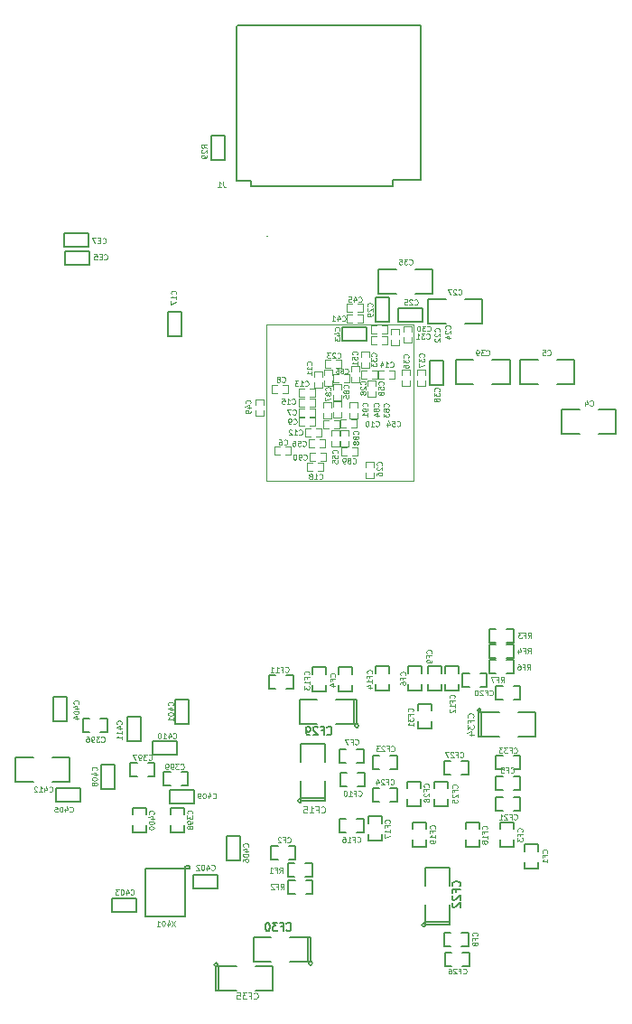
<source format=gbo>
G04 #@! TF.FileFunction,Legend,Bot*
%FSLAX46Y46*%
G04 Gerber Fmt 4.6, Leading zero omitted, Abs format (unit mm)*
G04 Created by KiCad (PCBNEW 0.201502071101+5410~21~ubuntu14.04.1-product) date mié 11 mar 2015 22:43:00 COT*
%MOMM*%
G01*
G04 APERTURE LIST*
%ADD10C,0.150000*%
%ADD11C,0.100000*%
%ADD12C,0.127000*%
%ADD13C,0.177800*%
%ADD14C,0.200660*%
%ADD15C,0.071120*%
%ADD16C,0.152400*%
%ADD17C,0.203200*%
%ADD18C,0.120000*%
%ADD19C,0.110000*%
G04 APERTURE END LIST*
D10*
D11*
X50190000Y-40290000D02*
X50240000Y-40290000D01*
X63990000Y-48600000D02*
X63990000Y-63290000D01*
X50190000Y-63290000D02*
X50240000Y-63290000D01*
X50190000Y-48840000D02*
X50190000Y-63290000D01*
X63990000Y-63290000D02*
X50190000Y-63290000D01*
X50190000Y-48600000D02*
X50190000Y-48840000D01*
X63990000Y-48600000D02*
X50190000Y-48600000D01*
D12*
X42225000Y-49723000D02*
X42225000Y-47437000D01*
X42225000Y-47437000D02*
X40955000Y-47437000D01*
X40955000Y-47437000D02*
X40955000Y-49723000D01*
X40955000Y-49723000D02*
X42225000Y-49723000D01*
X64833000Y-47075000D02*
X62547000Y-47075000D01*
X62547000Y-47075000D02*
X62547000Y-48345000D01*
X62547000Y-48345000D02*
X64833000Y-48345000D01*
X64833000Y-48345000D02*
X64833000Y-47075000D01*
X65350000Y-48543000D02*
X65350000Y-46257000D01*
X65350000Y-46257000D02*
X67001000Y-46257000D01*
X68779000Y-48543000D02*
X70430000Y-48543000D01*
X70430000Y-48543000D02*
X70430000Y-46257000D01*
X70430000Y-46257000D02*
X68779000Y-46257000D01*
X67001000Y-48543000D02*
X65350000Y-48543000D01*
X61705000Y-48363000D02*
X61705000Y-46077000D01*
X61705000Y-46077000D02*
X60435000Y-46077000D01*
X60435000Y-46077000D02*
X60435000Y-48363000D01*
X60435000Y-48363000D02*
X61705000Y-48363000D01*
X60670000Y-45703000D02*
X60670000Y-43417000D01*
X60670000Y-43417000D02*
X62321000Y-43417000D01*
X64099000Y-45703000D02*
X65750000Y-45703000D01*
X65750000Y-45703000D02*
X65750000Y-43417000D01*
X65750000Y-43417000D02*
X64099000Y-43417000D01*
X62321000Y-45703000D02*
X60670000Y-45703000D01*
X66795000Y-54303000D02*
X66795000Y-52017000D01*
X66795000Y-52017000D02*
X65525000Y-52017000D01*
X65525000Y-52017000D02*
X65525000Y-54303000D01*
X65525000Y-54303000D02*
X66795000Y-54303000D01*
X67920000Y-54203000D02*
X67920000Y-51917000D01*
X67920000Y-51917000D02*
X69571000Y-51917000D01*
X71349000Y-54203000D02*
X73000000Y-54203000D01*
X73000000Y-54203000D02*
X73000000Y-51917000D01*
X73000000Y-51917000D02*
X71349000Y-51917000D01*
X69571000Y-54203000D02*
X67920000Y-54203000D01*
X41655000Y-83717000D02*
X41655000Y-86003000D01*
X41655000Y-86003000D02*
X42925000Y-86003000D01*
X42925000Y-86003000D02*
X42925000Y-83717000D01*
X42925000Y-83717000D02*
X41655000Y-83717000D01*
X43327000Y-101425000D02*
X45613000Y-101425000D01*
X45613000Y-101425000D02*
X45613000Y-100155000D01*
X45613000Y-100155000D02*
X43327000Y-100155000D01*
X43327000Y-100155000D02*
X43327000Y-101425000D01*
X38013000Y-102375000D02*
X35727000Y-102375000D01*
X35727000Y-102375000D02*
X35727000Y-103645000D01*
X35727000Y-103645000D02*
X38013000Y-103645000D01*
X38013000Y-103645000D02*
X38013000Y-102375000D01*
X30165000Y-83457000D02*
X30165000Y-85743000D01*
X30165000Y-85743000D02*
X31435000Y-85743000D01*
X31435000Y-85743000D02*
X31435000Y-83457000D01*
X31435000Y-83457000D02*
X30165000Y-83457000D01*
X30477000Y-93275000D02*
X32763000Y-93275000D01*
X32763000Y-93275000D02*
X32763000Y-92005000D01*
X32763000Y-92005000D02*
X30477000Y-92005000D01*
X30477000Y-92005000D02*
X30477000Y-93275000D01*
X46435000Y-96537000D02*
X46435000Y-98823000D01*
X46435000Y-98823000D02*
X47705000Y-98823000D01*
X47705000Y-98823000D02*
X47705000Y-96537000D01*
X47705000Y-96537000D02*
X46435000Y-96537000D01*
X35915000Y-92083000D02*
X35915000Y-89797000D01*
X35915000Y-89797000D02*
X34645000Y-89797000D01*
X34645000Y-89797000D02*
X34645000Y-92083000D01*
X34645000Y-92083000D02*
X35915000Y-92083000D01*
X41077000Y-93495000D02*
X43363000Y-93495000D01*
X43363000Y-93495000D02*
X43363000Y-92225000D01*
X43363000Y-92225000D02*
X41077000Y-92225000D01*
X41077000Y-92225000D02*
X41077000Y-93495000D01*
X41823000Y-87615000D02*
X39537000Y-87615000D01*
X39537000Y-87615000D02*
X39537000Y-88885000D01*
X39537000Y-88885000D02*
X41823000Y-88885000D01*
X41823000Y-88885000D02*
X41823000Y-87615000D01*
X37165000Y-85377000D02*
X37165000Y-87663000D01*
X37165000Y-87663000D02*
X38435000Y-87663000D01*
X38435000Y-87663000D02*
X38435000Y-85377000D01*
X38435000Y-85377000D02*
X37165000Y-85377000D01*
X31746000Y-89136800D02*
X31746000Y-91422800D01*
X31746000Y-91422800D02*
X30095000Y-91422800D01*
X28317000Y-89136800D02*
X26666000Y-89136800D01*
X26666000Y-89136800D02*
X26666000Y-91422800D01*
X26666000Y-91422800D02*
X28317000Y-91422800D01*
X30095000Y-89136800D02*
X31746000Y-89136800D01*
X31247000Y-43025000D02*
X33533000Y-43025000D01*
X33533000Y-43025000D02*
X33533000Y-41755000D01*
X33533000Y-41755000D02*
X31247000Y-41755000D01*
X31247000Y-41755000D02*
X31247000Y-43025000D01*
X31227000Y-41315000D02*
X33513000Y-41315000D01*
X33513000Y-41315000D02*
X33513000Y-40045000D01*
X33513000Y-40045000D02*
X31227000Y-40045000D01*
X31227000Y-40045000D02*
X31227000Y-41315000D01*
D13*
X47357000Y-33057600D02*
X47357000Y-20713200D01*
X47357000Y-20713200D02*
X47484000Y-20586200D01*
X47484000Y-20586200D02*
X64603600Y-20586200D01*
X64603600Y-20586200D02*
X64603600Y-35089600D01*
X64603600Y-35089600D02*
X62038200Y-35089600D01*
X62038200Y-35089600D02*
X62038200Y-35673800D01*
X62038200Y-35673800D02*
X48754000Y-35673800D01*
X48754000Y-35673800D02*
X48754000Y-35140400D01*
X48754000Y-35140400D02*
X47331600Y-35140400D01*
X47331600Y-35140400D02*
X47331600Y-32981400D01*
D12*
X46235000Y-33173000D02*
X46235000Y-30887000D01*
X46235000Y-30887000D02*
X44965000Y-30887000D01*
X44965000Y-30887000D02*
X44965000Y-33173000D01*
X44965000Y-33173000D02*
X46235000Y-33173000D01*
D14*
X42550760Y-99278860D02*
X42550760Y-104079460D01*
X42550760Y-104079460D02*
X38849980Y-104079460D01*
X38849980Y-104079460D02*
X38849980Y-99581120D01*
X38849980Y-99581120D02*
X42748880Y-99581120D01*
X42748880Y-99581120D02*
X42949540Y-99581120D01*
X42949540Y-99581120D02*
X42949540Y-99278860D01*
X42949540Y-99278860D02*
X42649820Y-99278860D01*
D15*
X60221000Y-62484000D02*
X60221000Y-62992000D01*
X60221000Y-62992000D02*
X59459000Y-62992000D01*
X59459000Y-62992000D02*
X59459000Y-62484000D01*
X60221000Y-61976000D02*
X60221000Y-61468000D01*
X60221000Y-61468000D02*
X59459000Y-61468000D01*
X59459000Y-61468000D02*
X59459000Y-61976000D01*
X59526000Y-53711000D02*
X59018000Y-53711000D01*
X59018000Y-53711000D02*
X59018000Y-52949000D01*
X59018000Y-52949000D02*
X59526000Y-52949000D01*
X60034000Y-53711000D02*
X60542000Y-53711000D01*
X60542000Y-53711000D02*
X60542000Y-52949000D01*
X60542000Y-52949000D02*
X60034000Y-52949000D01*
X59821000Y-52184000D02*
X59821000Y-52692000D01*
X59821000Y-52692000D02*
X59059000Y-52692000D01*
X59059000Y-52692000D02*
X59059000Y-52184000D01*
X59821000Y-51676000D02*
X59821000Y-51168000D01*
X59821000Y-51168000D02*
X59059000Y-51168000D01*
X59059000Y-51168000D02*
X59059000Y-51676000D01*
X54244000Y-54619000D02*
X54752000Y-54619000D01*
X54752000Y-54619000D02*
X54752000Y-55381000D01*
X54752000Y-55381000D02*
X54244000Y-55381000D01*
X53736000Y-54619000D02*
X53228000Y-54619000D01*
X53228000Y-54619000D02*
X53228000Y-55381000D01*
X53228000Y-55381000D02*
X53736000Y-55381000D01*
X54224000Y-55509000D02*
X54732000Y-55509000D01*
X54732000Y-55509000D02*
X54732000Y-56271000D01*
X54732000Y-56271000D02*
X54224000Y-56271000D01*
X53716000Y-55509000D02*
X53208000Y-55509000D01*
X53208000Y-55509000D02*
X53208000Y-56271000D01*
X53208000Y-56271000D02*
X53716000Y-56271000D01*
X55034000Y-61569000D02*
X55542000Y-61569000D01*
X55542000Y-61569000D02*
X55542000Y-62331000D01*
X55542000Y-62331000D02*
X55034000Y-62331000D01*
X54526000Y-61569000D02*
X54018000Y-61569000D01*
X54018000Y-61569000D02*
X54018000Y-62331000D01*
X54018000Y-62331000D02*
X54526000Y-62331000D01*
X55441000Y-54004000D02*
X55441000Y-54512000D01*
X55441000Y-54512000D02*
X54679000Y-54512000D01*
X54679000Y-54512000D02*
X54679000Y-54004000D01*
X55441000Y-53496000D02*
X55441000Y-52988000D01*
X55441000Y-52988000D02*
X54679000Y-52988000D01*
X54679000Y-52988000D02*
X54679000Y-53496000D01*
X56991000Y-59524000D02*
X56991000Y-60032000D01*
X56991000Y-60032000D02*
X56229000Y-60032000D01*
X56229000Y-60032000D02*
X56229000Y-59524000D01*
X56991000Y-59016000D02*
X56991000Y-58508000D01*
X56991000Y-58508000D02*
X56229000Y-58508000D01*
X56229000Y-58508000D02*
X56229000Y-59016000D01*
X58154000Y-57509000D02*
X58662000Y-57509000D01*
X58662000Y-57509000D02*
X58662000Y-58271000D01*
X58662000Y-58271000D02*
X58154000Y-58271000D01*
X57646000Y-57509000D02*
X57138000Y-57509000D01*
X57138000Y-57509000D02*
X57138000Y-58271000D01*
X57138000Y-58271000D02*
X57646000Y-58271000D01*
X55174000Y-59379000D02*
X55682000Y-59379000D01*
X55682000Y-59379000D02*
X55682000Y-60141000D01*
X55682000Y-60141000D02*
X55174000Y-60141000D01*
X54666000Y-59379000D02*
X54158000Y-59379000D01*
X54158000Y-59379000D02*
X54158000Y-60141000D01*
X54158000Y-60141000D02*
X54666000Y-60141000D01*
X60381000Y-54854000D02*
X60381000Y-55362000D01*
X60381000Y-55362000D02*
X59619000Y-55362000D01*
X59619000Y-55362000D02*
X59619000Y-54854000D01*
X60381000Y-54346000D02*
X60381000Y-53838000D01*
X60381000Y-53838000D02*
X59619000Y-53838000D01*
X59619000Y-53838000D02*
X59619000Y-54346000D01*
X51466000Y-60821000D02*
X50958000Y-60821000D01*
X50958000Y-60821000D02*
X50958000Y-60059000D01*
X50958000Y-60059000D02*
X51466000Y-60059000D01*
X51974000Y-60821000D02*
X52482000Y-60821000D01*
X52482000Y-60821000D02*
X52482000Y-60059000D01*
X52482000Y-60059000D02*
X51974000Y-60059000D01*
X54219000Y-56434000D02*
X54727000Y-56434000D01*
X54727000Y-56434000D02*
X54727000Y-57196000D01*
X54727000Y-57196000D02*
X54219000Y-57196000D01*
X53711000Y-56434000D02*
X53203000Y-56434000D01*
X53203000Y-56434000D02*
X53203000Y-57196000D01*
X53203000Y-57196000D02*
X53711000Y-57196000D01*
X51734000Y-54259000D02*
X52242000Y-54259000D01*
X52242000Y-54259000D02*
X52242000Y-55021000D01*
X52242000Y-55021000D02*
X51734000Y-55021000D01*
X51226000Y-54259000D02*
X50718000Y-54259000D01*
X50718000Y-54259000D02*
X50718000Y-55021000D01*
X50718000Y-55021000D02*
X51226000Y-55021000D01*
X54219000Y-57334000D02*
X54727000Y-57334000D01*
X54727000Y-57334000D02*
X54727000Y-58096000D01*
X54727000Y-58096000D02*
X54219000Y-58096000D01*
X53711000Y-57334000D02*
X53203000Y-57334000D01*
X53203000Y-57334000D02*
X53203000Y-58096000D01*
X53203000Y-58096000D02*
X53711000Y-58096000D01*
X55986000Y-58311000D02*
X55478000Y-58311000D01*
X55478000Y-58311000D02*
X55478000Y-57549000D01*
X55478000Y-57549000D02*
X55986000Y-57549000D01*
X56494000Y-58311000D02*
X57002000Y-58311000D01*
X57002000Y-58311000D02*
X57002000Y-57549000D01*
X57002000Y-57549000D02*
X56494000Y-57549000D01*
X54864000Y-58339000D02*
X55372000Y-58339000D01*
X55372000Y-58339000D02*
X55372000Y-59101000D01*
X55372000Y-59101000D02*
X54864000Y-59101000D01*
X54356000Y-58339000D02*
X53848000Y-58339000D01*
X53848000Y-58339000D02*
X53848000Y-59101000D01*
X53848000Y-59101000D02*
X54356000Y-59101000D01*
X61724000Y-52889000D02*
X62232000Y-52889000D01*
X62232000Y-52889000D02*
X62232000Y-53651000D01*
X62232000Y-53651000D02*
X61724000Y-53651000D01*
X61216000Y-52889000D02*
X60708000Y-52889000D01*
X60708000Y-52889000D02*
X60708000Y-53651000D01*
X60708000Y-53651000D02*
X61216000Y-53651000D01*
X49129000Y-56096000D02*
X49129000Y-55588000D01*
X49129000Y-55588000D02*
X49891000Y-55588000D01*
X49891000Y-55588000D02*
X49891000Y-56096000D01*
X49129000Y-56604000D02*
X49129000Y-57112000D01*
X49129000Y-57112000D02*
X49891000Y-57112000D01*
X49891000Y-57112000D02*
X49891000Y-56604000D01*
X56684000Y-51919000D02*
X57192000Y-51919000D01*
X57192000Y-51919000D02*
X57192000Y-52681000D01*
X57192000Y-52681000D02*
X56684000Y-52681000D01*
X56176000Y-51919000D02*
X55668000Y-51919000D01*
X55668000Y-51919000D02*
X55668000Y-52681000D01*
X55668000Y-52681000D02*
X56176000Y-52681000D01*
D12*
X77890000Y-58833000D02*
X77890000Y-56547000D01*
X77890000Y-56547000D02*
X79541000Y-56547000D01*
X81319000Y-58833000D02*
X82970000Y-58833000D01*
X82970000Y-58833000D02*
X82970000Y-56547000D01*
X82970000Y-56547000D02*
X81319000Y-56547000D01*
X79541000Y-58833000D02*
X77890000Y-58833000D01*
X73980000Y-54213000D02*
X73980000Y-51927000D01*
X73980000Y-51927000D02*
X75631000Y-51927000D01*
X77409000Y-54213000D02*
X79060000Y-54213000D01*
X79060000Y-54213000D02*
X79060000Y-51927000D01*
X79060000Y-51927000D02*
X77409000Y-51927000D01*
X75631000Y-54213000D02*
X73980000Y-54213000D01*
D15*
X58891000Y-53524000D02*
X58891000Y-54032000D01*
X58891000Y-54032000D02*
X58129000Y-54032000D01*
X58129000Y-54032000D02*
X58129000Y-53524000D01*
X58891000Y-53016000D02*
X58891000Y-52508000D01*
X58891000Y-52508000D02*
X58129000Y-52508000D01*
X58129000Y-52508000D02*
X58129000Y-53016000D01*
X57959000Y-56366000D02*
X57959000Y-55858000D01*
X57959000Y-55858000D02*
X58721000Y-55858000D01*
X58721000Y-55858000D02*
X58721000Y-56366000D01*
X57959000Y-56874000D02*
X57959000Y-57382000D01*
X57959000Y-57382000D02*
X58721000Y-57382000D01*
X58721000Y-57382000D02*
X58721000Y-56874000D01*
X56469000Y-56286000D02*
X56469000Y-55778000D01*
X56469000Y-55778000D02*
X57231000Y-55778000D01*
X57231000Y-55778000D02*
X57231000Y-56286000D01*
X56469000Y-56794000D02*
X56469000Y-57302000D01*
X56469000Y-57302000D02*
X57231000Y-57302000D01*
X57231000Y-57302000D02*
X57231000Y-56794000D01*
X57201000Y-55164000D02*
X57201000Y-55672000D01*
X57201000Y-55672000D02*
X56439000Y-55672000D01*
X56439000Y-55672000D02*
X56439000Y-55164000D01*
X57201000Y-54656000D02*
X57201000Y-54148000D01*
X57201000Y-54148000D02*
X56439000Y-54148000D01*
X56439000Y-54148000D02*
X56439000Y-54656000D01*
X57484000Y-53269000D02*
X57992000Y-53269000D01*
X57992000Y-53269000D02*
X57992000Y-54031000D01*
X57992000Y-54031000D02*
X57484000Y-54031000D01*
X56976000Y-53269000D02*
X56468000Y-53269000D01*
X56468000Y-53269000D02*
X56468000Y-54031000D01*
X56468000Y-54031000D02*
X56976000Y-54031000D01*
X56341000Y-53884000D02*
X56341000Y-54392000D01*
X56341000Y-54392000D02*
X55579000Y-54392000D01*
X55579000Y-54392000D02*
X55579000Y-53884000D01*
X56341000Y-53376000D02*
X56341000Y-52868000D01*
X56341000Y-52868000D02*
X55579000Y-52868000D01*
X55579000Y-52868000D02*
X55579000Y-53376000D01*
X57139000Y-58996000D02*
X57139000Y-58488000D01*
X57139000Y-58488000D02*
X57901000Y-58488000D01*
X57901000Y-58488000D02*
X57901000Y-58996000D01*
X57139000Y-59504000D02*
X57139000Y-60012000D01*
X57139000Y-60012000D02*
X57901000Y-60012000D01*
X57901000Y-60012000D02*
X57901000Y-59504000D01*
X58214000Y-60099000D02*
X58722000Y-60099000D01*
X58722000Y-60099000D02*
X58722000Y-60861000D01*
X58722000Y-60861000D02*
X58214000Y-60861000D01*
X57706000Y-60099000D02*
X57198000Y-60099000D01*
X57198000Y-60099000D02*
X57198000Y-60861000D01*
X57198000Y-60861000D02*
X57706000Y-60861000D01*
X55284000Y-60639000D02*
X55792000Y-60639000D01*
X55792000Y-60639000D02*
X55792000Y-61401000D01*
X55792000Y-61401000D02*
X55284000Y-61401000D01*
X54776000Y-60639000D02*
X54268000Y-60639000D01*
X54268000Y-60639000D02*
X54268000Y-61401000D01*
X54268000Y-61401000D02*
X54776000Y-61401000D01*
X55489000Y-56356000D02*
X55489000Y-55848000D01*
X55489000Y-55848000D02*
X56251000Y-55848000D01*
X56251000Y-55848000D02*
X56251000Y-56356000D01*
X55489000Y-56864000D02*
X55489000Y-57372000D01*
X55489000Y-57372000D02*
X56251000Y-57372000D01*
X56251000Y-57372000D02*
X56251000Y-56864000D01*
X62631000Y-50034000D02*
X62631000Y-50542000D01*
X62631000Y-50542000D02*
X61869000Y-50542000D01*
X61869000Y-50542000D02*
X61869000Y-50034000D01*
X62631000Y-49526000D02*
X62631000Y-49018000D01*
X62631000Y-49018000D02*
X61869000Y-49018000D01*
X61869000Y-49018000D02*
X61869000Y-49526000D01*
X63811000Y-49764000D02*
X63811000Y-50272000D01*
X63811000Y-50272000D02*
X63049000Y-50272000D01*
X63049000Y-50272000D02*
X63049000Y-49764000D01*
X63811000Y-49256000D02*
X63811000Y-48748000D01*
X63811000Y-48748000D02*
X63049000Y-48748000D01*
X63049000Y-48748000D02*
X63049000Y-49256000D01*
X61004000Y-48679000D02*
X61512000Y-48679000D01*
X61512000Y-48679000D02*
X61512000Y-49441000D01*
X61512000Y-49441000D02*
X61004000Y-49441000D01*
X60496000Y-48679000D02*
X59988000Y-48679000D01*
X59988000Y-48679000D02*
X59988000Y-49441000D01*
X59988000Y-49441000D02*
X60496000Y-49441000D01*
X61034000Y-49709000D02*
X61542000Y-49709000D01*
X61542000Y-49709000D02*
X61542000Y-50471000D01*
X61542000Y-50471000D02*
X61034000Y-50471000D01*
X60526000Y-49709000D02*
X60018000Y-49709000D01*
X60018000Y-49709000D02*
X60018000Y-50471000D01*
X60018000Y-50471000D02*
X60526000Y-50471000D01*
X63661000Y-53864000D02*
X63661000Y-54372000D01*
X63661000Y-54372000D02*
X62899000Y-54372000D01*
X62899000Y-54372000D02*
X62899000Y-53864000D01*
X63661000Y-53356000D02*
X63661000Y-52848000D01*
X63661000Y-52848000D02*
X62899000Y-52848000D01*
X62899000Y-52848000D02*
X62899000Y-53356000D01*
X65071000Y-53834000D02*
X65071000Y-54342000D01*
X65071000Y-54342000D02*
X64309000Y-54342000D01*
X64309000Y-54342000D02*
X64309000Y-53834000D01*
X65071000Y-53326000D02*
X65071000Y-52818000D01*
X65071000Y-52818000D02*
X64309000Y-52818000D01*
X64309000Y-52818000D02*
X64309000Y-53326000D01*
X58734000Y-47669000D02*
X59242000Y-47669000D01*
X59242000Y-47669000D02*
X59242000Y-48431000D01*
X59242000Y-48431000D02*
X58734000Y-48431000D01*
X58226000Y-47669000D02*
X57718000Y-47669000D01*
X57718000Y-47669000D02*
X57718000Y-48431000D01*
X57718000Y-48431000D02*
X58226000Y-48431000D01*
X58754000Y-46659000D02*
X59262000Y-46659000D01*
X59262000Y-46659000D02*
X59262000Y-47421000D01*
X59262000Y-47421000D02*
X58754000Y-47421000D01*
X58246000Y-46659000D02*
X57738000Y-46659000D01*
X57738000Y-46659000D02*
X57738000Y-47421000D01*
X57738000Y-47421000D02*
X58246000Y-47421000D01*
D12*
X59543000Y-48890000D02*
X57257000Y-48890000D01*
X57257000Y-48890000D02*
X57257000Y-50160000D01*
X57257000Y-50160000D02*
X59543000Y-50160000D01*
X59543000Y-50160000D02*
X59543000Y-48890000D01*
D16*
X35263000Y-85515000D02*
X34628000Y-85515000D01*
X32977000Y-85515000D02*
X33612000Y-85515000D01*
X32977000Y-86785000D02*
X32977000Y-85515000D01*
X35263000Y-86785000D02*
X35263000Y-85515000D01*
X32977000Y-86785000D02*
X33612000Y-86785000D01*
X35263000Y-86785000D02*
X34628000Y-86785000D01*
X37417000Y-90915000D02*
X38052000Y-90915000D01*
X39703000Y-90915000D02*
X39068000Y-90915000D01*
X39703000Y-89645000D02*
X39703000Y-90915000D01*
X37417000Y-89645000D02*
X37417000Y-90915000D01*
X39703000Y-89645000D02*
X39068000Y-89645000D01*
X37417000Y-89645000D02*
X38052000Y-89645000D01*
X41155000Y-93897000D02*
X41155000Y-94532000D01*
X41155000Y-96183000D02*
X41155000Y-95548000D01*
X42425000Y-96183000D02*
X41155000Y-96183000D01*
X42425000Y-93897000D02*
X41155000Y-93897000D01*
X42425000Y-96183000D02*
X42425000Y-95548000D01*
X42425000Y-93897000D02*
X42425000Y-94532000D01*
X40517000Y-91785000D02*
X41152000Y-91785000D01*
X42803000Y-91785000D02*
X42168000Y-91785000D01*
X42803000Y-90515000D02*
X42803000Y-91785000D01*
X40517000Y-90515000D02*
X40517000Y-91785000D01*
X42803000Y-90515000D02*
X42168000Y-90515000D01*
X40517000Y-90515000D02*
X41152000Y-90515000D01*
X37635000Y-93897000D02*
X37635000Y-94532000D01*
X37635000Y-96183000D02*
X37635000Y-95548000D01*
X38905000Y-96183000D02*
X37635000Y-96183000D01*
X38905000Y-93897000D02*
X37635000Y-93897000D01*
X38905000Y-96183000D02*
X38905000Y-95548000D01*
X38905000Y-93897000D02*
X38905000Y-94532000D01*
X75665000Y-99613000D02*
X75665000Y-98978000D01*
X75665000Y-97327000D02*
X75665000Y-97962000D01*
X74395000Y-97327000D02*
X75665000Y-97327000D01*
X74395000Y-99613000D02*
X75665000Y-99613000D01*
X74395000Y-97327000D02*
X74395000Y-97962000D01*
X74395000Y-99613000D02*
X74395000Y-98978000D01*
X50627000Y-98685000D02*
X51262000Y-98685000D01*
X52913000Y-98685000D02*
X52278000Y-98685000D01*
X52913000Y-97415000D02*
X52913000Y-98685000D01*
X50627000Y-97415000D02*
X50627000Y-98685000D01*
X52913000Y-97415000D02*
X52278000Y-97415000D01*
X50627000Y-97415000D02*
X51262000Y-97415000D01*
X72075000Y-95247000D02*
X72075000Y-95882000D01*
X72075000Y-97533000D02*
X72075000Y-96898000D01*
X73345000Y-97533000D02*
X72075000Y-97533000D01*
X73345000Y-95247000D02*
X72075000Y-95247000D01*
X73345000Y-97533000D02*
X73345000Y-96898000D01*
X73345000Y-95247000D02*
X73345000Y-95882000D01*
X58187400Y-83015400D02*
X58187400Y-82380400D01*
X58187400Y-80729400D02*
X58187400Y-81364400D01*
X56917400Y-80729400D02*
X58187400Y-80729400D01*
X56917400Y-83015400D02*
X58187400Y-83015400D01*
X56917400Y-80729400D02*
X56917400Y-81364400D01*
X56917400Y-83015400D02*
X56917400Y-82380400D01*
X71697000Y-92165000D02*
X72332000Y-92165000D01*
X73983000Y-92165000D02*
X73348000Y-92165000D01*
X73983000Y-90895000D02*
X73983000Y-92165000D01*
X71697000Y-90895000D02*
X71697000Y-92165000D01*
X73983000Y-90895000D02*
X73348000Y-90895000D01*
X71697000Y-90895000D02*
X72332000Y-90895000D01*
X64745000Y-82903000D02*
X64745000Y-82268000D01*
X64745000Y-80617000D02*
X64745000Y-81252000D01*
X63475000Y-80617000D02*
X64745000Y-80617000D01*
X63475000Y-82903000D02*
X64745000Y-82903000D01*
X63475000Y-80617000D02*
X63475000Y-81252000D01*
X63475000Y-82903000D02*
X63475000Y-82268000D01*
X59303000Y-88415000D02*
X58668000Y-88415000D01*
X57017000Y-88415000D02*
X57652000Y-88415000D01*
X57017000Y-89685000D02*
X57017000Y-88415000D01*
X59303000Y-89685000D02*
X59303000Y-88415000D01*
X57017000Y-89685000D02*
X57652000Y-89685000D01*
X59303000Y-89685000D02*
X58668000Y-89685000D01*
X69109400Y-105545200D02*
X68474400Y-105545200D01*
X66823400Y-105545200D02*
X67458400Y-105545200D01*
X66823400Y-106815200D02*
X66823400Y-105545200D01*
X69109400Y-106815200D02*
X69109400Y-105545200D01*
X66823400Y-106815200D02*
X67458400Y-106815200D01*
X69109400Y-106815200D02*
X68474400Y-106815200D01*
X66605000Y-82893000D02*
X66605000Y-82258000D01*
X66605000Y-80607000D02*
X66605000Y-81242000D01*
X65335000Y-80607000D02*
X66605000Y-80607000D01*
X65335000Y-82893000D02*
X66605000Y-82893000D01*
X65335000Y-80607000D02*
X65335000Y-81242000D01*
X65335000Y-82893000D02*
X65335000Y-82258000D01*
X59393000Y-90594000D02*
X58758000Y-90594000D01*
X57107000Y-90594000D02*
X57742000Y-90594000D01*
X57107000Y-91864000D02*
X57107000Y-90594000D01*
X59393000Y-91864000D02*
X59393000Y-90594000D01*
X57107000Y-91864000D02*
X57742000Y-91864000D01*
X59393000Y-91864000D02*
X58758000Y-91864000D01*
X50387000Y-82695000D02*
X51022000Y-82695000D01*
X52673000Y-82695000D02*
X52038000Y-82695000D01*
X52673000Y-81425000D02*
X52673000Y-82695000D01*
X50387000Y-81425000D02*
X50387000Y-82695000D01*
X52673000Y-81425000D02*
X52038000Y-81425000D01*
X50387000Y-81425000D02*
X51022000Y-81425000D01*
X68165000Y-82893000D02*
X68165000Y-82258000D01*
X68165000Y-80607000D02*
X68165000Y-81242000D01*
X66895000Y-80607000D02*
X68165000Y-80607000D01*
X66895000Y-82893000D02*
X68165000Y-82893000D01*
X66895000Y-80607000D02*
X66895000Y-81242000D01*
X66895000Y-82893000D02*
X66895000Y-82258000D01*
X55774400Y-82990000D02*
X55774400Y-82355000D01*
X55774400Y-80704000D02*
X55774400Y-81339000D01*
X54504400Y-80704000D02*
X55774400Y-80704000D01*
X54504400Y-82990000D02*
X55774400Y-82990000D01*
X54504400Y-80704000D02*
X54504400Y-81339000D01*
X54504400Y-82990000D02*
X54504400Y-82355000D01*
X61655000Y-82893000D02*
X61655000Y-82258000D01*
X61655000Y-80607000D02*
X61655000Y-81242000D01*
X60385000Y-80607000D02*
X61655000Y-80607000D01*
X60385000Y-82893000D02*
X61655000Y-82893000D01*
X60385000Y-80607000D02*
X60385000Y-81242000D01*
X60385000Y-82893000D02*
X60385000Y-82258000D01*
X59303000Y-94915000D02*
X58668000Y-94915000D01*
X57017000Y-94915000D02*
X57652000Y-94915000D01*
X57017000Y-96185000D02*
X57017000Y-94915000D01*
X59303000Y-96185000D02*
X59303000Y-94915000D01*
X57017000Y-96185000D02*
X57652000Y-96185000D01*
X59303000Y-96185000D02*
X58668000Y-96185000D01*
X59695000Y-94677000D02*
X59695000Y-95312000D01*
X59695000Y-96963000D02*
X59695000Y-96328000D01*
X60965000Y-96963000D02*
X59695000Y-96963000D01*
X60965000Y-94677000D02*
X59695000Y-94677000D01*
X60965000Y-96963000D02*
X60965000Y-96328000D01*
X60965000Y-94677000D02*
X60965000Y-95312000D01*
X68905000Y-95237000D02*
X68905000Y-95872000D01*
X68905000Y-97523000D02*
X68905000Y-96888000D01*
X70175000Y-97523000D02*
X68905000Y-97523000D01*
X70175000Y-95237000D02*
X68905000Y-95237000D01*
X70175000Y-97523000D02*
X70175000Y-96888000D01*
X70175000Y-95237000D02*
X70175000Y-95872000D01*
X63905000Y-95217000D02*
X63905000Y-95852000D01*
X63905000Y-97503000D02*
X63905000Y-96868000D01*
X65175000Y-97503000D02*
X63905000Y-97503000D01*
X65175000Y-95217000D02*
X63905000Y-95217000D01*
X65175000Y-97503000D02*
X65175000Y-96868000D01*
X65175000Y-95217000D02*
X65175000Y-95852000D01*
X71687000Y-83705000D02*
X72322000Y-83705000D01*
X73973000Y-83705000D02*
X73338000Y-83705000D01*
X73973000Y-82435000D02*
X73973000Y-83705000D01*
X71687000Y-82435000D02*
X71687000Y-83705000D01*
X73973000Y-82435000D02*
X73338000Y-82435000D01*
X71687000Y-82435000D02*
X72322000Y-82435000D01*
X71674800Y-94140600D02*
X72309800Y-94140600D01*
X73960800Y-94140600D02*
X73325800Y-94140600D01*
X73960800Y-92870600D02*
X73960800Y-94140600D01*
X71674800Y-92870600D02*
X71674800Y-94140600D01*
X73960800Y-92870600D02*
X73325800Y-92870600D01*
X71674800Y-92870600D02*
X72309800Y-92870600D01*
X62433000Y-88955000D02*
X61798000Y-88955000D01*
X60147000Y-88955000D02*
X60782000Y-88955000D01*
X60147000Y-90225000D02*
X60147000Y-88955000D01*
X62433000Y-90225000D02*
X62433000Y-88955000D01*
X60147000Y-90225000D02*
X60782000Y-90225000D01*
X62433000Y-90225000D02*
X61798000Y-90225000D01*
X62443000Y-92035000D02*
X61808000Y-92035000D01*
X60157000Y-92035000D02*
X60792000Y-92035000D01*
X60157000Y-93305000D02*
X60157000Y-92035000D01*
X62443000Y-93305000D02*
X62443000Y-92035000D01*
X60157000Y-93305000D02*
X60792000Y-93305000D01*
X62443000Y-93305000D02*
X61808000Y-93305000D01*
X65921700Y-91422800D02*
X65921700Y-92057800D01*
X65921700Y-93708800D02*
X65921700Y-93073800D01*
X67191700Y-93708800D02*
X65921700Y-93708800D01*
X67191700Y-91422800D02*
X65921700Y-91422800D01*
X67191700Y-93708800D02*
X67191700Y-93073800D01*
X67191700Y-91422800D02*
X67191700Y-92057800D01*
X69211000Y-107450200D02*
X68576000Y-107450200D01*
X66925000Y-107450200D02*
X67560000Y-107450200D01*
X66925000Y-108720200D02*
X66925000Y-107450200D01*
X69211000Y-108720200D02*
X69211000Y-107450200D01*
X66925000Y-108720200D02*
X67560000Y-108720200D01*
X69211000Y-108720200D02*
X68576000Y-108720200D01*
X66847000Y-90795000D02*
X67482000Y-90795000D01*
X69133000Y-90795000D02*
X68498000Y-90795000D01*
X69133000Y-89525000D02*
X69133000Y-90795000D01*
X66847000Y-89525000D02*
X66847000Y-90795000D01*
X69133000Y-89525000D02*
X68498000Y-89525000D01*
X66847000Y-89525000D02*
X67482000Y-89525000D01*
X63355000Y-91417000D02*
X63355000Y-92052000D01*
X63355000Y-93703000D02*
X63355000Y-93068000D01*
X64625000Y-93703000D02*
X63355000Y-93703000D01*
X64625000Y-91417000D02*
X63355000Y-91417000D01*
X64625000Y-93703000D02*
X64625000Y-93068000D01*
X64625000Y-91417000D02*
X64625000Y-92052000D01*
X65655000Y-86413000D02*
X65655000Y-85778000D01*
X65655000Y-84127000D02*
X65655000Y-84762000D01*
X64385000Y-84127000D02*
X65655000Y-84127000D01*
X64385000Y-86413000D02*
X65655000Y-86413000D01*
X64385000Y-84127000D02*
X64385000Y-84762000D01*
X64385000Y-86413000D02*
X64385000Y-85778000D01*
X71707000Y-90245000D02*
X72342000Y-90245000D01*
X73993000Y-90245000D02*
X73358000Y-90245000D01*
X73993000Y-88975000D02*
X73993000Y-90245000D01*
X71707000Y-88975000D02*
X71707000Y-90245000D01*
X73993000Y-88975000D02*
X73358000Y-88975000D01*
X71707000Y-88975000D02*
X72342000Y-88975000D01*
X54483000Y-99065000D02*
X53848000Y-99065000D01*
X52197000Y-99065000D02*
X52832000Y-99065000D01*
X52197000Y-100335000D02*
X52197000Y-99065000D01*
X54483000Y-100335000D02*
X54483000Y-99065000D01*
X52197000Y-100335000D02*
X52832000Y-100335000D01*
X54483000Y-100335000D02*
X53848000Y-100335000D01*
X54513000Y-100685000D02*
X53878000Y-100685000D01*
X52227000Y-100685000D02*
X52862000Y-100685000D01*
X52227000Y-101955000D02*
X52227000Y-100685000D01*
X54513000Y-101955000D02*
X54513000Y-100685000D01*
X52227000Y-101955000D02*
X52862000Y-101955000D01*
X54513000Y-101955000D02*
X53878000Y-101955000D01*
D17*
X53464805Y-93226200D02*
G75*
G03X53464805Y-93226200I-179605J0D01*
G01*
D12*
X55698200Y-92972200D02*
X55698200Y-93226200D01*
X55698200Y-93226200D02*
X53412200Y-93226200D01*
X53412200Y-93226200D02*
X53412200Y-92972200D01*
X55698200Y-92972200D02*
X53412200Y-92972200D01*
X53412200Y-92972200D02*
X53412200Y-91321200D01*
X55698200Y-89543200D02*
X55698200Y-87892200D01*
X55698200Y-87892200D02*
X53412200Y-87892200D01*
X53412200Y-87892200D02*
X53412200Y-89543200D01*
X55698200Y-91321200D02*
X55698200Y-92972200D01*
D17*
X65098005Y-104834000D02*
G75*
G03X65098005Y-104834000I-179605J0D01*
G01*
D12*
X67331400Y-104580000D02*
X67331400Y-104834000D01*
X67331400Y-104834000D02*
X65045400Y-104834000D01*
X65045400Y-104834000D02*
X65045400Y-104580000D01*
X67331400Y-104580000D02*
X65045400Y-104580000D01*
X65045400Y-104580000D02*
X65045400Y-102929000D01*
X67331400Y-101151000D02*
X67331400Y-99500000D01*
X67331400Y-99500000D02*
X65045400Y-99500000D01*
X65045400Y-99500000D02*
X65045400Y-101151000D01*
X67331400Y-102929000D02*
X67331400Y-104580000D01*
D17*
X58811505Y-86190400D02*
G75*
G03X58811505Y-86190400I-179605J0D01*
G01*
D12*
X58377900Y-83777400D02*
X58631900Y-83777400D01*
X58631900Y-83777400D02*
X58631900Y-86063400D01*
X58631900Y-86063400D02*
X58377900Y-86063400D01*
X58377900Y-83777400D02*
X58377900Y-86063400D01*
X58377900Y-86063400D02*
X56726900Y-86063400D01*
X54948900Y-83777400D02*
X53297900Y-83777400D01*
X53297900Y-83777400D02*
X53297900Y-86063400D01*
X53297900Y-86063400D02*
X54948900Y-86063400D01*
X56726900Y-83777400D02*
X58377900Y-83777400D01*
D17*
X54468105Y-108440800D02*
G75*
G03X54468105Y-108440800I-179605J0D01*
G01*
D12*
X54034500Y-106027800D02*
X54288500Y-106027800D01*
X54288500Y-106027800D02*
X54288500Y-108313800D01*
X54288500Y-108313800D02*
X54034500Y-108313800D01*
X54034500Y-106027800D02*
X54034500Y-108313800D01*
X54034500Y-108313800D02*
X52383500Y-108313800D01*
X50605500Y-106027800D02*
X48954500Y-106027800D01*
X48954500Y-106027800D02*
X48954500Y-108313800D01*
X48954500Y-108313800D02*
X50605500Y-108313800D01*
X52383500Y-106027800D02*
X54034500Y-106027800D01*
D17*
X70279605Y-84755300D02*
G75*
G03X70279605Y-84755300I-179605J0D01*
G01*
D12*
X70354000Y-87168300D02*
X70100000Y-87168300D01*
X70100000Y-87168300D02*
X70100000Y-84882300D01*
X70100000Y-84882300D02*
X70354000Y-84882300D01*
X70354000Y-87168300D02*
X70354000Y-84882300D01*
X70354000Y-84882300D02*
X72005000Y-84882300D01*
X73783000Y-87168300D02*
X75434000Y-87168300D01*
X75434000Y-87168300D02*
X75434000Y-84882300D01*
X75434000Y-84882300D02*
X73783000Y-84882300D01*
X72005000Y-87168300D02*
X70354000Y-87168300D01*
D17*
X45616205Y-108567800D02*
G75*
G03X45616205Y-108567800I-179605J0D01*
G01*
D12*
X45690600Y-110980800D02*
X45436600Y-110980800D01*
X45436600Y-110980800D02*
X45436600Y-108694800D01*
X45436600Y-108694800D02*
X45690600Y-108694800D01*
X45690600Y-110980800D02*
X45690600Y-108694800D01*
X45690600Y-108694800D02*
X47341600Y-108694800D01*
X49119600Y-110980800D02*
X50770600Y-110980800D01*
X50770600Y-110980800D02*
X50770600Y-108694800D01*
X50770600Y-108694800D02*
X49119600Y-108694800D01*
X47341600Y-110980800D02*
X45690600Y-110980800D01*
D16*
X73353000Y-77125000D02*
X72718000Y-77125000D01*
X71067000Y-77125000D02*
X71702000Y-77125000D01*
X71067000Y-78395000D02*
X71067000Y-77125000D01*
X73353000Y-78395000D02*
X73353000Y-77125000D01*
X71067000Y-78395000D02*
X71702000Y-78395000D01*
X73353000Y-78395000D02*
X72718000Y-78395000D01*
X73343000Y-78535000D02*
X72708000Y-78535000D01*
X71057000Y-78535000D02*
X71692000Y-78535000D01*
X71057000Y-79805000D02*
X71057000Y-78535000D01*
X73343000Y-79805000D02*
X73343000Y-78535000D01*
X71057000Y-79805000D02*
X71692000Y-79805000D01*
X73343000Y-79805000D02*
X72708000Y-79805000D01*
X73333000Y-80025000D02*
X72698000Y-80025000D01*
X71047000Y-80025000D02*
X71682000Y-80025000D01*
X71047000Y-81295000D02*
X71047000Y-80025000D01*
X73333000Y-81295000D02*
X73333000Y-80025000D01*
X71047000Y-81295000D02*
X71682000Y-81295000D01*
X73333000Y-81295000D02*
X72698000Y-81295000D01*
X70833000Y-81265000D02*
X70198000Y-81265000D01*
X68547000Y-81265000D02*
X69182000Y-81265000D01*
X68547000Y-82535000D02*
X68547000Y-81265000D01*
X70833000Y-82535000D02*
X70833000Y-81265000D01*
X68547000Y-82535000D02*
X69182000Y-82535000D01*
X70833000Y-82535000D02*
X70198000Y-82535000D01*
D18*
X41668571Y-45748572D02*
X41692381Y-45724762D01*
X41716190Y-45653334D01*
X41716190Y-45605715D01*
X41692381Y-45534286D01*
X41644762Y-45486667D01*
X41597143Y-45462858D01*
X41501905Y-45439048D01*
X41430476Y-45439048D01*
X41335238Y-45462858D01*
X41287619Y-45486667D01*
X41240000Y-45534286D01*
X41216190Y-45605715D01*
X41216190Y-45653334D01*
X41240000Y-45724762D01*
X41263810Y-45748572D01*
X41716190Y-46224762D02*
X41716190Y-45939048D01*
X41716190Y-46081905D02*
X41216190Y-46081905D01*
X41287619Y-46034286D01*
X41335238Y-45986667D01*
X41359048Y-45939048D01*
X41216190Y-46391429D02*
X41216190Y-46724762D01*
X41716190Y-46510476D01*
X64051428Y-46708571D02*
X64075238Y-46732381D01*
X64146666Y-46756190D01*
X64194285Y-46756190D01*
X64265714Y-46732381D01*
X64313333Y-46684762D01*
X64337142Y-46637143D01*
X64360952Y-46541905D01*
X64360952Y-46470476D01*
X64337142Y-46375238D01*
X64313333Y-46327619D01*
X64265714Y-46280000D01*
X64194285Y-46256190D01*
X64146666Y-46256190D01*
X64075238Y-46280000D01*
X64051428Y-46303810D01*
X63860952Y-46303810D02*
X63837142Y-46280000D01*
X63789523Y-46256190D01*
X63670476Y-46256190D01*
X63622857Y-46280000D01*
X63599047Y-46303810D01*
X63575238Y-46351429D01*
X63575238Y-46399048D01*
X63599047Y-46470476D01*
X63884761Y-46756190D01*
X63575238Y-46756190D01*
X63122857Y-46256190D02*
X63360952Y-46256190D01*
X63384762Y-46494286D01*
X63360952Y-46470476D01*
X63313333Y-46446667D01*
X63194286Y-46446667D01*
X63146667Y-46470476D01*
X63122857Y-46494286D01*
X63099048Y-46541905D01*
X63099048Y-46660952D01*
X63122857Y-46708571D01*
X63146667Y-46732381D01*
X63194286Y-46756190D01*
X63313333Y-46756190D01*
X63360952Y-46732381D01*
X63384762Y-46708571D01*
X68171428Y-45758571D02*
X68195238Y-45782381D01*
X68266666Y-45806190D01*
X68314285Y-45806190D01*
X68385714Y-45782381D01*
X68433333Y-45734762D01*
X68457142Y-45687143D01*
X68480952Y-45591905D01*
X68480952Y-45520476D01*
X68457142Y-45425238D01*
X68433333Y-45377619D01*
X68385714Y-45330000D01*
X68314285Y-45306190D01*
X68266666Y-45306190D01*
X68195238Y-45330000D01*
X68171428Y-45353810D01*
X67980952Y-45353810D02*
X67957142Y-45330000D01*
X67909523Y-45306190D01*
X67790476Y-45306190D01*
X67742857Y-45330000D01*
X67719047Y-45353810D01*
X67695238Y-45401429D01*
X67695238Y-45449048D01*
X67719047Y-45520476D01*
X68004761Y-45806190D01*
X67695238Y-45806190D01*
X67528571Y-45306190D02*
X67195238Y-45306190D01*
X67409524Y-45806190D01*
X60078571Y-46908572D02*
X60102381Y-46884762D01*
X60126190Y-46813334D01*
X60126190Y-46765715D01*
X60102381Y-46694286D01*
X60054762Y-46646667D01*
X60007143Y-46622858D01*
X59911905Y-46599048D01*
X59840476Y-46599048D01*
X59745238Y-46622858D01*
X59697619Y-46646667D01*
X59650000Y-46694286D01*
X59626190Y-46765715D01*
X59626190Y-46813334D01*
X59650000Y-46884762D01*
X59673810Y-46908572D01*
X59673810Y-47099048D02*
X59650000Y-47122858D01*
X59626190Y-47170477D01*
X59626190Y-47289524D01*
X59650000Y-47337143D01*
X59673810Y-47360953D01*
X59721429Y-47384762D01*
X59769048Y-47384762D01*
X59840476Y-47360953D01*
X60126190Y-47075239D01*
X60126190Y-47384762D01*
X60126190Y-47622857D02*
X60126190Y-47718095D01*
X60102381Y-47765714D01*
X60078571Y-47789524D01*
X60007143Y-47837143D01*
X59911905Y-47860952D01*
X59721429Y-47860952D01*
X59673810Y-47837143D01*
X59650000Y-47813333D01*
X59626190Y-47765714D01*
X59626190Y-47670476D01*
X59650000Y-47622857D01*
X59673810Y-47599048D01*
X59721429Y-47575238D01*
X59840476Y-47575238D01*
X59888095Y-47599048D01*
X59911905Y-47622857D01*
X59935714Y-47670476D01*
X59935714Y-47765714D01*
X59911905Y-47813333D01*
X59888095Y-47837143D01*
X59840476Y-47860952D01*
X63561428Y-42938571D02*
X63585238Y-42962381D01*
X63656666Y-42986190D01*
X63704285Y-42986190D01*
X63775714Y-42962381D01*
X63823333Y-42914762D01*
X63847142Y-42867143D01*
X63870952Y-42771905D01*
X63870952Y-42700476D01*
X63847142Y-42605238D01*
X63823333Y-42557619D01*
X63775714Y-42510000D01*
X63704285Y-42486190D01*
X63656666Y-42486190D01*
X63585238Y-42510000D01*
X63561428Y-42533810D01*
X63394761Y-42486190D02*
X63085238Y-42486190D01*
X63251904Y-42676667D01*
X63180476Y-42676667D01*
X63132857Y-42700476D01*
X63109047Y-42724286D01*
X63085238Y-42771905D01*
X63085238Y-42890952D01*
X63109047Y-42938571D01*
X63132857Y-42962381D01*
X63180476Y-42986190D01*
X63323333Y-42986190D01*
X63370952Y-42962381D01*
X63394761Y-42938571D01*
X62632857Y-42486190D02*
X62870952Y-42486190D01*
X62894762Y-42724286D01*
X62870952Y-42700476D01*
X62823333Y-42676667D01*
X62704286Y-42676667D01*
X62656667Y-42700476D01*
X62632857Y-42724286D01*
X62609048Y-42771905D01*
X62609048Y-42890952D01*
X62632857Y-42938571D01*
X62656667Y-42962381D01*
X62704286Y-42986190D01*
X62823333Y-42986190D01*
X62870952Y-42962381D01*
X62894762Y-42938571D01*
X66358571Y-54848572D02*
X66382381Y-54824762D01*
X66406190Y-54753334D01*
X66406190Y-54705715D01*
X66382381Y-54634286D01*
X66334762Y-54586667D01*
X66287143Y-54562858D01*
X66191905Y-54539048D01*
X66120476Y-54539048D01*
X66025238Y-54562858D01*
X65977619Y-54586667D01*
X65930000Y-54634286D01*
X65906190Y-54705715D01*
X65906190Y-54753334D01*
X65930000Y-54824762D01*
X65953810Y-54848572D01*
X65906190Y-55015239D02*
X65906190Y-55324762D01*
X66096667Y-55158096D01*
X66096667Y-55229524D01*
X66120476Y-55277143D01*
X66144286Y-55300953D01*
X66191905Y-55324762D01*
X66310952Y-55324762D01*
X66358571Y-55300953D01*
X66382381Y-55277143D01*
X66406190Y-55229524D01*
X66406190Y-55086667D01*
X66382381Y-55039048D01*
X66358571Y-55015239D01*
X66120476Y-55610476D02*
X66096667Y-55562857D01*
X66072857Y-55539048D01*
X66025238Y-55515238D01*
X66001429Y-55515238D01*
X65953810Y-55539048D01*
X65930000Y-55562857D01*
X65906190Y-55610476D01*
X65906190Y-55705714D01*
X65930000Y-55753333D01*
X65953810Y-55777143D01*
X66001429Y-55800952D01*
X66025238Y-55800952D01*
X66072857Y-55777143D01*
X66096667Y-55753333D01*
X66120476Y-55705714D01*
X66120476Y-55610476D01*
X66144286Y-55562857D01*
X66168095Y-55539048D01*
X66215714Y-55515238D01*
X66310952Y-55515238D01*
X66358571Y-55539048D01*
X66382381Y-55562857D01*
X66406190Y-55610476D01*
X66406190Y-55705714D01*
X66382381Y-55753333D01*
X66358571Y-55777143D01*
X66310952Y-55800952D01*
X66215714Y-55800952D01*
X66168095Y-55777143D01*
X66144286Y-55753333D01*
X66120476Y-55705714D01*
X70781428Y-51458571D02*
X70805238Y-51482381D01*
X70876666Y-51506190D01*
X70924285Y-51506190D01*
X70995714Y-51482381D01*
X71043333Y-51434762D01*
X71067142Y-51387143D01*
X71090952Y-51291905D01*
X71090952Y-51220476D01*
X71067142Y-51125238D01*
X71043333Y-51077619D01*
X70995714Y-51030000D01*
X70924285Y-51006190D01*
X70876666Y-51006190D01*
X70805238Y-51030000D01*
X70781428Y-51053810D01*
X70614761Y-51006190D02*
X70305238Y-51006190D01*
X70471904Y-51196667D01*
X70400476Y-51196667D01*
X70352857Y-51220476D01*
X70329047Y-51244286D01*
X70305238Y-51291905D01*
X70305238Y-51410952D01*
X70329047Y-51458571D01*
X70352857Y-51482381D01*
X70400476Y-51506190D01*
X70543333Y-51506190D01*
X70590952Y-51482381D01*
X70614761Y-51458571D01*
X70067143Y-51506190D02*
X69971905Y-51506190D01*
X69924286Y-51482381D01*
X69900476Y-51458571D01*
X69852857Y-51387143D01*
X69829048Y-51291905D01*
X69829048Y-51101429D01*
X69852857Y-51053810D01*
X69876667Y-51030000D01*
X69924286Y-51006190D01*
X70019524Y-51006190D01*
X70067143Y-51030000D01*
X70090952Y-51053810D01*
X70114762Y-51101429D01*
X70114762Y-51220476D01*
X70090952Y-51268095D01*
X70067143Y-51291905D01*
X70019524Y-51315714D01*
X69924286Y-51315714D01*
X69876667Y-51291905D01*
X69852857Y-51268095D01*
X69829048Y-51220476D01*
X41398571Y-84280477D02*
X41422381Y-84256667D01*
X41446190Y-84185239D01*
X41446190Y-84137620D01*
X41422381Y-84066191D01*
X41374762Y-84018572D01*
X41327143Y-83994763D01*
X41231905Y-83970953D01*
X41160476Y-83970953D01*
X41065238Y-83994763D01*
X41017619Y-84018572D01*
X40970000Y-84066191D01*
X40946190Y-84137620D01*
X40946190Y-84185239D01*
X40970000Y-84256667D01*
X40993810Y-84280477D01*
X41112857Y-84709048D02*
X41446190Y-84709048D01*
X40922381Y-84590001D02*
X41279524Y-84470953D01*
X41279524Y-84780477D01*
X40946190Y-85066191D02*
X40946190Y-85113810D01*
X40970000Y-85161429D01*
X40993810Y-85185238D01*
X41041429Y-85209048D01*
X41136667Y-85232857D01*
X41255714Y-85232857D01*
X41350952Y-85209048D01*
X41398571Y-85185238D01*
X41422381Y-85161429D01*
X41446190Y-85113810D01*
X41446190Y-85066191D01*
X41422381Y-85018572D01*
X41398571Y-84994762D01*
X41350952Y-84970953D01*
X41255714Y-84947143D01*
X41136667Y-84947143D01*
X41041429Y-84970953D01*
X40993810Y-84994762D01*
X40970000Y-85018572D01*
X40946190Y-85066191D01*
X41446190Y-85709047D02*
X41446190Y-85423333D01*
X41446190Y-85566190D02*
X40946190Y-85566190D01*
X41017619Y-85518571D01*
X41065238Y-85470952D01*
X41089048Y-85423333D01*
X45014523Y-99668571D02*
X45038333Y-99692381D01*
X45109761Y-99716190D01*
X45157380Y-99716190D01*
X45228809Y-99692381D01*
X45276428Y-99644762D01*
X45300237Y-99597143D01*
X45324047Y-99501905D01*
X45324047Y-99430476D01*
X45300237Y-99335238D01*
X45276428Y-99287619D01*
X45228809Y-99240000D01*
X45157380Y-99216190D01*
X45109761Y-99216190D01*
X45038333Y-99240000D01*
X45014523Y-99263810D01*
X44585952Y-99382857D02*
X44585952Y-99716190D01*
X44704999Y-99192381D02*
X44824047Y-99549524D01*
X44514523Y-99549524D01*
X44228809Y-99216190D02*
X44181190Y-99216190D01*
X44133571Y-99240000D01*
X44109762Y-99263810D01*
X44085952Y-99311429D01*
X44062143Y-99406667D01*
X44062143Y-99525714D01*
X44085952Y-99620952D01*
X44109762Y-99668571D01*
X44133571Y-99692381D01*
X44181190Y-99716190D01*
X44228809Y-99716190D01*
X44276428Y-99692381D01*
X44300238Y-99668571D01*
X44324047Y-99620952D01*
X44347857Y-99525714D01*
X44347857Y-99406667D01*
X44324047Y-99311429D01*
X44300238Y-99263810D01*
X44276428Y-99240000D01*
X44228809Y-99216190D01*
X43871667Y-99263810D02*
X43847857Y-99240000D01*
X43800238Y-99216190D01*
X43681191Y-99216190D01*
X43633572Y-99240000D01*
X43609762Y-99263810D01*
X43585953Y-99311429D01*
X43585953Y-99359048D01*
X43609762Y-99430476D01*
X43895476Y-99716190D01*
X43585953Y-99716190D01*
X37449523Y-101978571D02*
X37473333Y-102002381D01*
X37544761Y-102026190D01*
X37592380Y-102026190D01*
X37663809Y-102002381D01*
X37711428Y-101954762D01*
X37735237Y-101907143D01*
X37759047Y-101811905D01*
X37759047Y-101740476D01*
X37735237Y-101645238D01*
X37711428Y-101597619D01*
X37663809Y-101550000D01*
X37592380Y-101526190D01*
X37544761Y-101526190D01*
X37473333Y-101550000D01*
X37449523Y-101573810D01*
X37020952Y-101692857D02*
X37020952Y-102026190D01*
X37139999Y-101502381D02*
X37259047Y-101859524D01*
X36949523Y-101859524D01*
X36663809Y-101526190D02*
X36616190Y-101526190D01*
X36568571Y-101550000D01*
X36544762Y-101573810D01*
X36520952Y-101621429D01*
X36497143Y-101716667D01*
X36497143Y-101835714D01*
X36520952Y-101930952D01*
X36544762Y-101978571D01*
X36568571Y-102002381D01*
X36616190Y-102026190D01*
X36663809Y-102026190D01*
X36711428Y-102002381D01*
X36735238Y-101978571D01*
X36759047Y-101930952D01*
X36782857Y-101835714D01*
X36782857Y-101716667D01*
X36759047Y-101621429D01*
X36735238Y-101573810D01*
X36711428Y-101550000D01*
X36663809Y-101526190D01*
X36330476Y-101526190D02*
X36020953Y-101526190D01*
X36187619Y-101716667D01*
X36116191Y-101716667D01*
X36068572Y-101740476D01*
X36044762Y-101764286D01*
X36020953Y-101811905D01*
X36020953Y-101930952D01*
X36044762Y-101978571D01*
X36068572Y-102002381D01*
X36116191Y-102026190D01*
X36259048Y-102026190D01*
X36306667Y-102002381D01*
X36330476Y-101978571D01*
X32538571Y-84130477D02*
X32562381Y-84106667D01*
X32586190Y-84035239D01*
X32586190Y-83987620D01*
X32562381Y-83916191D01*
X32514762Y-83868572D01*
X32467143Y-83844763D01*
X32371905Y-83820953D01*
X32300476Y-83820953D01*
X32205238Y-83844763D01*
X32157619Y-83868572D01*
X32110000Y-83916191D01*
X32086190Y-83987620D01*
X32086190Y-84035239D01*
X32110000Y-84106667D01*
X32133810Y-84130477D01*
X32252857Y-84559048D02*
X32586190Y-84559048D01*
X32062381Y-84440001D02*
X32419524Y-84320953D01*
X32419524Y-84630477D01*
X32086190Y-84916191D02*
X32086190Y-84963810D01*
X32110000Y-85011429D01*
X32133810Y-85035238D01*
X32181429Y-85059048D01*
X32276667Y-85082857D01*
X32395714Y-85082857D01*
X32490952Y-85059048D01*
X32538571Y-85035238D01*
X32562381Y-85011429D01*
X32586190Y-84963810D01*
X32586190Y-84916191D01*
X32562381Y-84868572D01*
X32538571Y-84844762D01*
X32490952Y-84820953D01*
X32395714Y-84797143D01*
X32276667Y-84797143D01*
X32181429Y-84820953D01*
X32133810Y-84844762D01*
X32110000Y-84868572D01*
X32086190Y-84916191D01*
X32252857Y-85511428D02*
X32586190Y-85511428D01*
X32062381Y-85392381D02*
X32419524Y-85273333D01*
X32419524Y-85582857D01*
X31729523Y-94228571D02*
X31753333Y-94252381D01*
X31824761Y-94276190D01*
X31872380Y-94276190D01*
X31943809Y-94252381D01*
X31991428Y-94204762D01*
X32015237Y-94157143D01*
X32039047Y-94061905D01*
X32039047Y-93990476D01*
X32015237Y-93895238D01*
X31991428Y-93847619D01*
X31943809Y-93800000D01*
X31872380Y-93776190D01*
X31824761Y-93776190D01*
X31753333Y-93800000D01*
X31729523Y-93823810D01*
X31300952Y-93942857D02*
X31300952Y-94276190D01*
X31419999Y-93752381D02*
X31539047Y-94109524D01*
X31229523Y-94109524D01*
X30943809Y-93776190D02*
X30896190Y-93776190D01*
X30848571Y-93800000D01*
X30824762Y-93823810D01*
X30800952Y-93871429D01*
X30777143Y-93966667D01*
X30777143Y-94085714D01*
X30800952Y-94180952D01*
X30824762Y-94228571D01*
X30848571Y-94252381D01*
X30896190Y-94276190D01*
X30943809Y-94276190D01*
X30991428Y-94252381D01*
X31015238Y-94228571D01*
X31039047Y-94180952D01*
X31062857Y-94085714D01*
X31062857Y-93966667D01*
X31039047Y-93871429D01*
X31015238Y-93823810D01*
X30991428Y-93800000D01*
X30943809Y-93776190D01*
X30324762Y-93776190D02*
X30562857Y-93776190D01*
X30586667Y-94014286D01*
X30562857Y-93990476D01*
X30515238Y-93966667D01*
X30396191Y-93966667D01*
X30348572Y-93990476D01*
X30324762Y-94014286D01*
X30300953Y-94061905D01*
X30300953Y-94180952D01*
X30324762Y-94228571D01*
X30348572Y-94252381D01*
X30396191Y-94276190D01*
X30515238Y-94276190D01*
X30562857Y-94252381D01*
X30586667Y-94228571D01*
X48433571Y-97515477D02*
X48457381Y-97491667D01*
X48481190Y-97420239D01*
X48481190Y-97372620D01*
X48457381Y-97301191D01*
X48409762Y-97253572D01*
X48362143Y-97229763D01*
X48266905Y-97205953D01*
X48195476Y-97205953D01*
X48100238Y-97229763D01*
X48052619Y-97253572D01*
X48005000Y-97301191D01*
X47981190Y-97372620D01*
X47981190Y-97420239D01*
X48005000Y-97491667D01*
X48028810Y-97515477D01*
X48147857Y-97944048D02*
X48481190Y-97944048D01*
X47957381Y-97825001D02*
X48314524Y-97705953D01*
X48314524Y-98015477D01*
X47981190Y-98301191D02*
X47981190Y-98348810D01*
X48005000Y-98396429D01*
X48028810Y-98420238D01*
X48076429Y-98444048D01*
X48171667Y-98467857D01*
X48290714Y-98467857D01*
X48385952Y-98444048D01*
X48433571Y-98420238D01*
X48457381Y-98396429D01*
X48481190Y-98348810D01*
X48481190Y-98301191D01*
X48457381Y-98253572D01*
X48433571Y-98229762D01*
X48385952Y-98205953D01*
X48290714Y-98182143D01*
X48171667Y-98182143D01*
X48076429Y-98205953D01*
X48028810Y-98229762D01*
X48005000Y-98253572D01*
X47981190Y-98301191D01*
X47981190Y-98896428D02*
X47981190Y-98801190D01*
X48005000Y-98753571D01*
X48028810Y-98729762D01*
X48100238Y-98682143D01*
X48195476Y-98658333D01*
X48385952Y-98658333D01*
X48433571Y-98682143D01*
X48457381Y-98705952D01*
X48481190Y-98753571D01*
X48481190Y-98848809D01*
X48457381Y-98896428D01*
X48433571Y-98920238D01*
X48385952Y-98944047D01*
X48266905Y-98944047D01*
X48219286Y-98920238D01*
X48195476Y-98896428D01*
X48171667Y-98848809D01*
X48171667Y-98753571D01*
X48195476Y-98705952D01*
X48219286Y-98682143D01*
X48266905Y-98658333D01*
X34248571Y-90370477D02*
X34272381Y-90346667D01*
X34296190Y-90275239D01*
X34296190Y-90227620D01*
X34272381Y-90156191D01*
X34224762Y-90108572D01*
X34177143Y-90084763D01*
X34081905Y-90060953D01*
X34010476Y-90060953D01*
X33915238Y-90084763D01*
X33867619Y-90108572D01*
X33820000Y-90156191D01*
X33796190Y-90227620D01*
X33796190Y-90275239D01*
X33820000Y-90346667D01*
X33843810Y-90370477D01*
X33962857Y-90799048D02*
X34296190Y-90799048D01*
X33772381Y-90680001D02*
X34129524Y-90560953D01*
X34129524Y-90870477D01*
X33796190Y-91156191D02*
X33796190Y-91203810D01*
X33820000Y-91251429D01*
X33843810Y-91275238D01*
X33891429Y-91299048D01*
X33986667Y-91322857D01*
X34105714Y-91322857D01*
X34200952Y-91299048D01*
X34248571Y-91275238D01*
X34272381Y-91251429D01*
X34296190Y-91203810D01*
X34296190Y-91156191D01*
X34272381Y-91108572D01*
X34248571Y-91084762D01*
X34200952Y-91060953D01*
X34105714Y-91037143D01*
X33986667Y-91037143D01*
X33891429Y-91060953D01*
X33843810Y-91084762D01*
X33820000Y-91108572D01*
X33796190Y-91156191D01*
X34010476Y-91608571D02*
X33986667Y-91560952D01*
X33962857Y-91537143D01*
X33915238Y-91513333D01*
X33891429Y-91513333D01*
X33843810Y-91537143D01*
X33820000Y-91560952D01*
X33796190Y-91608571D01*
X33796190Y-91703809D01*
X33820000Y-91751428D01*
X33843810Y-91775238D01*
X33891429Y-91799047D01*
X33915238Y-91799047D01*
X33962857Y-91775238D01*
X33986667Y-91751428D01*
X34010476Y-91703809D01*
X34010476Y-91608571D01*
X34034286Y-91560952D01*
X34058095Y-91537143D01*
X34105714Y-91513333D01*
X34200952Y-91513333D01*
X34248571Y-91537143D01*
X34272381Y-91560952D01*
X34296190Y-91608571D01*
X34296190Y-91703809D01*
X34272381Y-91751428D01*
X34248571Y-91775238D01*
X34200952Y-91799047D01*
X34105714Y-91799047D01*
X34058095Y-91775238D01*
X34034286Y-91751428D01*
X34010476Y-91703809D01*
D11*
X45149523Y-92958571D02*
X45173333Y-92982381D01*
X45244761Y-93006190D01*
X45292380Y-93006190D01*
X45363809Y-92982381D01*
X45411428Y-92934762D01*
X45435237Y-92887143D01*
X45459047Y-92791905D01*
X45459047Y-92720476D01*
X45435237Y-92625238D01*
X45411428Y-92577619D01*
X45363809Y-92530000D01*
X45292380Y-92506190D01*
X45244761Y-92506190D01*
X45173333Y-92530000D01*
X45149523Y-92553810D01*
X44720952Y-92672857D02*
X44720952Y-93006190D01*
X44839999Y-92482381D02*
X44959047Y-92839524D01*
X44649523Y-92839524D01*
X44363809Y-92506190D02*
X44316190Y-92506190D01*
X44268571Y-92530000D01*
X44244762Y-92553810D01*
X44220952Y-92601429D01*
X44197143Y-92696667D01*
X44197143Y-92815714D01*
X44220952Y-92910952D01*
X44244762Y-92958571D01*
X44268571Y-92982381D01*
X44316190Y-93006190D01*
X44363809Y-93006190D01*
X44411428Y-92982381D01*
X44435238Y-92958571D01*
X44459047Y-92910952D01*
X44482857Y-92815714D01*
X44482857Y-92696667D01*
X44459047Y-92601429D01*
X44435238Y-92553810D01*
X44411428Y-92530000D01*
X44363809Y-92506190D01*
X43959048Y-93006190D02*
X43863810Y-93006190D01*
X43816191Y-92982381D01*
X43792381Y-92958571D01*
X43744762Y-92887143D01*
X43720953Y-92791905D01*
X43720953Y-92601429D01*
X43744762Y-92553810D01*
X43768572Y-92530000D01*
X43816191Y-92506190D01*
X43911429Y-92506190D01*
X43959048Y-92530000D01*
X43982857Y-92553810D01*
X44006667Y-92601429D01*
X44006667Y-92720476D01*
X43982857Y-92768095D01*
X43959048Y-92791905D01*
X43911429Y-92815714D01*
X43816191Y-92815714D01*
X43768572Y-92791905D01*
X43744762Y-92768095D01*
X43720953Y-92720476D01*
X41429523Y-87318571D02*
X41453333Y-87342381D01*
X41524761Y-87366190D01*
X41572380Y-87366190D01*
X41643809Y-87342381D01*
X41691428Y-87294762D01*
X41715237Y-87247143D01*
X41739047Y-87151905D01*
X41739047Y-87080476D01*
X41715237Y-86985238D01*
X41691428Y-86937619D01*
X41643809Y-86890000D01*
X41572380Y-86866190D01*
X41524761Y-86866190D01*
X41453333Y-86890000D01*
X41429523Y-86913810D01*
X41000952Y-87032857D02*
X41000952Y-87366190D01*
X41119999Y-86842381D02*
X41239047Y-87199524D01*
X40929523Y-87199524D01*
X40477143Y-87366190D02*
X40762857Y-87366190D01*
X40620000Y-87366190D02*
X40620000Y-86866190D01*
X40667619Y-86937619D01*
X40715238Y-86985238D01*
X40762857Y-87009048D01*
X40167619Y-86866190D02*
X40120000Y-86866190D01*
X40072381Y-86890000D01*
X40048572Y-86913810D01*
X40024762Y-86961429D01*
X40000953Y-87056667D01*
X40000953Y-87175714D01*
X40024762Y-87270952D01*
X40048572Y-87318571D01*
X40072381Y-87342381D01*
X40120000Y-87366190D01*
X40167619Y-87366190D01*
X40215238Y-87342381D01*
X40239048Y-87318571D01*
X40262857Y-87270952D01*
X40286667Y-87175714D01*
X40286667Y-87056667D01*
X40262857Y-86961429D01*
X40239048Y-86913810D01*
X40215238Y-86890000D01*
X40167619Y-86866190D01*
D18*
X36568571Y-86030477D02*
X36592381Y-86006667D01*
X36616190Y-85935239D01*
X36616190Y-85887620D01*
X36592381Y-85816191D01*
X36544762Y-85768572D01*
X36497143Y-85744763D01*
X36401905Y-85720953D01*
X36330476Y-85720953D01*
X36235238Y-85744763D01*
X36187619Y-85768572D01*
X36140000Y-85816191D01*
X36116190Y-85887620D01*
X36116190Y-85935239D01*
X36140000Y-86006667D01*
X36163810Y-86030477D01*
X36282857Y-86459048D02*
X36616190Y-86459048D01*
X36092381Y-86340001D02*
X36449524Y-86220953D01*
X36449524Y-86530477D01*
X36616190Y-86982857D02*
X36616190Y-86697143D01*
X36616190Y-86840000D02*
X36116190Y-86840000D01*
X36187619Y-86792381D01*
X36235238Y-86744762D01*
X36259048Y-86697143D01*
X36616190Y-87459047D02*
X36616190Y-87173333D01*
X36616190Y-87316190D02*
X36116190Y-87316190D01*
X36187619Y-87268571D01*
X36235238Y-87220952D01*
X36259048Y-87173333D01*
X29805523Y-92343371D02*
X29829333Y-92367181D01*
X29900761Y-92390990D01*
X29948380Y-92390990D01*
X30019809Y-92367181D01*
X30067428Y-92319562D01*
X30091237Y-92271943D01*
X30115047Y-92176705D01*
X30115047Y-92105276D01*
X30091237Y-92010038D01*
X30067428Y-91962419D01*
X30019809Y-91914800D01*
X29948380Y-91890990D01*
X29900761Y-91890990D01*
X29829333Y-91914800D01*
X29805523Y-91938610D01*
X29376952Y-92057657D02*
X29376952Y-92390990D01*
X29495999Y-91867181D02*
X29615047Y-92224324D01*
X29305523Y-92224324D01*
X28853143Y-92390990D02*
X29138857Y-92390990D01*
X28996000Y-92390990D02*
X28996000Y-91890990D01*
X29043619Y-91962419D01*
X29091238Y-92010038D01*
X29138857Y-92033848D01*
X28662667Y-91938610D02*
X28638857Y-91914800D01*
X28591238Y-91890990D01*
X28472191Y-91890990D01*
X28424572Y-91914800D01*
X28400762Y-91938610D01*
X28376953Y-91986229D01*
X28376953Y-92033848D01*
X28400762Y-92105276D01*
X28686476Y-92390990D01*
X28376953Y-92390990D01*
X34939523Y-42468571D02*
X34963333Y-42492381D01*
X35034761Y-42516190D01*
X35082380Y-42516190D01*
X35153809Y-42492381D01*
X35201428Y-42444762D01*
X35225237Y-42397143D01*
X35249047Y-42301905D01*
X35249047Y-42230476D01*
X35225237Y-42135238D01*
X35201428Y-42087619D01*
X35153809Y-42040000D01*
X35082380Y-42016190D01*
X35034761Y-42016190D01*
X34963333Y-42040000D01*
X34939523Y-42063810D01*
X34725237Y-42254286D02*
X34558571Y-42254286D01*
X34487142Y-42516190D02*
X34725237Y-42516190D01*
X34725237Y-42016190D01*
X34487142Y-42016190D01*
X34034761Y-42016190D02*
X34272856Y-42016190D01*
X34296666Y-42254286D01*
X34272856Y-42230476D01*
X34225237Y-42206667D01*
X34106190Y-42206667D01*
X34058571Y-42230476D01*
X34034761Y-42254286D01*
X34010952Y-42301905D01*
X34010952Y-42420952D01*
X34034761Y-42468571D01*
X34058571Y-42492381D01*
X34106190Y-42516190D01*
X34225237Y-42516190D01*
X34272856Y-42492381D01*
X34296666Y-42468571D01*
X34809523Y-40948571D02*
X34833333Y-40972381D01*
X34904761Y-40996190D01*
X34952380Y-40996190D01*
X35023809Y-40972381D01*
X35071428Y-40924762D01*
X35095237Y-40877143D01*
X35119047Y-40781905D01*
X35119047Y-40710476D01*
X35095237Y-40615238D01*
X35071428Y-40567619D01*
X35023809Y-40520000D01*
X34952380Y-40496190D01*
X34904761Y-40496190D01*
X34833333Y-40520000D01*
X34809523Y-40543810D01*
X34595237Y-40734286D02*
X34428571Y-40734286D01*
X34357142Y-40996190D02*
X34595237Y-40996190D01*
X34595237Y-40496190D01*
X34357142Y-40496190D01*
X34190475Y-40496190D02*
X33857142Y-40496190D01*
X34071428Y-40996190D01*
X46126666Y-35222190D02*
X46126666Y-35579333D01*
X46150476Y-35650762D01*
X46198095Y-35698381D01*
X46269523Y-35722190D01*
X46317142Y-35722190D01*
X45626667Y-35722190D02*
X45912381Y-35722190D01*
X45769524Y-35722190D02*
X45769524Y-35222190D01*
X45817143Y-35293619D01*
X45864762Y-35341238D01*
X45912381Y-35365048D01*
X44576190Y-32068572D02*
X44338095Y-31901905D01*
X44576190Y-31782858D02*
X44076190Y-31782858D01*
X44076190Y-31973334D01*
X44100000Y-32020953D01*
X44123810Y-32044762D01*
X44171429Y-32068572D01*
X44242857Y-32068572D01*
X44290476Y-32044762D01*
X44314286Y-32020953D01*
X44338095Y-31973334D01*
X44338095Y-31782858D01*
X44123810Y-32259048D02*
X44100000Y-32282858D01*
X44076190Y-32330477D01*
X44076190Y-32449524D01*
X44100000Y-32497143D01*
X44123810Y-32520953D01*
X44171429Y-32544762D01*
X44219048Y-32544762D01*
X44290476Y-32520953D01*
X44576190Y-32235239D01*
X44576190Y-32544762D01*
X44576190Y-32782857D02*
X44576190Y-32878095D01*
X44552381Y-32925714D01*
X44528571Y-32949524D01*
X44457143Y-32997143D01*
X44361905Y-33020952D01*
X44171429Y-33020952D01*
X44123810Y-32997143D01*
X44100000Y-32973333D01*
X44076190Y-32925714D01*
X44076190Y-32830476D01*
X44100000Y-32782857D01*
X44123810Y-32759048D01*
X44171429Y-32735238D01*
X44290476Y-32735238D01*
X44338095Y-32759048D01*
X44361905Y-32782857D01*
X44385714Y-32830476D01*
X44385714Y-32925714D01*
X44361905Y-32973333D01*
X44338095Y-32997143D01*
X44290476Y-33020952D01*
X41640951Y-104456190D02*
X41307618Y-104956190D01*
X41307618Y-104456190D02*
X41640951Y-104956190D01*
X40902857Y-104622857D02*
X40902857Y-104956190D01*
X41021904Y-104432381D02*
X41140952Y-104789524D01*
X40831428Y-104789524D01*
X40545714Y-104456190D02*
X40498095Y-104456190D01*
X40450476Y-104480000D01*
X40426667Y-104503810D01*
X40402857Y-104551429D01*
X40379048Y-104646667D01*
X40379048Y-104765714D01*
X40402857Y-104860952D01*
X40426667Y-104908571D01*
X40450476Y-104932381D01*
X40498095Y-104956190D01*
X40545714Y-104956190D01*
X40593333Y-104932381D01*
X40617143Y-104908571D01*
X40640952Y-104860952D01*
X40664762Y-104765714D01*
X40664762Y-104646667D01*
X40640952Y-104551429D01*
X40617143Y-104503810D01*
X40593333Y-104480000D01*
X40545714Y-104456190D01*
X39902858Y-104956190D02*
X40188572Y-104956190D01*
X40045715Y-104956190D02*
X40045715Y-104456190D01*
X40093334Y-104527619D01*
X40140953Y-104575238D01*
X40188572Y-104599048D01*
X60968571Y-61798572D02*
X60992381Y-61774762D01*
X61016190Y-61703334D01*
X61016190Y-61655715D01*
X60992381Y-61584286D01*
X60944762Y-61536667D01*
X60897143Y-61512858D01*
X60801905Y-61489048D01*
X60730476Y-61489048D01*
X60635238Y-61512858D01*
X60587619Y-61536667D01*
X60540000Y-61584286D01*
X60516190Y-61655715D01*
X60516190Y-61703334D01*
X60540000Y-61774762D01*
X60563810Y-61798572D01*
X60563810Y-61989048D02*
X60540000Y-62012858D01*
X60516190Y-62060477D01*
X60516190Y-62179524D01*
X60540000Y-62227143D01*
X60563810Y-62250953D01*
X60611429Y-62274762D01*
X60659048Y-62274762D01*
X60730476Y-62250953D01*
X61016190Y-61965239D01*
X61016190Y-62274762D01*
X60516190Y-62703333D02*
X60516190Y-62608095D01*
X60540000Y-62560476D01*
X60563810Y-62536667D01*
X60635238Y-62489048D01*
X60730476Y-62465238D01*
X60920952Y-62465238D01*
X60968571Y-62489048D01*
X60992381Y-62512857D01*
X61016190Y-62560476D01*
X61016190Y-62655714D01*
X60992381Y-62703333D01*
X60968571Y-62727143D01*
X60920952Y-62750952D01*
X60801905Y-62750952D01*
X60754286Y-62727143D01*
X60730476Y-62703333D01*
X60706667Y-62655714D01*
X60706667Y-62560476D01*
X60730476Y-62512857D01*
X60754286Y-62489048D01*
X60801905Y-62465238D01*
D11*
X59428571Y-54218572D02*
X59452381Y-54194762D01*
X59476190Y-54123334D01*
X59476190Y-54075715D01*
X59452381Y-54004286D01*
X59404762Y-53956667D01*
X59357143Y-53932858D01*
X59261905Y-53909048D01*
X59190476Y-53909048D01*
X59095238Y-53932858D01*
X59047619Y-53956667D01*
X59000000Y-54004286D01*
X58976190Y-54075715D01*
X58976190Y-54123334D01*
X59000000Y-54194762D01*
X59023810Y-54218572D01*
X59023810Y-54409048D02*
X59000000Y-54432858D01*
X58976190Y-54480477D01*
X58976190Y-54599524D01*
X59000000Y-54647143D01*
X59023810Y-54670953D01*
X59071429Y-54694762D01*
X59119048Y-54694762D01*
X59190476Y-54670953D01*
X59476190Y-54385239D01*
X59476190Y-54694762D01*
X59190476Y-54980476D02*
X59166667Y-54932857D01*
X59142857Y-54909048D01*
X59095238Y-54885238D01*
X59071429Y-54885238D01*
X59023810Y-54909048D01*
X59000000Y-54932857D01*
X58976190Y-54980476D01*
X58976190Y-55075714D01*
X59000000Y-55123333D01*
X59023810Y-55147143D01*
X59071429Y-55170952D01*
X59095238Y-55170952D01*
X59142857Y-55147143D01*
X59166667Y-55123333D01*
X59190476Y-55075714D01*
X59190476Y-54980476D01*
X59214286Y-54932857D01*
X59238095Y-54909048D01*
X59285714Y-54885238D01*
X59380952Y-54885238D01*
X59428571Y-54909048D01*
X59452381Y-54932857D01*
X59476190Y-54980476D01*
X59476190Y-55075714D01*
X59452381Y-55123333D01*
X59428571Y-55147143D01*
X59380952Y-55170952D01*
X59285714Y-55170952D01*
X59238095Y-55147143D01*
X59214286Y-55123333D01*
X59190476Y-55075714D01*
D19*
X60438571Y-51568572D02*
X60462381Y-51544762D01*
X60486190Y-51473334D01*
X60486190Y-51425715D01*
X60462381Y-51354286D01*
X60414762Y-51306667D01*
X60367143Y-51282858D01*
X60271905Y-51259048D01*
X60200476Y-51259048D01*
X60105238Y-51282858D01*
X60057619Y-51306667D01*
X60010000Y-51354286D01*
X59986190Y-51425715D01*
X59986190Y-51473334D01*
X60010000Y-51544762D01*
X60033810Y-51568572D01*
X59986190Y-51735239D02*
X59986190Y-52044762D01*
X60176667Y-51878096D01*
X60176667Y-51949524D01*
X60200476Y-51997143D01*
X60224286Y-52020953D01*
X60271905Y-52044762D01*
X60390952Y-52044762D01*
X60438571Y-52020953D01*
X60462381Y-51997143D01*
X60486190Y-51949524D01*
X60486190Y-51806667D01*
X60462381Y-51759048D01*
X60438571Y-51735239D01*
X59986190Y-52211429D02*
X59986190Y-52520952D01*
X60176667Y-52354286D01*
X60176667Y-52425714D01*
X60200476Y-52473333D01*
X60224286Y-52497143D01*
X60271905Y-52520952D01*
X60390952Y-52520952D01*
X60438571Y-52497143D01*
X60462381Y-52473333D01*
X60486190Y-52425714D01*
X60486190Y-52282857D01*
X60462381Y-52235238D01*
X60438571Y-52211429D01*
X53801428Y-54328571D02*
X53825238Y-54352381D01*
X53896666Y-54376190D01*
X53944285Y-54376190D01*
X54015714Y-54352381D01*
X54063333Y-54304762D01*
X54087142Y-54257143D01*
X54110952Y-54161905D01*
X54110952Y-54090476D01*
X54087142Y-53995238D01*
X54063333Y-53947619D01*
X54015714Y-53900000D01*
X53944285Y-53876190D01*
X53896666Y-53876190D01*
X53825238Y-53900000D01*
X53801428Y-53923810D01*
X53325238Y-54376190D02*
X53610952Y-54376190D01*
X53468095Y-54376190D02*
X53468095Y-53876190D01*
X53515714Y-53947619D01*
X53563333Y-53995238D01*
X53610952Y-54019048D01*
X53158571Y-53876190D02*
X52849048Y-53876190D01*
X53015714Y-54066667D01*
X52944286Y-54066667D01*
X52896667Y-54090476D01*
X52872857Y-54114286D01*
X52849048Y-54161905D01*
X52849048Y-54280952D01*
X52872857Y-54328571D01*
X52896667Y-54352381D01*
X52944286Y-54376190D01*
X53087143Y-54376190D01*
X53134762Y-54352381D01*
X53158571Y-54328571D01*
X52571428Y-56008571D02*
X52595238Y-56032381D01*
X52666666Y-56056190D01*
X52714285Y-56056190D01*
X52785714Y-56032381D01*
X52833333Y-55984762D01*
X52857142Y-55937143D01*
X52880952Y-55841905D01*
X52880952Y-55770476D01*
X52857142Y-55675238D01*
X52833333Y-55627619D01*
X52785714Y-55580000D01*
X52714285Y-55556190D01*
X52666666Y-55556190D01*
X52595238Y-55580000D01*
X52571428Y-55603810D01*
X52095238Y-56056190D02*
X52380952Y-56056190D01*
X52238095Y-56056190D02*
X52238095Y-55556190D01*
X52285714Y-55627619D01*
X52333333Y-55675238D01*
X52380952Y-55699048D01*
X51642857Y-55556190D02*
X51880952Y-55556190D01*
X51904762Y-55794286D01*
X51880952Y-55770476D01*
X51833333Y-55746667D01*
X51714286Y-55746667D01*
X51666667Y-55770476D01*
X51642857Y-55794286D01*
X51619048Y-55841905D01*
X51619048Y-55960952D01*
X51642857Y-56008571D01*
X51666667Y-56032381D01*
X51714286Y-56056190D01*
X51833333Y-56056190D01*
X51880952Y-56032381D01*
X51904762Y-56008571D01*
X55141428Y-63048571D02*
X55165238Y-63072381D01*
X55236666Y-63096190D01*
X55284285Y-63096190D01*
X55355714Y-63072381D01*
X55403333Y-63024762D01*
X55427142Y-62977143D01*
X55450952Y-62881905D01*
X55450952Y-62810476D01*
X55427142Y-62715238D01*
X55403333Y-62667619D01*
X55355714Y-62620000D01*
X55284285Y-62596190D01*
X55236666Y-62596190D01*
X55165238Y-62620000D01*
X55141428Y-62643810D01*
X54665238Y-63096190D02*
X54950952Y-63096190D01*
X54808095Y-63096190D02*
X54808095Y-62596190D01*
X54855714Y-62667619D01*
X54903333Y-62715238D01*
X54950952Y-62739048D01*
X54379524Y-62810476D02*
X54427143Y-62786667D01*
X54450952Y-62762857D01*
X54474762Y-62715238D01*
X54474762Y-62691429D01*
X54450952Y-62643810D01*
X54427143Y-62620000D01*
X54379524Y-62596190D01*
X54284286Y-62596190D01*
X54236667Y-62620000D01*
X54212857Y-62643810D01*
X54189048Y-62691429D01*
X54189048Y-62715238D01*
X54212857Y-62762857D01*
X54236667Y-62786667D01*
X54284286Y-62810476D01*
X54379524Y-62810476D01*
X54427143Y-62834286D01*
X54450952Y-62858095D01*
X54474762Y-62905714D01*
X54474762Y-63000952D01*
X54450952Y-63048571D01*
X54427143Y-63072381D01*
X54379524Y-63096190D01*
X54284286Y-63096190D01*
X54236667Y-63072381D01*
X54212857Y-63048571D01*
X54189048Y-63000952D01*
X54189048Y-62905714D01*
X54212857Y-62858095D01*
X54236667Y-62834286D01*
X54284286Y-62810476D01*
X54388571Y-52378572D02*
X54412381Y-52354762D01*
X54436190Y-52283334D01*
X54436190Y-52235715D01*
X54412381Y-52164286D01*
X54364762Y-52116667D01*
X54317143Y-52092858D01*
X54221905Y-52069048D01*
X54150476Y-52069048D01*
X54055238Y-52092858D01*
X54007619Y-52116667D01*
X53960000Y-52164286D01*
X53936190Y-52235715D01*
X53936190Y-52283334D01*
X53960000Y-52354762D01*
X53983810Y-52378572D01*
X54436190Y-52854762D02*
X54436190Y-52569048D01*
X54436190Y-52711905D02*
X53936190Y-52711905D01*
X54007619Y-52664286D01*
X54055238Y-52616667D01*
X54079048Y-52569048D01*
X54436190Y-53330952D02*
X54436190Y-53045238D01*
X54436190Y-53188095D02*
X53936190Y-53188095D01*
X54007619Y-53140476D01*
X54055238Y-53092857D01*
X54079048Y-53045238D01*
X56818571Y-60648572D02*
X56842381Y-60624762D01*
X56866190Y-60553334D01*
X56866190Y-60505715D01*
X56842381Y-60434286D01*
X56794762Y-60386667D01*
X56747143Y-60362858D01*
X56651905Y-60339048D01*
X56580476Y-60339048D01*
X56485238Y-60362858D01*
X56437619Y-60386667D01*
X56390000Y-60434286D01*
X56366190Y-60505715D01*
X56366190Y-60553334D01*
X56390000Y-60624762D01*
X56413810Y-60648572D01*
X56366190Y-61100953D02*
X56366190Y-60862858D01*
X56604286Y-60839048D01*
X56580476Y-60862858D01*
X56556667Y-60910477D01*
X56556667Y-61029524D01*
X56580476Y-61077143D01*
X56604286Y-61100953D01*
X56651905Y-61124762D01*
X56770952Y-61124762D01*
X56818571Y-61100953D01*
X56842381Y-61077143D01*
X56866190Y-61029524D01*
X56866190Y-60910477D01*
X56842381Y-60862858D01*
X56818571Y-60839048D01*
X56366190Y-61577143D02*
X56366190Y-61339048D01*
X56604286Y-61315238D01*
X56580476Y-61339048D01*
X56556667Y-61386667D01*
X56556667Y-61505714D01*
X56580476Y-61553333D01*
X56604286Y-61577143D01*
X56651905Y-61600952D01*
X56770952Y-61600952D01*
X56818571Y-61577143D01*
X56842381Y-61553333D01*
X56866190Y-61505714D01*
X56866190Y-61386667D01*
X56842381Y-61339048D01*
X56818571Y-61315238D01*
D11*
X62421428Y-58088571D02*
X62445238Y-58112381D01*
X62516666Y-58136190D01*
X62564285Y-58136190D01*
X62635714Y-58112381D01*
X62683333Y-58064762D01*
X62707142Y-58017143D01*
X62730952Y-57921905D01*
X62730952Y-57850476D01*
X62707142Y-57755238D01*
X62683333Y-57707619D01*
X62635714Y-57660000D01*
X62564285Y-57636190D01*
X62516666Y-57636190D01*
X62445238Y-57660000D01*
X62421428Y-57683810D01*
X61969047Y-57636190D02*
X62207142Y-57636190D01*
X62230952Y-57874286D01*
X62207142Y-57850476D01*
X62159523Y-57826667D01*
X62040476Y-57826667D01*
X61992857Y-57850476D01*
X61969047Y-57874286D01*
X61945238Y-57921905D01*
X61945238Y-58040952D01*
X61969047Y-58088571D01*
X61992857Y-58112381D01*
X62040476Y-58136190D01*
X62159523Y-58136190D01*
X62207142Y-58112381D01*
X62230952Y-58088571D01*
X61516667Y-57802857D02*
X61516667Y-58136190D01*
X61635714Y-57612381D02*
X61754762Y-57969524D01*
X61445238Y-57969524D01*
D19*
X53581428Y-59948571D02*
X53605238Y-59972381D01*
X53676666Y-59996190D01*
X53724285Y-59996190D01*
X53795714Y-59972381D01*
X53843333Y-59924762D01*
X53867142Y-59877143D01*
X53890952Y-59781905D01*
X53890952Y-59710476D01*
X53867142Y-59615238D01*
X53843333Y-59567619D01*
X53795714Y-59520000D01*
X53724285Y-59496190D01*
X53676666Y-59496190D01*
X53605238Y-59520000D01*
X53581428Y-59543810D01*
X53129047Y-59496190D02*
X53367142Y-59496190D01*
X53390952Y-59734286D01*
X53367142Y-59710476D01*
X53319523Y-59686667D01*
X53200476Y-59686667D01*
X53152857Y-59710476D01*
X53129047Y-59734286D01*
X53105238Y-59781905D01*
X53105238Y-59900952D01*
X53129047Y-59948571D01*
X53152857Y-59972381D01*
X53200476Y-59996190D01*
X53319523Y-59996190D01*
X53367142Y-59972381D01*
X53390952Y-59948571D01*
X52676667Y-59496190D02*
X52771905Y-59496190D01*
X52819524Y-59520000D01*
X52843333Y-59543810D01*
X52890952Y-59615238D01*
X52914762Y-59710476D01*
X52914762Y-59900952D01*
X52890952Y-59948571D01*
X52867143Y-59972381D01*
X52819524Y-59996190D01*
X52724286Y-59996190D01*
X52676667Y-59972381D01*
X52652857Y-59948571D01*
X52629048Y-59900952D01*
X52629048Y-59781905D01*
X52652857Y-59734286D01*
X52676667Y-59710476D01*
X52724286Y-59686667D01*
X52819524Y-59686667D01*
X52867143Y-59710476D01*
X52890952Y-59734286D01*
X52914762Y-59781905D01*
X61118571Y-54248572D02*
X61142381Y-54224762D01*
X61166190Y-54153334D01*
X61166190Y-54105715D01*
X61142381Y-54034286D01*
X61094762Y-53986667D01*
X61047143Y-53962858D01*
X60951905Y-53939048D01*
X60880476Y-53939048D01*
X60785238Y-53962858D01*
X60737619Y-53986667D01*
X60690000Y-54034286D01*
X60666190Y-54105715D01*
X60666190Y-54153334D01*
X60690000Y-54224762D01*
X60713810Y-54248572D01*
X60666190Y-54700953D02*
X60666190Y-54462858D01*
X60904286Y-54439048D01*
X60880476Y-54462858D01*
X60856667Y-54510477D01*
X60856667Y-54629524D01*
X60880476Y-54677143D01*
X60904286Y-54700953D01*
X60951905Y-54724762D01*
X61070952Y-54724762D01*
X61118571Y-54700953D01*
X61142381Y-54677143D01*
X61166190Y-54629524D01*
X61166190Y-54510477D01*
X61142381Y-54462858D01*
X61118571Y-54439048D01*
X60880476Y-55010476D02*
X60856667Y-54962857D01*
X60832857Y-54939048D01*
X60785238Y-54915238D01*
X60761429Y-54915238D01*
X60713810Y-54939048D01*
X60690000Y-54962857D01*
X60666190Y-55010476D01*
X60666190Y-55105714D01*
X60690000Y-55153333D01*
X60713810Y-55177143D01*
X60761429Y-55200952D01*
X60785238Y-55200952D01*
X60832857Y-55177143D01*
X60856667Y-55153333D01*
X60880476Y-55105714D01*
X60880476Y-55010476D01*
X60904286Y-54962857D01*
X60928095Y-54939048D01*
X60975714Y-54915238D01*
X61070952Y-54915238D01*
X61118571Y-54939048D01*
X61142381Y-54962857D01*
X61166190Y-55010476D01*
X61166190Y-55105714D01*
X61142381Y-55153333D01*
X61118571Y-55177143D01*
X61070952Y-55200952D01*
X60975714Y-55200952D01*
X60928095Y-55177143D01*
X60904286Y-55153333D01*
X60880476Y-55105714D01*
X51823333Y-59838571D02*
X51847143Y-59862381D01*
X51918571Y-59886190D01*
X51966190Y-59886190D01*
X52037619Y-59862381D01*
X52085238Y-59814762D01*
X52109047Y-59767143D01*
X52132857Y-59671905D01*
X52132857Y-59600476D01*
X52109047Y-59505238D01*
X52085238Y-59457619D01*
X52037619Y-59410000D01*
X51966190Y-59386190D01*
X51918571Y-59386190D01*
X51847143Y-59410000D01*
X51823333Y-59433810D01*
X51394762Y-59386190D02*
X51490000Y-59386190D01*
X51537619Y-59410000D01*
X51561428Y-59433810D01*
X51609047Y-59505238D01*
X51632857Y-59600476D01*
X51632857Y-59790952D01*
X51609047Y-59838571D01*
X51585238Y-59862381D01*
X51537619Y-59886190D01*
X51442381Y-59886190D01*
X51394762Y-59862381D01*
X51370952Y-59838571D01*
X51347143Y-59790952D01*
X51347143Y-59671905D01*
X51370952Y-59624286D01*
X51394762Y-59600476D01*
X51442381Y-59576667D01*
X51537619Y-59576667D01*
X51585238Y-59600476D01*
X51609047Y-59624286D01*
X51632857Y-59671905D01*
X52643333Y-57008571D02*
X52667143Y-57032381D01*
X52738571Y-57056190D01*
X52786190Y-57056190D01*
X52857619Y-57032381D01*
X52905238Y-56984762D01*
X52929047Y-56937143D01*
X52952857Y-56841905D01*
X52952857Y-56770476D01*
X52929047Y-56675238D01*
X52905238Y-56627619D01*
X52857619Y-56580000D01*
X52786190Y-56556190D01*
X52738571Y-56556190D01*
X52667143Y-56580000D01*
X52643333Y-56603810D01*
X52476666Y-56556190D02*
X52143333Y-56556190D01*
X52357619Y-57056190D01*
X51633333Y-53958571D02*
X51657143Y-53982381D01*
X51728571Y-54006190D01*
X51776190Y-54006190D01*
X51847619Y-53982381D01*
X51895238Y-53934762D01*
X51919047Y-53887143D01*
X51942857Y-53791905D01*
X51942857Y-53720476D01*
X51919047Y-53625238D01*
X51895238Y-53577619D01*
X51847619Y-53530000D01*
X51776190Y-53506190D01*
X51728571Y-53506190D01*
X51657143Y-53530000D01*
X51633333Y-53553810D01*
X51347619Y-53720476D02*
X51395238Y-53696667D01*
X51419047Y-53672857D01*
X51442857Y-53625238D01*
X51442857Y-53601429D01*
X51419047Y-53553810D01*
X51395238Y-53530000D01*
X51347619Y-53506190D01*
X51252381Y-53506190D01*
X51204762Y-53530000D01*
X51180952Y-53553810D01*
X51157143Y-53601429D01*
X51157143Y-53625238D01*
X51180952Y-53672857D01*
X51204762Y-53696667D01*
X51252381Y-53720476D01*
X51347619Y-53720476D01*
X51395238Y-53744286D01*
X51419047Y-53768095D01*
X51442857Y-53815714D01*
X51442857Y-53910952D01*
X51419047Y-53958571D01*
X51395238Y-53982381D01*
X51347619Y-54006190D01*
X51252381Y-54006190D01*
X51204762Y-53982381D01*
X51180952Y-53958571D01*
X51157143Y-53910952D01*
X51157143Y-53815714D01*
X51180952Y-53768095D01*
X51204762Y-53744286D01*
X51252381Y-53720476D01*
X52703333Y-57888571D02*
X52727143Y-57912381D01*
X52798571Y-57936190D01*
X52846190Y-57936190D01*
X52917619Y-57912381D01*
X52965238Y-57864762D01*
X52989047Y-57817143D01*
X53012857Y-57721905D01*
X53012857Y-57650476D01*
X52989047Y-57555238D01*
X52965238Y-57507619D01*
X52917619Y-57460000D01*
X52846190Y-57436190D01*
X52798571Y-57436190D01*
X52727143Y-57460000D01*
X52703333Y-57483810D01*
X52465238Y-57936190D02*
X52370000Y-57936190D01*
X52322381Y-57912381D01*
X52298571Y-57888571D01*
X52250952Y-57817143D01*
X52227143Y-57721905D01*
X52227143Y-57531429D01*
X52250952Y-57483810D01*
X52274762Y-57460000D01*
X52322381Y-57436190D01*
X52417619Y-57436190D01*
X52465238Y-57460000D01*
X52489047Y-57483810D01*
X52512857Y-57531429D01*
X52512857Y-57650476D01*
X52489047Y-57698095D01*
X52465238Y-57721905D01*
X52417619Y-57745714D01*
X52322381Y-57745714D01*
X52274762Y-57721905D01*
X52250952Y-57698095D01*
X52227143Y-57650476D01*
D11*
X60431428Y-58098571D02*
X60455238Y-58122381D01*
X60526666Y-58146190D01*
X60574285Y-58146190D01*
X60645714Y-58122381D01*
X60693333Y-58074762D01*
X60717142Y-58027143D01*
X60740952Y-57931905D01*
X60740952Y-57860476D01*
X60717142Y-57765238D01*
X60693333Y-57717619D01*
X60645714Y-57670000D01*
X60574285Y-57646190D01*
X60526666Y-57646190D01*
X60455238Y-57670000D01*
X60431428Y-57693810D01*
X59955238Y-58146190D02*
X60240952Y-58146190D01*
X60098095Y-58146190D02*
X60098095Y-57646190D01*
X60145714Y-57717619D01*
X60193333Y-57765238D01*
X60240952Y-57789048D01*
X59645714Y-57646190D02*
X59598095Y-57646190D01*
X59550476Y-57670000D01*
X59526667Y-57693810D01*
X59502857Y-57741429D01*
X59479048Y-57836667D01*
X59479048Y-57955714D01*
X59502857Y-58050952D01*
X59526667Y-58098571D01*
X59550476Y-58122381D01*
X59598095Y-58146190D01*
X59645714Y-58146190D01*
X59693333Y-58122381D01*
X59717143Y-58098571D01*
X59740952Y-58050952D01*
X59764762Y-57955714D01*
X59764762Y-57836667D01*
X59740952Y-57741429D01*
X59717143Y-57693810D01*
X59693333Y-57670000D01*
X59645714Y-57646190D01*
D19*
X53231428Y-58898571D02*
X53255238Y-58922381D01*
X53326666Y-58946190D01*
X53374285Y-58946190D01*
X53445714Y-58922381D01*
X53493333Y-58874762D01*
X53517142Y-58827143D01*
X53540952Y-58731905D01*
X53540952Y-58660476D01*
X53517142Y-58565238D01*
X53493333Y-58517619D01*
X53445714Y-58470000D01*
X53374285Y-58446190D01*
X53326666Y-58446190D01*
X53255238Y-58470000D01*
X53231428Y-58493810D01*
X52755238Y-58946190D02*
X53040952Y-58946190D01*
X52898095Y-58946190D02*
X52898095Y-58446190D01*
X52945714Y-58517619D01*
X52993333Y-58565238D01*
X53040952Y-58589048D01*
X52564762Y-58493810D02*
X52540952Y-58470000D01*
X52493333Y-58446190D01*
X52374286Y-58446190D01*
X52326667Y-58470000D01*
X52302857Y-58493810D01*
X52279048Y-58541429D01*
X52279048Y-58589048D01*
X52302857Y-58660476D01*
X52588571Y-58946190D01*
X52279048Y-58946190D01*
D18*
X61791428Y-52558571D02*
X61815238Y-52582381D01*
X61886666Y-52606190D01*
X61934285Y-52606190D01*
X62005714Y-52582381D01*
X62053333Y-52534762D01*
X62077142Y-52487143D01*
X62100952Y-52391905D01*
X62100952Y-52320476D01*
X62077142Y-52225238D01*
X62053333Y-52177619D01*
X62005714Y-52130000D01*
X61934285Y-52106190D01*
X61886666Y-52106190D01*
X61815238Y-52130000D01*
X61791428Y-52153810D01*
X61315238Y-52606190D02*
X61600952Y-52606190D01*
X61458095Y-52606190D02*
X61458095Y-52106190D01*
X61505714Y-52177619D01*
X61553333Y-52225238D01*
X61600952Y-52249048D01*
X60886667Y-52272857D02*
X60886667Y-52606190D01*
X61005714Y-52082381D02*
X61124762Y-52439524D01*
X60815238Y-52439524D01*
X48648571Y-55988572D02*
X48672381Y-55964762D01*
X48696190Y-55893334D01*
X48696190Y-55845715D01*
X48672381Y-55774286D01*
X48624762Y-55726667D01*
X48577143Y-55702858D01*
X48481905Y-55679048D01*
X48410476Y-55679048D01*
X48315238Y-55702858D01*
X48267619Y-55726667D01*
X48220000Y-55774286D01*
X48196190Y-55845715D01*
X48196190Y-55893334D01*
X48220000Y-55964762D01*
X48243810Y-55988572D01*
X48362857Y-56417143D02*
X48696190Y-56417143D01*
X48172381Y-56298096D02*
X48529524Y-56179048D01*
X48529524Y-56488572D01*
X48696190Y-56702857D02*
X48696190Y-56798095D01*
X48672381Y-56845714D01*
X48648571Y-56869524D01*
X48577143Y-56917143D01*
X48481905Y-56940952D01*
X48291429Y-56940952D01*
X48243810Y-56917143D01*
X48220000Y-56893333D01*
X48196190Y-56845714D01*
X48196190Y-56750476D01*
X48220000Y-56702857D01*
X48243810Y-56679048D01*
X48291429Y-56655238D01*
X48410476Y-56655238D01*
X48458095Y-56679048D01*
X48481905Y-56702857D01*
X48505714Y-56750476D01*
X48505714Y-56845714D01*
X48481905Y-56893333D01*
X48458095Y-56917143D01*
X48410476Y-56940952D01*
D19*
X56831428Y-51708571D02*
X56855238Y-51732381D01*
X56926666Y-51756190D01*
X56974285Y-51756190D01*
X57045714Y-51732381D01*
X57093333Y-51684762D01*
X57117142Y-51637143D01*
X57140952Y-51541905D01*
X57140952Y-51470476D01*
X57117142Y-51375238D01*
X57093333Y-51327619D01*
X57045714Y-51280000D01*
X56974285Y-51256190D01*
X56926666Y-51256190D01*
X56855238Y-51280000D01*
X56831428Y-51303810D01*
X56640952Y-51303810D02*
X56617142Y-51280000D01*
X56569523Y-51256190D01*
X56450476Y-51256190D01*
X56402857Y-51280000D01*
X56379047Y-51303810D01*
X56355238Y-51351429D01*
X56355238Y-51399048D01*
X56379047Y-51470476D01*
X56664761Y-51756190D01*
X56355238Y-51756190D01*
X56188571Y-51256190D02*
X55879048Y-51256190D01*
X56045714Y-51446667D01*
X55974286Y-51446667D01*
X55926667Y-51470476D01*
X55902857Y-51494286D01*
X55879048Y-51541905D01*
X55879048Y-51660952D01*
X55902857Y-51708571D01*
X55926667Y-51732381D01*
X55974286Y-51756190D01*
X56117143Y-51756190D01*
X56164762Y-51732381D01*
X56188571Y-51708571D01*
D18*
X80513333Y-56168571D02*
X80537143Y-56192381D01*
X80608571Y-56216190D01*
X80656190Y-56216190D01*
X80727619Y-56192381D01*
X80775238Y-56144762D01*
X80799047Y-56097143D01*
X80822857Y-56001905D01*
X80822857Y-55930476D01*
X80799047Y-55835238D01*
X80775238Y-55787619D01*
X80727619Y-55740000D01*
X80656190Y-55716190D01*
X80608571Y-55716190D01*
X80537143Y-55740000D01*
X80513333Y-55763810D01*
X80084762Y-55882857D02*
X80084762Y-56216190D01*
X80203809Y-55692381D02*
X80322857Y-56049524D01*
X80013333Y-56049524D01*
X76533333Y-51438571D02*
X76557143Y-51462381D01*
X76628571Y-51486190D01*
X76676190Y-51486190D01*
X76747619Y-51462381D01*
X76795238Y-51414762D01*
X76819047Y-51367143D01*
X76842857Y-51271905D01*
X76842857Y-51200476D01*
X76819047Y-51105238D01*
X76795238Y-51057619D01*
X76747619Y-51010000D01*
X76676190Y-50986190D01*
X76628571Y-50986190D01*
X76557143Y-51010000D01*
X76533333Y-51033810D01*
X76080952Y-50986190D02*
X76319047Y-50986190D01*
X76342857Y-51224286D01*
X76319047Y-51200476D01*
X76271428Y-51176667D01*
X76152381Y-51176667D01*
X76104762Y-51200476D01*
X76080952Y-51224286D01*
X76057143Y-51271905D01*
X76057143Y-51390952D01*
X76080952Y-51438571D01*
X76104762Y-51462381D01*
X76152381Y-51486190D01*
X76271428Y-51486190D01*
X76319047Y-51462381D01*
X76342857Y-51438571D01*
D19*
X58668571Y-51418572D02*
X58692381Y-51394762D01*
X58716190Y-51323334D01*
X58716190Y-51275715D01*
X58692381Y-51204286D01*
X58644762Y-51156667D01*
X58597143Y-51132858D01*
X58501905Y-51109048D01*
X58430476Y-51109048D01*
X58335238Y-51132858D01*
X58287619Y-51156667D01*
X58240000Y-51204286D01*
X58216190Y-51275715D01*
X58216190Y-51323334D01*
X58240000Y-51394762D01*
X58263810Y-51418572D01*
X58216190Y-51870953D02*
X58216190Y-51632858D01*
X58454286Y-51609048D01*
X58430476Y-51632858D01*
X58406667Y-51680477D01*
X58406667Y-51799524D01*
X58430476Y-51847143D01*
X58454286Y-51870953D01*
X58501905Y-51894762D01*
X58620952Y-51894762D01*
X58668571Y-51870953D01*
X58692381Y-51847143D01*
X58716190Y-51799524D01*
X58716190Y-51680477D01*
X58692381Y-51632858D01*
X58668571Y-51609048D01*
X58716190Y-52370952D02*
X58716190Y-52085238D01*
X58716190Y-52228095D02*
X58216190Y-52228095D01*
X58287619Y-52180476D01*
X58335238Y-52132857D01*
X58359048Y-52085238D01*
D11*
X61608571Y-56298572D02*
X61632381Y-56274762D01*
X61656190Y-56203334D01*
X61656190Y-56155715D01*
X61632381Y-56084286D01*
X61584762Y-56036667D01*
X61537143Y-56012858D01*
X61441905Y-55989048D01*
X61370476Y-55989048D01*
X61275238Y-56012858D01*
X61227619Y-56036667D01*
X61180000Y-56084286D01*
X61156190Y-56155715D01*
X61156190Y-56203334D01*
X61180000Y-56274762D01*
X61203810Y-56298572D01*
X61370476Y-56584286D02*
X61346667Y-56536667D01*
X61322857Y-56512858D01*
X61275238Y-56489048D01*
X61251429Y-56489048D01*
X61203810Y-56512858D01*
X61180000Y-56536667D01*
X61156190Y-56584286D01*
X61156190Y-56679524D01*
X61180000Y-56727143D01*
X61203810Y-56750953D01*
X61251429Y-56774762D01*
X61275238Y-56774762D01*
X61322857Y-56750953D01*
X61346667Y-56727143D01*
X61370476Y-56679524D01*
X61370476Y-56584286D01*
X61394286Y-56536667D01*
X61418095Y-56512858D01*
X61465714Y-56489048D01*
X61560952Y-56489048D01*
X61608571Y-56512858D01*
X61632381Y-56536667D01*
X61656190Y-56584286D01*
X61656190Y-56679524D01*
X61632381Y-56727143D01*
X61608571Y-56750953D01*
X61560952Y-56774762D01*
X61465714Y-56774762D01*
X61418095Y-56750953D01*
X61394286Y-56727143D01*
X61370476Y-56679524D01*
X61156190Y-56941429D02*
X61156190Y-57250952D01*
X61346667Y-57084286D01*
X61346667Y-57155714D01*
X61370476Y-57203333D01*
X61394286Y-57227143D01*
X61441905Y-57250952D01*
X61560952Y-57250952D01*
X61608571Y-57227143D01*
X61632381Y-57203333D01*
X61656190Y-57155714D01*
X61656190Y-57012857D01*
X61632381Y-56965238D01*
X61608571Y-56941429D01*
X60678571Y-56268572D02*
X60702381Y-56244762D01*
X60726190Y-56173334D01*
X60726190Y-56125715D01*
X60702381Y-56054286D01*
X60654762Y-56006667D01*
X60607143Y-55982858D01*
X60511905Y-55959048D01*
X60440476Y-55959048D01*
X60345238Y-55982858D01*
X60297619Y-56006667D01*
X60250000Y-56054286D01*
X60226190Y-56125715D01*
X60226190Y-56173334D01*
X60250000Y-56244762D01*
X60273810Y-56268572D01*
X60440476Y-56554286D02*
X60416667Y-56506667D01*
X60392857Y-56482858D01*
X60345238Y-56459048D01*
X60321429Y-56459048D01*
X60273810Y-56482858D01*
X60250000Y-56506667D01*
X60226190Y-56554286D01*
X60226190Y-56649524D01*
X60250000Y-56697143D01*
X60273810Y-56720953D01*
X60321429Y-56744762D01*
X60345238Y-56744762D01*
X60392857Y-56720953D01*
X60416667Y-56697143D01*
X60440476Y-56649524D01*
X60440476Y-56554286D01*
X60464286Y-56506667D01*
X60488095Y-56482858D01*
X60535714Y-56459048D01*
X60630952Y-56459048D01*
X60678571Y-56482858D01*
X60702381Y-56506667D01*
X60726190Y-56554286D01*
X60726190Y-56649524D01*
X60702381Y-56697143D01*
X60678571Y-56720953D01*
X60630952Y-56744762D01*
X60535714Y-56744762D01*
X60488095Y-56720953D01*
X60464286Y-56697143D01*
X60440476Y-56649524D01*
X60392857Y-57173333D02*
X60726190Y-57173333D01*
X60202381Y-57054286D02*
X60559524Y-56935238D01*
X60559524Y-57244762D01*
X57848571Y-54558572D02*
X57872381Y-54534762D01*
X57896190Y-54463334D01*
X57896190Y-54415715D01*
X57872381Y-54344286D01*
X57824762Y-54296667D01*
X57777143Y-54272858D01*
X57681905Y-54249048D01*
X57610476Y-54249048D01*
X57515238Y-54272858D01*
X57467619Y-54296667D01*
X57420000Y-54344286D01*
X57396190Y-54415715D01*
X57396190Y-54463334D01*
X57420000Y-54534762D01*
X57443810Y-54558572D01*
X57610476Y-54844286D02*
X57586667Y-54796667D01*
X57562857Y-54772858D01*
X57515238Y-54749048D01*
X57491429Y-54749048D01*
X57443810Y-54772858D01*
X57420000Y-54796667D01*
X57396190Y-54844286D01*
X57396190Y-54939524D01*
X57420000Y-54987143D01*
X57443810Y-55010953D01*
X57491429Y-55034762D01*
X57515238Y-55034762D01*
X57562857Y-55010953D01*
X57586667Y-54987143D01*
X57610476Y-54939524D01*
X57610476Y-54844286D01*
X57634286Y-54796667D01*
X57658095Y-54772858D01*
X57705714Y-54749048D01*
X57800952Y-54749048D01*
X57848571Y-54772858D01*
X57872381Y-54796667D01*
X57896190Y-54844286D01*
X57896190Y-54939524D01*
X57872381Y-54987143D01*
X57848571Y-55010953D01*
X57800952Y-55034762D01*
X57705714Y-55034762D01*
X57658095Y-55010953D01*
X57634286Y-54987143D01*
X57610476Y-54939524D01*
X57396190Y-55487143D02*
X57396190Y-55249048D01*
X57634286Y-55225238D01*
X57610476Y-55249048D01*
X57586667Y-55296667D01*
X57586667Y-55415714D01*
X57610476Y-55463333D01*
X57634286Y-55487143D01*
X57681905Y-55510952D01*
X57800952Y-55510952D01*
X57848571Y-55487143D01*
X57872381Y-55463333D01*
X57896190Y-55415714D01*
X57896190Y-55296667D01*
X57872381Y-55249048D01*
X57848571Y-55225238D01*
D19*
X57569285Y-53150714D02*
X57590714Y-53172143D01*
X57655000Y-53193571D01*
X57697857Y-53193571D01*
X57762142Y-53172143D01*
X57805000Y-53129286D01*
X57826428Y-53086429D01*
X57847857Y-53000714D01*
X57847857Y-52936429D01*
X57826428Y-52850714D01*
X57805000Y-52807857D01*
X57762142Y-52765000D01*
X57697857Y-52743571D01*
X57655000Y-52743571D01*
X57590714Y-52765000D01*
X57569285Y-52786429D01*
X57312142Y-52936429D02*
X57355000Y-52915000D01*
X57376428Y-52893571D01*
X57397857Y-52850714D01*
X57397857Y-52829286D01*
X57376428Y-52786429D01*
X57355000Y-52765000D01*
X57312142Y-52743571D01*
X57226428Y-52743571D01*
X57183571Y-52765000D01*
X57162142Y-52786429D01*
X57140714Y-52829286D01*
X57140714Y-52850714D01*
X57162142Y-52893571D01*
X57183571Y-52915000D01*
X57226428Y-52936429D01*
X57312142Y-52936429D01*
X57355000Y-52957857D01*
X57376428Y-52979286D01*
X57397857Y-53022143D01*
X57397857Y-53107857D01*
X57376428Y-53150714D01*
X57355000Y-53172143D01*
X57312142Y-53193571D01*
X57226428Y-53193571D01*
X57183571Y-53172143D01*
X57162142Y-53150714D01*
X57140714Y-53107857D01*
X57140714Y-53022143D01*
X57162142Y-52979286D01*
X57183571Y-52957857D01*
X57226428Y-52936429D01*
X56755000Y-52743571D02*
X56840714Y-52743571D01*
X56883571Y-52765000D01*
X56905000Y-52786429D01*
X56947857Y-52850714D01*
X56969286Y-52936429D01*
X56969286Y-53107857D01*
X56947857Y-53150714D01*
X56926429Y-53172143D01*
X56883571Y-53193571D01*
X56797857Y-53193571D01*
X56755000Y-53172143D01*
X56733571Y-53150714D01*
X56712143Y-53107857D01*
X56712143Y-53000714D01*
X56733571Y-52957857D01*
X56755000Y-52936429D01*
X56797857Y-52915000D01*
X56883571Y-52915000D01*
X56926429Y-52936429D01*
X56947857Y-52957857D01*
X56969286Y-53000714D01*
X56158571Y-54778572D02*
X56182381Y-54754762D01*
X56206190Y-54683334D01*
X56206190Y-54635715D01*
X56182381Y-54564286D01*
X56134762Y-54516667D01*
X56087143Y-54492858D01*
X55991905Y-54469048D01*
X55920476Y-54469048D01*
X55825238Y-54492858D01*
X55777619Y-54516667D01*
X55730000Y-54564286D01*
X55706190Y-54635715D01*
X55706190Y-54683334D01*
X55730000Y-54754762D01*
X55753810Y-54778572D01*
X55920476Y-55064286D02*
X55896667Y-55016667D01*
X55872857Y-54992858D01*
X55825238Y-54969048D01*
X55801429Y-54969048D01*
X55753810Y-54992858D01*
X55730000Y-55016667D01*
X55706190Y-55064286D01*
X55706190Y-55159524D01*
X55730000Y-55207143D01*
X55753810Y-55230953D01*
X55801429Y-55254762D01*
X55825238Y-55254762D01*
X55872857Y-55230953D01*
X55896667Y-55207143D01*
X55920476Y-55159524D01*
X55920476Y-55064286D01*
X55944286Y-55016667D01*
X55968095Y-54992858D01*
X56015714Y-54969048D01*
X56110952Y-54969048D01*
X56158571Y-54992858D01*
X56182381Y-55016667D01*
X56206190Y-55064286D01*
X56206190Y-55159524D01*
X56182381Y-55207143D01*
X56158571Y-55230953D01*
X56110952Y-55254762D01*
X56015714Y-55254762D01*
X55968095Y-55230953D01*
X55944286Y-55207143D01*
X55920476Y-55159524D01*
X55706190Y-55421429D02*
X55706190Y-55754762D01*
X56206190Y-55540476D01*
X58758571Y-58878572D02*
X58782381Y-58854762D01*
X58806190Y-58783334D01*
X58806190Y-58735715D01*
X58782381Y-58664286D01*
X58734762Y-58616667D01*
X58687143Y-58592858D01*
X58591905Y-58569048D01*
X58520476Y-58569048D01*
X58425238Y-58592858D01*
X58377619Y-58616667D01*
X58330000Y-58664286D01*
X58306190Y-58735715D01*
X58306190Y-58783334D01*
X58330000Y-58854762D01*
X58353810Y-58878572D01*
X58520476Y-59164286D02*
X58496667Y-59116667D01*
X58472857Y-59092858D01*
X58425238Y-59069048D01*
X58401429Y-59069048D01*
X58353810Y-59092858D01*
X58330000Y-59116667D01*
X58306190Y-59164286D01*
X58306190Y-59259524D01*
X58330000Y-59307143D01*
X58353810Y-59330953D01*
X58401429Y-59354762D01*
X58425238Y-59354762D01*
X58472857Y-59330953D01*
X58496667Y-59307143D01*
X58520476Y-59259524D01*
X58520476Y-59164286D01*
X58544286Y-59116667D01*
X58568095Y-59092858D01*
X58615714Y-59069048D01*
X58710952Y-59069048D01*
X58758571Y-59092858D01*
X58782381Y-59116667D01*
X58806190Y-59164286D01*
X58806190Y-59259524D01*
X58782381Y-59307143D01*
X58758571Y-59330953D01*
X58710952Y-59354762D01*
X58615714Y-59354762D01*
X58568095Y-59330953D01*
X58544286Y-59307143D01*
X58520476Y-59259524D01*
X58520476Y-59640476D02*
X58496667Y-59592857D01*
X58472857Y-59569048D01*
X58425238Y-59545238D01*
X58401429Y-59545238D01*
X58353810Y-59569048D01*
X58330000Y-59592857D01*
X58306190Y-59640476D01*
X58306190Y-59735714D01*
X58330000Y-59783333D01*
X58353810Y-59807143D01*
X58401429Y-59830952D01*
X58425238Y-59830952D01*
X58472857Y-59807143D01*
X58496667Y-59783333D01*
X58520476Y-59735714D01*
X58520476Y-59640476D01*
X58544286Y-59592857D01*
X58568095Y-59569048D01*
X58615714Y-59545238D01*
X58710952Y-59545238D01*
X58758571Y-59569048D01*
X58782381Y-59592857D01*
X58806190Y-59640476D01*
X58806190Y-59735714D01*
X58782381Y-59783333D01*
X58758571Y-59807143D01*
X58710952Y-59830952D01*
X58615714Y-59830952D01*
X58568095Y-59807143D01*
X58544286Y-59783333D01*
X58520476Y-59735714D01*
X58271428Y-61578571D02*
X58295238Y-61602381D01*
X58366666Y-61626190D01*
X58414285Y-61626190D01*
X58485714Y-61602381D01*
X58533333Y-61554762D01*
X58557142Y-61507143D01*
X58580952Y-61411905D01*
X58580952Y-61340476D01*
X58557142Y-61245238D01*
X58533333Y-61197619D01*
X58485714Y-61150000D01*
X58414285Y-61126190D01*
X58366666Y-61126190D01*
X58295238Y-61150000D01*
X58271428Y-61173810D01*
X57985714Y-61340476D02*
X58033333Y-61316667D01*
X58057142Y-61292857D01*
X58080952Y-61245238D01*
X58080952Y-61221429D01*
X58057142Y-61173810D01*
X58033333Y-61150000D01*
X57985714Y-61126190D01*
X57890476Y-61126190D01*
X57842857Y-61150000D01*
X57819047Y-61173810D01*
X57795238Y-61221429D01*
X57795238Y-61245238D01*
X57819047Y-61292857D01*
X57842857Y-61316667D01*
X57890476Y-61340476D01*
X57985714Y-61340476D01*
X58033333Y-61364286D01*
X58057142Y-61388095D01*
X58080952Y-61435714D01*
X58080952Y-61530952D01*
X58057142Y-61578571D01*
X58033333Y-61602381D01*
X57985714Y-61626190D01*
X57890476Y-61626190D01*
X57842857Y-61602381D01*
X57819047Y-61578571D01*
X57795238Y-61530952D01*
X57795238Y-61435714D01*
X57819047Y-61388095D01*
X57842857Y-61364286D01*
X57890476Y-61340476D01*
X57557143Y-61626190D02*
X57461905Y-61626190D01*
X57414286Y-61602381D01*
X57390476Y-61578571D01*
X57342857Y-61507143D01*
X57319048Y-61411905D01*
X57319048Y-61221429D01*
X57342857Y-61173810D01*
X57366667Y-61150000D01*
X57414286Y-61126190D01*
X57509524Y-61126190D01*
X57557143Y-61150000D01*
X57580952Y-61173810D01*
X57604762Y-61221429D01*
X57604762Y-61340476D01*
X57580952Y-61388095D01*
X57557143Y-61411905D01*
X57509524Y-61435714D01*
X57414286Y-61435714D01*
X57366667Y-61411905D01*
X57342857Y-61388095D01*
X57319048Y-61340476D01*
X53651428Y-61218571D02*
X53675238Y-61242381D01*
X53746666Y-61266190D01*
X53794285Y-61266190D01*
X53865714Y-61242381D01*
X53913333Y-61194762D01*
X53937142Y-61147143D01*
X53960952Y-61051905D01*
X53960952Y-60980476D01*
X53937142Y-60885238D01*
X53913333Y-60837619D01*
X53865714Y-60790000D01*
X53794285Y-60766190D01*
X53746666Y-60766190D01*
X53675238Y-60790000D01*
X53651428Y-60813810D01*
X53413333Y-61266190D02*
X53318095Y-61266190D01*
X53270476Y-61242381D01*
X53246666Y-61218571D01*
X53199047Y-61147143D01*
X53175238Y-61051905D01*
X53175238Y-60861429D01*
X53199047Y-60813810D01*
X53222857Y-60790000D01*
X53270476Y-60766190D01*
X53365714Y-60766190D01*
X53413333Y-60790000D01*
X53437142Y-60813810D01*
X53460952Y-60861429D01*
X53460952Y-60980476D01*
X53437142Y-61028095D01*
X53413333Y-61051905D01*
X53365714Y-61075714D01*
X53270476Y-61075714D01*
X53222857Y-61051905D01*
X53199047Y-61028095D01*
X53175238Y-60980476D01*
X52865714Y-60766190D02*
X52818095Y-60766190D01*
X52770476Y-60790000D01*
X52746667Y-60813810D01*
X52722857Y-60861429D01*
X52699048Y-60956667D01*
X52699048Y-61075714D01*
X52722857Y-61170952D01*
X52746667Y-61218571D01*
X52770476Y-61242381D01*
X52818095Y-61266190D01*
X52865714Y-61266190D01*
X52913333Y-61242381D01*
X52937143Y-61218571D01*
X52960952Y-61170952D01*
X52984762Y-61075714D01*
X52984762Y-60956667D01*
X52960952Y-60861429D01*
X52937143Y-60813810D01*
X52913333Y-60790000D01*
X52865714Y-60766190D01*
X59628571Y-56248572D02*
X59652381Y-56224762D01*
X59676190Y-56153334D01*
X59676190Y-56105715D01*
X59652381Y-56034286D01*
X59604762Y-55986667D01*
X59557143Y-55962858D01*
X59461905Y-55939048D01*
X59390476Y-55939048D01*
X59295238Y-55962858D01*
X59247619Y-55986667D01*
X59200000Y-56034286D01*
X59176190Y-56105715D01*
X59176190Y-56153334D01*
X59200000Y-56224762D01*
X59223810Y-56248572D01*
X59676190Y-56486667D02*
X59676190Y-56581905D01*
X59652381Y-56629524D01*
X59628571Y-56653334D01*
X59557143Y-56700953D01*
X59461905Y-56724762D01*
X59271429Y-56724762D01*
X59223810Y-56700953D01*
X59200000Y-56677143D01*
X59176190Y-56629524D01*
X59176190Y-56534286D01*
X59200000Y-56486667D01*
X59223810Y-56462858D01*
X59271429Y-56439048D01*
X59390476Y-56439048D01*
X59438095Y-56462858D01*
X59461905Y-56486667D01*
X59485714Y-56534286D01*
X59485714Y-56629524D01*
X59461905Y-56677143D01*
X59438095Y-56700953D01*
X59390476Y-56724762D01*
X59676190Y-57200952D02*
X59676190Y-56915238D01*
X59676190Y-57058095D02*
X59176190Y-57058095D01*
X59247619Y-57010476D01*
X59295238Y-56962857D01*
X59319048Y-56915238D01*
D18*
X66398571Y-49258572D02*
X66422381Y-49234762D01*
X66446190Y-49163334D01*
X66446190Y-49115715D01*
X66422381Y-49044286D01*
X66374762Y-48996667D01*
X66327143Y-48972858D01*
X66231905Y-48949048D01*
X66160476Y-48949048D01*
X66065238Y-48972858D01*
X66017619Y-48996667D01*
X65970000Y-49044286D01*
X65946190Y-49115715D01*
X65946190Y-49163334D01*
X65970000Y-49234762D01*
X65993810Y-49258572D01*
X65993810Y-49449048D02*
X65970000Y-49472858D01*
X65946190Y-49520477D01*
X65946190Y-49639524D01*
X65970000Y-49687143D01*
X65993810Y-49710953D01*
X66041429Y-49734762D01*
X66089048Y-49734762D01*
X66160476Y-49710953D01*
X66446190Y-49425239D01*
X66446190Y-49734762D01*
X65993810Y-49925238D02*
X65970000Y-49949048D01*
X65946190Y-49996667D01*
X65946190Y-50115714D01*
X65970000Y-50163333D01*
X65993810Y-50187143D01*
X66041429Y-50210952D01*
X66089048Y-50210952D01*
X66160476Y-50187143D01*
X66446190Y-49901429D01*
X66446190Y-50210952D01*
D11*
X67388571Y-48998572D02*
X67412381Y-48974762D01*
X67436190Y-48903334D01*
X67436190Y-48855715D01*
X67412381Y-48784286D01*
X67364762Y-48736667D01*
X67317143Y-48712858D01*
X67221905Y-48689048D01*
X67150476Y-48689048D01*
X67055238Y-48712858D01*
X67007619Y-48736667D01*
X66960000Y-48784286D01*
X66936190Y-48855715D01*
X66936190Y-48903334D01*
X66960000Y-48974762D01*
X66983810Y-48998572D01*
X66983810Y-49189048D02*
X66960000Y-49212858D01*
X66936190Y-49260477D01*
X66936190Y-49379524D01*
X66960000Y-49427143D01*
X66983810Y-49450953D01*
X67031429Y-49474762D01*
X67079048Y-49474762D01*
X67150476Y-49450953D01*
X67436190Y-49165239D01*
X67436190Y-49474762D01*
X67102857Y-49903333D02*
X67436190Y-49903333D01*
X66912381Y-49784286D02*
X67269524Y-49665238D01*
X67269524Y-49974762D01*
X65261428Y-49188571D02*
X65285238Y-49212381D01*
X65356666Y-49236190D01*
X65404285Y-49236190D01*
X65475714Y-49212381D01*
X65523333Y-49164762D01*
X65547142Y-49117143D01*
X65570952Y-49021905D01*
X65570952Y-48950476D01*
X65547142Y-48855238D01*
X65523333Y-48807619D01*
X65475714Y-48760000D01*
X65404285Y-48736190D01*
X65356666Y-48736190D01*
X65285238Y-48760000D01*
X65261428Y-48783810D01*
X65094761Y-48736190D02*
X64785238Y-48736190D01*
X64951904Y-48926667D01*
X64880476Y-48926667D01*
X64832857Y-48950476D01*
X64809047Y-48974286D01*
X64785238Y-49021905D01*
X64785238Y-49140952D01*
X64809047Y-49188571D01*
X64832857Y-49212381D01*
X64880476Y-49236190D01*
X65023333Y-49236190D01*
X65070952Y-49212381D01*
X65094761Y-49188571D01*
X64475714Y-48736190D02*
X64428095Y-48736190D01*
X64380476Y-48760000D01*
X64356667Y-48783810D01*
X64332857Y-48831429D01*
X64309048Y-48926667D01*
X64309048Y-49045714D01*
X64332857Y-49140952D01*
X64356667Y-49188571D01*
X64380476Y-49212381D01*
X64428095Y-49236190D01*
X64475714Y-49236190D01*
X64523333Y-49212381D01*
X64547143Y-49188571D01*
X64570952Y-49140952D01*
X64594762Y-49045714D01*
X64594762Y-48926667D01*
X64570952Y-48831429D01*
X64547143Y-48783810D01*
X64523333Y-48760000D01*
X64475714Y-48736190D01*
D19*
X65181428Y-49908571D02*
X65205238Y-49932381D01*
X65276666Y-49956190D01*
X65324285Y-49956190D01*
X65395714Y-49932381D01*
X65443333Y-49884762D01*
X65467142Y-49837143D01*
X65490952Y-49741905D01*
X65490952Y-49670476D01*
X65467142Y-49575238D01*
X65443333Y-49527619D01*
X65395714Y-49480000D01*
X65324285Y-49456190D01*
X65276666Y-49456190D01*
X65205238Y-49480000D01*
X65181428Y-49503810D01*
X65014761Y-49456190D02*
X64705238Y-49456190D01*
X64871904Y-49646667D01*
X64800476Y-49646667D01*
X64752857Y-49670476D01*
X64729047Y-49694286D01*
X64705238Y-49741905D01*
X64705238Y-49860952D01*
X64729047Y-49908571D01*
X64752857Y-49932381D01*
X64800476Y-49956190D01*
X64943333Y-49956190D01*
X64990952Y-49932381D01*
X65014761Y-49908571D01*
X64229048Y-49956190D02*
X64514762Y-49956190D01*
X64371905Y-49956190D02*
X64371905Y-49456190D01*
X64419524Y-49527619D01*
X64467143Y-49575238D01*
X64514762Y-49599048D01*
X63458571Y-51708572D02*
X63482381Y-51684762D01*
X63506190Y-51613334D01*
X63506190Y-51565715D01*
X63482381Y-51494286D01*
X63434762Y-51446667D01*
X63387143Y-51422858D01*
X63291905Y-51399048D01*
X63220476Y-51399048D01*
X63125238Y-51422858D01*
X63077619Y-51446667D01*
X63030000Y-51494286D01*
X63006190Y-51565715D01*
X63006190Y-51613334D01*
X63030000Y-51684762D01*
X63053810Y-51708572D01*
X63006190Y-51875239D02*
X63006190Y-52184762D01*
X63196667Y-52018096D01*
X63196667Y-52089524D01*
X63220476Y-52137143D01*
X63244286Y-52160953D01*
X63291905Y-52184762D01*
X63410952Y-52184762D01*
X63458571Y-52160953D01*
X63482381Y-52137143D01*
X63506190Y-52089524D01*
X63506190Y-51946667D01*
X63482381Y-51899048D01*
X63458571Y-51875239D01*
X63006190Y-52613333D02*
X63006190Y-52518095D01*
X63030000Y-52470476D01*
X63053810Y-52446667D01*
X63125238Y-52399048D01*
X63220476Y-52375238D01*
X63410952Y-52375238D01*
X63458571Y-52399048D01*
X63482381Y-52422857D01*
X63506190Y-52470476D01*
X63506190Y-52565714D01*
X63482381Y-52613333D01*
X63458571Y-52637143D01*
X63410952Y-52660952D01*
X63291905Y-52660952D01*
X63244286Y-52637143D01*
X63220476Y-52613333D01*
X63196667Y-52565714D01*
X63196667Y-52470476D01*
X63220476Y-52422857D01*
X63244286Y-52399048D01*
X63291905Y-52375238D01*
D18*
X64928571Y-51618572D02*
X64952381Y-51594762D01*
X64976190Y-51523334D01*
X64976190Y-51475715D01*
X64952381Y-51404286D01*
X64904762Y-51356667D01*
X64857143Y-51332858D01*
X64761905Y-51309048D01*
X64690476Y-51309048D01*
X64595238Y-51332858D01*
X64547619Y-51356667D01*
X64500000Y-51404286D01*
X64476190Y-51475715D01*
X64476190Y-51523334D01*
X64500000Y-51594762D01*
X64523810Y-51618572D01*
X64476190Y-51785239D02*
X64476190Y-52094762D01*
X64666667Y-51928096D01*
X64666667Y-51999524D01*
X64690476Y-52047143D01*
X64714286Y-52070953D01*
X64761905Y-52094762D01*
X64880952Y-52094762D01*
X64928571Y-52070953D01*
X64952381Y-52047143D01*
X64976190Y-51999524D01*
X64976190Y-51856667D01*
X64952381Y-51809048D01*
X64928571Y-51785239D01*
X64476190Y-52261429D02*
X64476190Y-52594762D01*
X64976190Y-52380476D01*
X57281428Y-48248571D02*
X57305238Y-48272381D01*
X57376666Y-48296190D01*
X57424285Y-48296190D01*
X57495714Y-48272381D01*
X57543333Y-48224762D01*
X57567142Y-48177143D01*
X57590952Y-48081905D01*
X57590952Y-48010476D01*
X57567142Y-47915238D01*
X57543333Y-47867619D01*
X57495714Y-47820000D01*
X57424285Y-47796190D01*
X57376666Y-47796190D01*
X57305238Y-47820000D01*
X57281428Y-47843810D01*
X56852857Y-47962857D02*
X56852857Y-48296190D01*
X56971904Y-47772381D02*
X57090952Y-48129524D01*
X56781428Y-48129524D01*
X56329048Y-48296190D02*
X56614762Y-48296190D01*
X56471905Y-48296190D02*
X56471905Y-47796190D01*
X56519524Y-47867619D01*
X56567143Y-47915238D01*
X56614762Y-47939048D01*
X58801428Y-46468571D02*
X58825238Y-46492381D01*
X58896666Y-46516190D01*
X58944285Y-46516190D01*
X59015714Y-46492381D01*
X59063333Y-46444762D01*
X59087142Y-46397143D01*
X59110952Y-46301905D01*
X59110952Y-46230476D01*
X59087142Y-46135238D01*
X59063333Y-46087619D01*
X59015714Y-46040000D01*
X58944285Y-46016190D01*
X58896666Y-46016190D01*
X58825238Y-46040000D01*
X58801428Y-46063810D01*
X58372857Y-46182857D02*
X58372857Y-46516190D01*
X58491904Y-45992381D02*
X58610952Y-46349524D01*
X58301428Y-46349524D01*
X57872857Y-46016190D02*
X58110952Y-46016190D01*
X58134762Y-46254286D01*
X58110952Y-46230476D01*
X58063333Y-46206667D01*
X57944286Y-46206667D01*
X57896667Y-46230476D01*
X57872857Y-46254286D01*
X57849048Y-46301905D01*
X57849048Y-46420952D01*
X57872857Y-46468571D01*
X57896667Y-46492381D01*
X57944286Y-46516190D01*
X58063333Y-46516190D01*
X58110952Y-46492381D01*
X58134762Y-46468571D01*
D19*
X57018571Y-49178572D02*
X57042381Y-49154762D01*
X57066190Y-49083334D01*
X57066190Y-49035715D01*
X57042381Y-48964286D01*
X56994762Y-48916667D01*
X56947143Y-48892858D01*
X56851905Y-48869048D01*
X56780476Y-48869048D01*
X56685238Y-48892858D01*
X56637619Y-48916667D01*
X56590000Y-48964286D01*
X56566190Y-49035715D01*
X56566190Y-49083334D01*
X56590000Y-49154762D01*
X56613810Y-49178572D01*
X56732857Y-49607143D02*
X57066190Y-49607143D01*
X56542381Y-49488096D02*
X56899524Y-49369048D01*
X56899524Y-49678572D01*
X56566190Y-49821429D02*
X56566190Y-50130952D01*
X56756667Y-49964286D01*
X56756667Y-50035714D01*
X56780476Y-50083333D01*
X56804286Y-50107143D01*
X56851905Y-50130952D01*
X56970952Y-50130952D01*
X57018571Y-50107143D01*
X57042381Y-50083333D01*
X57066190Y-50035714D01*
X57066190Y-49892857D01*
X57042381Y-49845238D01*
X57018571Y-49821429D01*
D18*
X34689523Y-87668571D02*
X34713333Y-87692381D01*
X34784761Y-87716190D01*
X34832380Y-87716190D01*
X34903809Y-87692381D01*
X34951428Y-87644762D01*
X34975237Y-87597143D01*
X34999047Y-87501905D01*
X34999047Y-87430476D01*
X34975237Y-87335238D01*
X34951428Y-87287619D01*
X34903809Y-87240000D01*
X34832380Y-87216190D01*
X34784761Y-87216190D01*
X34713333Y-87240000D01*
X34689523Y-87263810D01*
X34522856Y-87216190D02*
X34213333Y-87216190D01*
X34379999Y-87406667D01*
X34308571Y-87406667D01*
X34260952Y-87430476D01*
X34237142Y-87454286D01*
X34213333Y-87501905D01*
X34213333Y-87620952D01*
X34237142Y-87668571D01*
X34260952Y-87692381D01*
X34308571Y-87716190D01*
X34451428Y-87716190D01*
X34499047Y-87692381D01*
X34522856Y-87668571D01*
X33975238Y-87716190D02*
X33880000Y-87716190D01*
X33832381Y-87692381D01*
X33808571Y-87668571D01*
X33760952Y-87597143D01*
X33737143Y-87501905D01*
X33737143Y-87311429D01*
X33760952Y-87263810D01*
X33784762Y-87240000D01*
X33832381Y-87216190D01*
X33927619Y-87216190D01*
X33975238Y-87240000D01*
X33999047Y-87263810D01*
X34022857Y-87311429D01*
X34022857Y-87430476D01*
X33999047Y-87478095D01*
X33975238Y-87501905D01*
X33927619Y-87525714D01*
X33832381Y-87525714D01*
X33784762Y-87501905D01*
X33760952Y-87478095D01*
X33737143Y-87430476D01*
X33308572Y-87216190D02*
X33403810Y-87216190D01*
X33451429Y-87240000D01*
X33475238Y-87263810D01*
X33522857Y-87335238D01*
X33546667Y-87430476D01*
X33546667Y-87620952D01*
X33522857Y-87668571D01*
X33499048Y-87692381D01*
X33451429Y-87716190D01*
X33356191Y-87716190D01*
X33308572Y-87692381D01*
X33284762Y-87668571D01*
X33260953Y-87620952D01*
X33260953Y-87501905D01*
X33284762Y-87454286D01*
X33308572Y-87430476D01*
X33356191Y-87406667D01*
X33451429Y-87406667D01*
X33499048Y-87430476D01*
X33522857Y-87454286D01*
X33546667Y-87501905D01*
X39119523Y-89348571D02*
X39143333Y-89372381D01*
X39214761Y-89396190D01*
X39262380Y-89396190D01*
X39333809Y-89372381D01*
X39381428Y-89324762D01*
X39405237Y-89277143D01*
X39429047Y-89181905D01*
X39429047Y-89110476D01*
X39405237Y-89015238D01*
X39381428Y-88967619D01*
X39333809Y-88920000D01*
X39262380Y-88896190D01*
X39214761Y-88896190D01*
X39143333Y-88920000D01*
X39119523Y-88943810D01*
X38952856Y-88896190D02*
X38643333Y-88896190D01*
X38809999Y-89086667D01*
X38738571Y-89086667D01*
X38690952Y-89110476D01*
X38667142Y-89134286D01*
X38643333Y-89181905D01*
X38643333Y-89300952D01*
X38667142Y-89348571D01*
X38690952Y-89372381D01*
X38738571Y-89396190D01*
X38881428Y-89396190D01*
X38929047Y-89372381D01*
X38952856Y-89348571D01*
X38405238Y-89396190D02*
X38310000Y-89396190D01*
X38262381Y-89372381D01*
X38238571Y-89348571D01*
X38190952Y-89277143D01*
X38167143Y-89181905D01*
X38167143Y-88991429D01*
X38190952Y-88943810D01*
X38214762Y-88920000D01*
X38262381Y-88896190D01*
X38357619Y-88896190D01*
X38405238Y-88920000D01*
X38429047Y-88943810D01*
X38452857Y-88991429D01*
X38452857Y-89110476D01*
X38429047Y-89158095D01*
X38405238Y-89181905D01*
X38357619Y-89205714D01*
X38262381Y-89205714D01*
X38214762Y-89181905D01*
X38190952Y-89158095D01*
X38167143Y-89110476D01*
X38000476Y-88896190D02*
X37667143Y-88896190D01*
X37881429Y-89396190D01*
X43198571Y-94430477D02*
X43222381Y-94406667D01*
X43246190Y-94335239D01*
X43246190Y-94287620D01*
X43222381Y-94216191D01*
X43174762Y-94168572D01*
X43127143Y-94144763D01*
X43031905Y-94120953D01*
X42960476Y-94120953D01*
X42865238Y-94144763D01*
X42817619Y-94168572D01*
X42770000Y-94216191D01*
X42746190Y-94287620D01*
X42746190Y-94335239D01*
X42770000Y-94406667D01*
X42793810Y-94430477D01*
X42746190Y-94597144D02*
X42746190Y-94906667D01*
X42936667Y-94740001D01*
X42936667Y-94811429D01*
X42960476Y-94859048D01*
X42984286Y-94882858D01*
X43031905Y-94906667D01*
X43150952Y-94906667D01*
X43198571Y-94882858D01*
X43222381Y-94859048D01*
X43246190Y-94811429D01*
X43246190Y-94668572D01*
X43222381Y-94620953D01*
X43198571Y-94597144D01*
X43246190Y-95144762D02*
X43246190Y-95240000D01*
X43222381Y-95287619D01*
X43198571Y-95311429D01*
X43127143Y-95359048D01*
X43031905Y-95382857D01*
X42841429Y-95382857D01*
X42793810Y-95359048D01*
X42770000Y-95335238D01*
X42746190Y-95287619D01*
X42746190Y-95192381D01*
X42770000Y-95144762D01*
X42793810Y-95120953D01*
X42841429Y-95097143D01*
X42960476Y-95097143D01*
X43008095Y-95120953D01*
X43031905Y-95144762D01*
X43055714Y-95192381D01*
X43055714Y-95287619D01*
X43031905Y-95335238D01*
X43008095Y-95359048D01*
X42960476Y-95382857D01*
X42960476Y-95668571D02*
X42936667Y-95620952D01*
X42912857Y-95597143D01*
X42865238Y-95573333D01*
X42841429Y-95573333D01*
X42793810Y-95597143D01*
X42770000Y-95620952D01*
X42746190Y-95668571D01*
X42746190Y-95763809D01*
X42770000Y-95811428D01*
X42793810Y-95835238D01*
X42841429Y-95859047D01*
X42865238Y-95859047D01*
X42912857Y-95835238D01*
X42936667Y-95811428D01*
X42960476Y-95763809D01*
X42960476Y-95668571D01*
X42984286Y-95620952D01*
X43008095Y-95597143D01*
X43055714Y-95573333D01*
X43150952Y-95573333D01*
X43198571Y-95597143D01*
X43222381Y-95620952D01*
X43246190Y-95668571D01*
X43246190Y-95763809D01*
X43222381Y-95811428D01*
X43198571Y-95835238D01*
X43150952Y-95859047D01*
X43055714Y-95859047D01*
X43008095Y-95835238D01*
X42984286Y-95811428D01*
X42960476Y-95763809D01*
X42129523Y-90218571D02*
X42153333Y-90242381D01*
X42224761Y-90266190D01*
X42272380Y-90266190D01*
X42343809Y-90242381D01*
X42391428Y-90194762D01*
X42415237Y-90147143D01*
X42439047Y-90051905D01*
X42439047Y-89980476D01*
X42415237Y-89885238D01*
X42391428Y-89837619D01*
X42343809Y-89790000D01*
X42272380Y-89766190D01*
X42224761Y-89766190D01*
X42153333Y-89790000D01*
X42129523Y-89813810D01*
X41962856Y-89766190D02*
X41653333Y-89766190D01*
X41819999Y-89956667D01*
X41748571Y-89956667D01*
X41700952Y-89980476D01*
X41677142Y-90004286D01*
X41653333Y-90051905D01*
X41653333Y-90170952D01*
X41677142Y-90218571D01*
X41700952Y-90242381D01*
X41748571Y-90266190D01*
X41891428Y-90266190D01*
X41939047Y-90242381D01*
X41962856Y-90218571D01*
X41415238Y-90266190D02*
X41320000Y-90266190D01*
X41272381Y-90242381D01*
X41248571Y-90218571D01*
X41200952Y-90147143D01*
X41177143Y-90051905D01*
X41177143Y-89861429D01*
X41200952Y-89813810D01*
X41224762Y-89790000D01*
X41272381Y-89766190D01*
X41367619Y-89766190D01*
X41415238Y-89790000D01*
X41439047Y-89813810D01*
X41462857Y-89861429D01*
X41462857Y-89980476D01*
X41439047Y-90028095D01*
X41415238Y-90051905D01*
X41367619Y-90075714D01*
X41272381Y-90075714D01*
X41224762Y-90051905D01*
X41200952Y-90028095D01*
X41177143Y-89980476D01*
X40939048Y-90266190D02*
X40843810Y-90266190D01*
X40796191Y-90242381D01*
X40772381Y-90218571D01*
X40724762Y-90147143D01*
X40700953Y-90051905D01*
X40700953Y-89861429D01*
X40724762Y-89813810D01*
X40748572Y-89790000D01*
X40796191Y-89766190D01*
X40891429Y-89766190D01*
X40939048Y-89790000D01*
X40962857Y-89813810D01*
X40986667Y-89861429D01*
X40986667Y-89980476D01*
X40962857Y-90028095D01*
X40939048Y-90051905D01*
X40891429Y-90075714D01*
X40796191Y-90075714D01*
X40748572Y-90051905D01*
X40724762Y-90028095D01*
X40700953Y-89980476D01*
X39588571Y-94470477D02*
X39612381Y-94446667D01*
X39636190Y-94375239D01*
X39636190Y-94327620D01*
X39612381Y-94256191D01*
X39564762Y-94208572D01*
X39517143Y-94184763D01*
X39421905Y-94160953D01*
X39350476Y-94160953D01*
X39255238Y-94184763D01*
X39207619Y-94208572D01*
X39160000Y-94256191D01*
X39136190Y-94327620D01*
X39136190Y-94375239D01*
X39160000Y-94446667D01*
X39183810Y-94470477D01*
X39302857Y-94899048D02*
X39636190Y-94899048D01*
X39112381Y-94780001D02*
X39469524Y-94660953D01*
X39469524Y-94970477D01*
X39136190Y-95256191D02*
X39136190Y-95303810D01*
X39160000Y-95351429D01*
X39183810Y-95375238D01*
X39231429Y-95399048D01*
X39326667Y-95422857D01*
X39445714Y-95422857D01*
X39540952Y-95399048D01*
X39588571Y-95375238D01*
X39612381Y-95351429D01*
X39636190Y-95303810D01*
X39636190Y-95256191D01*
X39612381Y-95208572D01*
X39588571Y-95184762D01*
X39540952Y-95160953D01*
X39445714Y-95137143D01*
X39326667Y-95137143D01*
X39231429Y-95160953D01*
X39183810Y-95184762D01*
X39160000Y-95208572D01*
X39136190Y-95256191D01*
X39136190Y-95732381D02*
X39136190Y-95780000D01*
X39160000Y-95827619D01*
X39183810Y-95851428D01*
X39231429Y-95875238D01*
X39326667Y-95899047D01*
X39445714Y-95899047D01*
X39540952Y-95875238D01*
X39588571Y-95851428D01*
X39612381Y-95827619D01*
X39636190Y-95780000D01*
X39636190Y-95732381D01*
X39612381Y-95684762D01*
X39588571Y-95660952D01*
X39540952Y-95637143D01*
X39445714Y-95613333D01*
X39326667Y-95613333D01*
X39231429Y-95637143D01*
X39183810Y-95660952D01*
X39160000Y-95684762D01*
X39136190Y-95732381D01*
X76488571Y-98102382D02*
X76512381Y-98078572D01*
X76536190Y-98007144D01*
X76536190Y-97959525D01*
X76512381Y-97888096D01*
X76464762Y-97840477D01*
X76417143Y-97816668D01*
X76321905Y-97792858D01*
X76250476Y-97792858D01*
X76155238Y-97816668D01*
X76107619Y-97840477D01*
X76060000Y-97888096D01*
X76036190Y-97959525D01*
X76036190Y-98007144D01*
X76060000Y-98078572D01*
X76083810Y-98102382D01*
X76274286Y-98483334D02*
X76274286Y-98316668D01*
X76536190Y-98316668D02*
X76036190Y-98316668D01*
X76036190Y-98554763D01*
X76536190Y-99007143D02*
X76536190Y-98721429D01*
X76536190Y-98864286D02*
X76036190Y-98864286D01*
X76107619Y-98816667D01*
X76155238Y-98769048D01*
X76179048Y-98721429D01*
X52137618Y-97078571D02*
X52161428Y-97102381D01*
X52232856Y-97126190D01*
X52280475Y-97126190D01*
X52351904Y-97102381D01*
X52399523Y-97054762D01*
X52423332Y-97007143D01*
X52447142Y-96911905D01*
X52447142Y-96840476D01*
X52423332Y-96745238D01*
X52399523Y-96697619D01*
X52351904Y-96650000D01*
X52280475Y-96626190D01*
X52232856Y-96626190D01*
X52161428Y-96650000D01*
X52137618Y-96673810D01*
X51756666Y-96864286D02*
X51923332Y-96864286D01*
X51923332Y-97126190D02*
X51923332Y-96626190D01*
X51685237Y-96626190D01*
X51518571Y-96673810D02*
X51494761Y-96650000D01*
X51447142Y-96626190D01*
X51328095Y-96626190D01*
X51280476Y-96650000D01*
X51256666Y-96673810D01*
X51232857Y-96721429D01*
X51232857Y-96769048D01*
X51256666Y-96840476D01*
X51542380Y-97126190D01*
X51232857Y-97126190D01*
X74148571Y-96112382D02*
X74172381Y-96088572D01*
X74196190Y-96017144D01*
X74196190Y-95969525D01*
X74172381Y-95898096D01*
X74124762Y-95850477D01*
X74077143Y-95826668D01*
X73981905Y-95802858D01*
X73910476Y-95802858D01*
X73815238Y-95826668D01*
X73767619Y-95850477D01*
X73720000Y-95898096D01*
X73696190Y-95969525D01*
X73696190Y-96017144D01*
X73720000Y-96088572D01*
X73743810Y-96112382D01*
X73934286Y-96493334D02*
X73934286Y-96326668D01*
X74196190Y-96326668D02*
X73696190Y-96326668D01*
X73696190Y-96564763D01*
X73696190Y-96707620D02*
X73696190Y-97017143D01*
X73886667Y-96850477D01*
X73886667Y-96921905D01*
X73910476Y-96969524D01*
X73934286Y-96993334D01*
X73981905Y-97017143D01*
X74100952Y-97017143D01*
X74148571Y-96993334D01*
X74172381Y-96969524D01*
X74196190Y-96921905D01*
X74196190Y-96779048D01*
X74172381Y-96731429D01*
X74148571Y-96707620D01*
X56590971Y-81604782D02*
X56614781Y-81580972D01*
X56638590Y-81509544D01*
X56638590Y-81461925D01*
X56614781Y-81390496D01*
X56567162Y-81342877D01*
X56519543Y-81319068D01*
X56424305Y-81295258D01*
X56352876Y-81295258D01*
X56257638Y-81319068D01*
X56210019Y-81342877D01*
X56162400Y-81390496D01*
X56138590Y-81461925D01*
X56138590Y-81509544D01*
X56162400Y-81580972D01*
X56186210Y-81604782D01*
X56376686Y-81985734D02*
X56376686Y-81819068D01*
X56638590Y-81819068D02*
X56138590Y-81819068D01*
X56138590Y-82057163D01*
X56305257Y-82461924D02*
X56638590Y-82461924D01*
X56114781Y-82342877D02*
X56471924Y-82223829D01*
X56471924Y-82533353D01*
X73077618Y-90558571D02*
X73101428Y-90582381D01*
X73172856Y-90606190D01*
X73220475Y-90606190D01*
X73291904Y-90582381D01*
X73339523Y-90534762D01*
X73363332Y-90487143D01*
X73387142Y-90391905D01*
X73387142Y-90320476D01*
X73363332Y-90225238D01*
X73339523Y-90177619D01*
X73291904Y-90130000D01*
X73220475Y-90106190D01*
X73172856Y-90106190D01*
X73101428Y-90130000D01*
X73077618Y-90153810D01*
X72696666Y-90344286D02*
X72863332Y-90344286D01*
X72863332Y-90606190D02*
X72863332Y-90106190D01*
X72625237Y-90106190D01*
X72196666Y-90106190D02*
X72434761Y-90106190D01*
X72458571Y-90344286D01*
X72434761Y-90320476D01*
X72387142Y-90296667D01*
X72268095Y-90296667D01*
X72220476Y-90320476D01*
X72196666Y-90344286D01*
X72172857Y-90391905D01*
X72172857Y-90510952D01*
X72196666Y-90558571D01*
X72220476Y-90582381D01*
X72268095Y-90606190D01*
X72387142Y-90606190D01*
X72434761Y-90582381D01*
X72458571Y-90558571D01*
X63178571Y-81452382D02*
X63202381Y-81428572D01*
X63226190Y-81357144D01*
X63226190Y-81309525D01*
X63202381Y-81238096D01*
X63154762Y-81190477D01*
X63107143Y-81166668D01*
X63011905Y-81142858D01*
X62940476Y-81142858D01*
X62845238Y-81166668D01*
X62797619Y-81190477D01*
X62750000Y-81238096D01*
X62726190Y-81309525D01*
X62726190Y-81357144D01*
X62750000Y-81428572D01*
X62773810Y-81452382D01*
X62964286Y-81833334D02*
X62964286Y-81666668D01*
X63226190Y-81666668D02*
X62726190Y-81666668D01*
X62726190Y-81904763D01*
X62726190Y-82309524D02*
X62726190Y-82214286D01*
X62750000Y-82166667D01*
X62773810Y-82142858D01*
X62845238Y-82095239D01*
X62940476Y-82071429D01*
X63130952Y-82071429D01*
X63178571Y-82095239D01*
X63202381Y-82119048D01*
X63226190Y-82166667D01*
X63226190Y-82261905D01*
X63202381Y-82309524D01*
X63178571Y-82333334D01*
X63130952Y-82357143D01*
X63011905Y-82357143D01*
X62964286Y-82333334D01*
X62940476Y-82309524D01*
X62916667Y-82261905D01*
X62916667Y-82166667D01*
X62940476Y-82119048D01*
X62964286Y-82095239D01*
X63011905Y-82071429D01*
X58487618Y-87898571D02*
X58511428Y-87922381D01*
X58582856Y-87946190D01*
X58630475Y-87946190D01*
X58701904Y-87922381D01*
X58749523Y-87874762D01*
X58773332Y-87827143D01*
X58797142Y-87731905D01*
X58797142Y-87660476D01*
X58773332Y-87565238D01*
X58749523Y-87517619D01*
X58701904Y-87470000D01*
X58630475Y-87446190D01*
X58582856Y-87446190D01*
X58511428Y-87470000D01*
X58487618Y-87493810D01*
X58106666Y-87684286D02*
X58273332Y-87684286D01*
X58273332Y-87946190D02*
X58273332Y-87446190D01*
X58035237Y-87446190D01*
X57892380Y-87446190D02*
X57559047Y-87446190D01*
X57773333Y-87946190D01*
X69922971Y-105857182D02*
X69946781Y-105833372D01*
X69970590Y-105761944D01*
X69970590Y-105714325D01*
X69946781Y-105642896D01*
X69899162Y-105595277D01*
X69851543Y-105571468D01*
X69756305Y-105547658D01*
X69684876Y-105547658D01*
X69589638Y-105571468D01*
X69542019Y-105595277D01*
X69494400Y-105642896D01*
X69470590Y-105714325D01*
X69470590Y-105761944D01*
X69494400Y-105833372D01*
X69518210Y-105857182D01*
X69708686Y-106238134D02*
X69708686Y-106071468D01*
X69970590Y-106071468D02*
X69470590Y-106071468D01*
X69470590Y-106309563D01*
X69684876Y-106571467D02*
X69661067Y-106523848D01*
X69637257Y-106500039D01*
X69589638Y-106476229D01*
X69565829Y-106476229D01*
X69518210Y-106500039D01*
X69494400Y-106523848D01*
X69470590Y-106571467D01*
X69470590Y-106666705D01*
X69494400Y-106714324D01*
X69518210Y-106738134D01*
X69565829Y-106761943D01*
X69589638Y-106761943D01*
X69637257Y-106738134D01*
X69661067Y-106714324D01*
X69684876Y-106666705D01*
X69684876Y-106571467D01*
X69708686Y-106523848D01*
X69732495Y-106500039D01*
X69780114Y-106476229D01*
X69875352Y-106476229D01*
X69922971Y-106500039D01*
X69946781Y-106523848D01*
X69970590Y-106571467D01*
X69970590Y-106666705D01*
X69946781Y-106714324D01*
X69922971Y-106738134D01*
X69875352Y-106761943D01*
X69780114Y-106761943D01*
X69732495Y-106738134D01*
X69708686Y-106714324D01*
X69684876Y-106666705D01*
X65628571Y-79402382D02*
X65652381Y-79378572D01*
X65676190Y-79307144D01*
X65676190Y-79259525D01*
X65652381Y-79188096D01*
X65604762Y-79140477D01*
X65557143Y-79116668D01*
X65461905Y-79092858D01*
X65390476Y-79092858D01*
X65295238Y-79116668D01*
X65247619Y-79140477D01*
X65200000Y-79188096D01*
X65176190Y-79259525D01*
X65176190Y-79307144D01*
X65200000Y-79378572D01*
X65223810Y-79402382D01*
X65414286Y-79783334D02*
X65414286Y-79616668D01*
X65676190Y-79616668D02*
X65176190Y-79616668D01*
X65176190Y-79854763D01*
X65676190Y-80069048D02*
X65676190Y-80164286D01*
X65652381Y-80211905D01*
X65628571Y-80235715D01*
X65557143Y-80283334D01*
X65461905Y-80307143D01*
X65271429Y-80307143D01*
X65223810Y-80283334D01*
X65200000Y-80259524D01*
X65176190Y-80211905D01*
X65176190Y-80116667D01*
X65200000Y-80069048D01*
X65223810Y-80045239D01*
X65271429Y-80021429D01*
X65390476Y-80021429D01*
X65438095Y-80045239D01*
X65461905Y-80069048D01*
X65485714Y-80116667D01*
X65485714Y-80211905D01*
X65461905Y-80259524D01*
X65438095Y-80283334D01*
X65390476Y-80307143D01*
X58795713Y-92728571D02*
X58819523Y-92752381D01*
X58890951Y-92776190D01*
X58938570Y-92776190D01*
X59009999Y-92752381D01*
X59057618Y-92704762D01*
X59081427Y-92657143D01*
X59105237Y-92561905D01*
X59105237Y-92490476D01*
X59081427Y-92395238D01*
X59057618Y-92347619D01*
X59009999Y-92300000D01*
X58938570Y-92276190D01*
X58890951Y-92276190D01*
X58819523Y-92300000D01*
X58795713Y-92323810D01*
X58414761Y-92514286D02*
X58581427Y-92514286D01*
X58581427Y-92776190D02*
X58581427Y-92276190D01*
X58343332Y-92276190D01*
X57890952Y-92776190D02*
X58176666Y-92776190D01*
X58033809Y-92776190D02*
X58033809Y-92276190D01*
X58081428Y-92347619D01*
X58129047Y-92395238D01*
X58176666Y-92419048D01*
X57581428Y-92276190D02*
X57533809Y-92276190D01*
X57486190Y-92300000D01*
X57462381Y-92323810D01*
X57438571Y-92371429D01*
X57414762Y-92466667D01*
X57414762Y-92585714D01*
X57438571Y-92680952D01*
X57462381Y-92728571D01*
X57486190Y-92752381D01*
X57533809Y-92776190D01*
X57581428Y-92776190D01*
X57629047Y-92752381D01*
X57652857Y-92728571D01*
X57676666Y-92680952D01*
X57700476Y-92585714D01*
X57700476Y-92466667D01*
X57676666Y-92371429D01*
X57652857Y-92323810D01*
X57629047Y-92300000D01*
X57581428Y-92276190D01*
X51945713Y-81118571D02*
X51969523Y-81142381D01*
X52040951Y-81166190D01*
X52088570Y-81166190D01*
X52159999Y-81142381D01*
X52207618Y-81094762D01*
X52231427Y-81047143D01*
X52255237Y-80951905D01*
X52255237Y-80880476D01*
X52231427Y-80785238D01*
X52207618Y-80737619D01*
X52159999Y-80690000D01*
X52088570Y-80666190D01*
X52040951Y-80666190D01*
X51969523Y-80690000D01*
X51945713Y-80713810D01*
X51564761Y-80904286D02*
X51731427Y-80904286D01*
X51731427Y-81166190D02*
X51731427Y-80666190D01*
X51493332Y-80666190D01*
X51040952Y-81166190D02*
X51326666Y-81166190D01*
X51183809Y-81166190D02*
X51183809Y-80666190D01*
X51231428Y-80737619D01*
X51279047Y-80785238D01*
X51326666Y-80809048D01*
X50564762Y-81166190D02*
X50850476Y-81166190D01*
X50707619Y-81166190D02*
X50707619Y-80666190D01*
X50755238Y-80737619D01*
X50802857Y-80785238D01*
X50850476Y-80809048D01*
X67788571Y-83584287D02*
X67812381Y-83560477D01*
X67836190Y-83489049D01*
X67836190Y-83441430D01*
X67812381Y-83370001D01*
X67764762Y-83322382D01*
X67717143Y-83298573D01*
X67621905Y-83274763D01*
X67550476Y-83274763D01*
X67455238Y-83298573D01*
X67407619Y-83322382D01*
X67360000Y-83370001D01*
X67336190Y-83441430D01*
X67336190Y-83489049D01*
X67360000Y-83560477D01*
X67383810Y-83584287D01*
X67574286Y-83965239D02*
X67574286Y-83798573D01*
X67836190Y-83798573D02*
X67336190Y-83798573D01*
X67336190Y-84036668D01*
X67836190Y-84489048D02*
X67836190Y-84203334D01*
X67836190Y-84346191D02*
X67336190Y-84346191D01*
X67407619Y-84298572D01*
X67455238Y-84250953D01*
X67479048Y-84203334D01*
X67383810Y-84679524D02*
X67360000Y-84703334D01*
X67336190Y-84750953D01*
X67336190Y-84870000D01*
X67360000Y-84917619D01*
X67383810Y-84941429D01*
X67431429Y-84965238D01*
X67479048Y-84965238D01*
X67550476Y-84941429D01*
X67836190Y-84655715D01*
X67836190Y-84965238D01*
X54157971Y-81391287D02*
X54181781Y-81367477D01*
X54205590Y-81296049D01*
X54205590Y-81248430D01*
X54181781Y-81177001D01*
X54134162Y-81129382D01*
X54086543Y-81105573D01*
X53991305Y-81081763D01*
X53919876Y-81081763D01*
X53824638Y-81105573D01*
X53777019Y-81129382D01*
X53729400Y-81177001D01*
X53705590Y-81248430D01*
X53705590Y-81296049D01*
X53729400Y-81367477D01*
X53753210Y-81391287D01*
X53943686Y-81772239D02*
X53943686Y-81605573D01*
X54205590Y-81605573D02*
X53705590Y-81605573D01*
X53705590Y-81843668D01*
X54205590Y-82296048D02*
X54205590Y-82010334D01*
X54205590Y-82153191D02*
X53705590Y-82153191D01*
X53777019Y-82105572D01*
X53824638Y-82057953D01*
X53848448Y-82010334D01*
X53705590Y-82462715D02*
X53705590Y-82772238D01*
X53896067Y-82605572D01*
X53896067Y-82677000D01*
X53919876Y-82724619D01*
X53943686Y-82748429D01*
X53991305Y-82772238D01*
X54110352Y-82772238D01*
X54157971Y-82748429D01*
X54181781Y-82724619D01*
X54205590Y-82677000D01*
X54205590Y-82534143D01*
X54181781Y-82486524D01*
X54157971Y-82462715D01*
X60058571Y-81294287D02*
X60082381Y-81270477D01*
X60106190Y-81199049D01*
X60106190Y-81151430D01*
X60082381Y-81080001D01*
X60034762Y-81032382D01*
X59987143Y-81008573D01*
X59891905Y-80984763D01*
X59820476Y-80984763D01*
X59725238Y-81008573D01*
X59677619Y-81032382D01*
X59630000Y-81080001D01*
X59606190Y-81151430D01*
X59606190Y-81199049D01*
X59630000Y-81270477D01*
X59653810Y-81294287D01*
X59844286Y-81675239D02*
X59844286Y-81508573D01*
X60106190Y-81508573D02*
X59606190Y-81508573D01*
X59606190Y-81746668D01*
X60106190Y-82199048D02*
X60106190Y-81913334D01*
X60106190Y-82056191D02*
X59606190Y-82056191D01*
X59677619Y-82008572D01*
X59725238Y-81960953D01*
X59749048Y-81913334D01*
X59772857Y-82627619D02*
X60106190Y-82627619D01*
X59582381Y-82508572D02*
X59939524Y-82389524D01*
X59939524Y-82699048D01*
X58685713Y-97038571D02*
X58709523Y-97062381D01*
X58780951Y-97086190D01*
X58828570Y-97086190D01*
X58899999Y-97062381D01*
X58947618Y-97014762D01*
X58971427Y-96967143D01*
X58995237Y-96871905D01*
X58995237Y-96800476D01*
X58971427Y-96705238D01*
X58947618Y-96657619D01*
X58899999Y-96610000D01*
X58828570Y-96586190D01*
X58780951Y-96586190D01*
X58709523Y-96610000D01*
X58685713Y-96633810D01*
X58304761Y-96824286D02*
X58471427Y-96824286D01*
X58471427Y-97086190D02*
X58471427Y-96586190D01*
X58233332Y-96586190D01*
X57780952Y-97086190D02*
X58066666Y-97086190D01*
X57923809Y-97086190D02*
X57923809Y-96586190D01*
X57971428Y-96657619D01*
X58019047Y-96705238D01*
X58066666Y-96729048D01*
X57352381Y-96586190D02*
X57447619Y-96586190D01*
X57495238Y-96610000D01*
X57519047Y-96633810D01*
X57566666Y-96705238D01*
X57590476Y-96800476D01*
X57590476Y-96990952D01*
X57566666Y-97038571D01*
X57542857Y-97062381D01*
X57495238Y-97086190D01*
X57400000Y-97086190D01*
X57352381Y-97062381D01*
X57328571Y-97038571D01*
X57304762Y-96990952D01*
X57304762Y-96871905D01*
X57328571Y-96824286D01*
X57352381Y-96800476D01*
X57400000Y-96776667D01*
X57495238Y-96776667D01*
X57542857Y-96800476D01*
X57566666Y-96824286D01*
X57590476Y-96871905D01*
X61718571Y-95314287D02*
X61742381Y-95290477D01*
X61766190Y-95219049D01*
X61766190Y-95171430D01*
X61742381Y-95100001D01*
X61694762Y-95052382D01*
X61647143Y-95028573D01*
X61551905Y-95004763D01*
X61480476Y-95004763D01*
X61385238Y-95028573D01*
X61337619Y-95052382D01*
X61290000Y-95100001D01*
X61266190Y-95171430D01*
X61266190Y-95219049D01*
X61290000Y-95290477D01*
X61313810Y-95314287D01*
X61504286Y-95695239D02*
X61504286Y-95528573D01*
X61766190Y-95528573D02*
X61266190Y-95528573D01*
X61266190Y-95766668D01*
X61766190Y-96219048D02*
X61766190Y-95933334D01*
X61766190Y-96076191D02*
X61266190Y-96076191D01*
X61337619Y-96028572D01*
X61385238Y-95980953D01*
X61409048Y-95933334D01*
X61266190Y-96385715D02*
X61266190Y-96719048D01*
X61766190Y-96504762D01*
X70828571Y-95864287D02*
X70852381Y-95840477D01*
X70876190Y-95769049D01*
X70876190Y-95721430D01*
X70852381Y-95650001D01*
X70804762Y-95602382D01*
X70757143Y-95578573D01*
X70661905Y-95554763D01*
X70590476Y-95554763D01*
X70495238Y-95578573D01*
X70447619Y-95602382D01*
X70400000Y-95650001D01*
X70376190Y-95721430D01*
X70376190Y-95769049D01*
X70400000Y-95840477D01*
X70423810Y-95864287D01*
X70614286Y-96245239D02*
X70614286Y-96078573D01*
X70876190Y-96078573D02*
X70376190Y-96078573D01*
X70376190Y-96316668D01*
X70876190Y-96769048D02*
X70876190Y-96483334D01*
X70876190Y-96626191D02*
X70376190Y-96626191D01*
X70447619Y-96578572D01*
X70495238Y-96530953D01*
X70519048Y-96483334D01*
X70590476Y-97054762D02*
X70566667Y-97007143D01*
X70542857Y-96983334D01*
X70495238Y-96959524D01*
X70471429Y-96959524D01*
X70423810Y-96983334D01*
X70400000Y-97007143D01*
X70376190Y-97054762D01*
X70376190Y-97150000D01*
X70400000Y-97197619D01*
X70423810Y-97221429D01*
X70471429Y-97245238D01*
X70495238Y-97245238D01*
X70542857Y-97221429D01*
X70566667Y-97197619D01*
X70590476Y-97150000D01*
X70590476Y-97054762D01*
X70614286Y-97007143D01*
X70638095Y-96983334D01*
X70685714Y-96959524D01*
X70780952Y-96959524D01*
X70828571Y-96983334D01*
X70852381Y-97007143D01*
X70876190Y-97054762D01*
X70876190Y-97150000D01*
X70852381Y-97197619D01*
X70828571Y-97221429D01*
X70780952Y-97245238D01*
X70685714Y-97245238D01*
X70638095Y-97221429D01*
X70614286Y-97197619D01*
X70590476Y-97150000D01*
X65958571Y-95814287D02*
X65982381Y-95790477D01*
X66006190Y-95719049D01*
X66006190Y-95671430D01*
X65982381Y-95600001D01*
X65934762Y-95552382D01*
X65887143Y-95528573D01*
X65791905Y-95504763D01*
X65720476Y-95504763D01*
X65625238Y-95528573D01*
X65577619Y-95552382D01*
X65530000Y-95600001D01*
X65506190Y-95671430D01*
X65506190Y-95719049D01*
X65530000Y-95790477D01*
X65553810Y-95814287D01*
X65744286Y-96195239D02*
X65744286Y-96028573D01*
X66006190Y-96028573D02*
X65506190Y-96028573D01*
X65506190Y-96266668D01*
X66006190Y-96719048D02*
X66006190Y-96433334D01*
X66006190Y-96576191D02*
X65506190Y-96576191D01*
X65577619Y-96528572D01*
X65625238Y-96480953D01*
X65649048Y-96433334D01*
X66006190Y-96957143D02*
X66006190Y-97052381D01*
X65982381Y-97100000D01*
X65958571Y-97123810D01*
X65887143Y-97171429D01*
X65791905Y-97195238D01*
X65601429Y-97195238D01*
X65553810Y-97171429D01*
X65530000Y-97147619D01*
X65506190Y-97100000D01*
X65506190Y-97004762D01*
X65530000Y-96957143D01*
X65553810Y-96933334D01*
X65601429Y-96909524D01*
X65720476Y-96909524D01*
X65768095Y-96933334D01*
X65791905Y-96957143D01*
X65815714Y-97004762D01*
X65815714Y-97100000D01*
X65791905Y-97147619D01*
X65768095Y-97171429D01*
X65720476Y-97195238D01*
X71095713Y-83308571D02*
X71119523Y-83332381D01*
X71190951Y-83356190D01*
X71238570Y-83356190D01*
X71309999Y-83332381D01*
X71357618Y-83284762D01*
X71381427Y-83237143D01*
X71405237Y-83141905D01*
X71405237Y-83070476D01*
X71381427Y-82975238D01*
X71357618Y-82927619D01*
X71309999Y-82880000D01*
X71238570Y-82856190D01*
X71190951Y-82856190D01*
X71119523Y-82880000D01*
X71095713Y-82903810D01*
X70714761Y-83094286D02*
X70881427Y-83094286D01*
X70881427Y-83356190D02*
X70881427Y-82856190D01*
X70643332Y-82856190D01*
X70476666Y-82903810D02*
X70452856Y-82880000D01*
X70405237Y-82856190D01*
X70286190Y-82856190D01*
X70238571Y-82880000D01*
X70214761Y-82903810D01*
X70190952Y-82951429D01*
X70190952Y-82999048D01*
X70214761Y-83070476D01*
X70500475Y-83356190D01*
X70190952Y-83356190D01*
X69881428Y-82856190D02*
X69833809Y-82856190D01*
X69786190Y-82880000D01*
X69762381Y-82903810D01*
X69738571Y-82951429D01*
X69714762Y-83046667D01*
X69714762Y-83165714D01*
X69738571Y-83260952D01*
X69762381Y-83308571D01*
X69786190Y-83332381D01*
X69833809Y-83356190D01*
X69881428Y-83356190D01*
X69929047Y-83332381D01*
X69952857Y-83308571D01*
X69976666Y-83260952D01*
X70000476Y-83165714D01*
X70000476Y-83046667D01*
X69976666Y-82951429D01*
X69952857Y-82903810D01*
X69929047Y-82880000D01*
X69881428Y-82856190D01*
X73378913Y-94928771D02*
X73402723Y-94952581D01*
X73474151Y-94976390D01*
X73521770Y-94976390D01*
X73593199Y-94952581D01*
X73640818Y-94904962D01*
X73664627Y-94857343D01*
X73688437Y-94762105D01*
X73688437Y-94690676D01*
X73664627Y-94595438D01*
X73640818Y-94547819D01*
X73593199Y-94500200D01*
X73521770Y-94476390D01*
X73474151Y-94476390D01*
X73402723Y-94500200D01*
X73378913Y-94524010D01*
X72997961Y-94714486D02*
X73164627Y-94714486D01*
X73164627Y-94976390D02*
X73164627Y-94476390D01*
X72926532Y-94476390D01*
X72759866Y-94524010D02*
X72736056Y-94500200D01*
X72688437Y-94476390D01*
X72569390Y-94476390D01*
X72521771Y-94500200D01*
X72497961Y-94524010D01*
X72474152Y-94571629D01*
X72474152Y-94619248D01*
X72497961Y-94690676D01*
X72783675Y-94976390D01*
X72474152Y-94976390D01*
X71997962Y-94976390D02*
X72283676Y-94976390D01*
X72140819Y-94976390D02*
X72140819Y-94476390D01*
X72188438Y-94547819D01*
X72236057Y-94595438D01*
X72283676Y-94619248D01*
X61865713Y-88548571D02*
X61889523Y-88572381D01*
X61960951Y-88596190D01*
X62008570Y-88596190D01*
X62079999Y-88572381D01*
X62127618Y-88524762D01*
X62151427Y-88477143D01*
X62175237Y-88381905D01*
X62175237Y-88310476D01*
X62151427Y-88215238D01*
X62127618Y-88167619D01*
X62079999Y-88120000D01*
X62008570Y-88096190D01*
X61960951Y-88096190D01*
X61889523Y-88120000D01*
X61865713Y-88143810D01*
X61484761Y-88334286D02*
X61651427Y-88334286D01*
X61651427Y-88596190D02*
X61651427Y-88096190D01*
X61413332Y-88096190D01*
X61246666Y-88143810D02*
X61222856Y-88120000D01*
X61175237Y-88096190D01*
X61056190Y-88096190D01*
X61008571Y-88120000D01*
X60984761Y-88143810D01*
X60960952Y-88191429D01*
X60960952Y-88239048D01*
X60984761Y-88310476D01*
X61270475Y-88596190D01*
X60960952Y-88596190D01*
X60794285Y-88096190D02*
X60484762Y-88096190D01*
X60651428Y-88286667D01*
X60580000Y-88286667D01*
X60532381Y-88310476D01*
X60508571Y-88334286D01*
X60484762Y-88381905D01*
X60484762Y-88500952D01*
X60508571Y-88548571D01*
X60532381Y-88572381D01*
X60580000Y-88596190D01*
X60722857Y-88596190D01*
X60770476Y-88572381D01*
X60794285Y-88548571D01*
X61835713Y-91648571D02*
X61859523Y-91672381D01*
X61930951Y-91696190D01*
X61978570Y-91696190D01*
X62049999Y-91672381D01*
X62097618Y-91624762D01*
X62121427Y-91577143D01*
X62145237Y-91481905D01*
X62145237Y-91410476D01*
X62121427Y-91315238D01*
X62097618Y-91267619D01*
X62049999Y-91220000D01*
X61978570Y-91196190D01*
X61930951Y-91196190D01*
X61859523Y-91220000D01*
X61835713Y-91243810D01*
X61454761Y-91434286D02*
X61621427Y-91434286D01*
X61621427Y-91696190D02*
X61621427Y-91196190D01*
X61383332Y-91196190D01*
X61216666Y-91243810D02*
X61192856Y-91220000D01*
X61145237Y-91196190D01*
X61026190Y-91196190D01*
X60978571Y-91220000D01*
X60954761Y-91243810D01*
X60930952Y-91291429D01*
X60930952Y-91339048D01*
X60954761Y-91410476D01*
X61240475Y-91696190D01*
X60930952Y-91696190D01*
X60502381Y-91362857D02*
X60502381Y-91696190D01*
X60621428Y-91172381D02*
X60740476Y-91529524D01*
X60430952Y-91529524D01*
X68030671Y-92017387D02*
X68054481Y-91993577D01*
X68078290Y-91922149D01*
X68078290Y-91874530D01*
X68054481Y-91803101D01*
X68006862Y-91755482D01*
X67959243Y-91731673D01*
X67864005Y-91707863D01*
X67792576Y-91707863D01*
X67697338Y-91731673D01*
X67649719Y-91755482D01*
X67602100Y-91803101D01*
X67578290Y-91874530D01*
X67578290Y-91922149D01*
X67602100Y-91993577D01*
X67625910Y-92017387D01*
X67816386Y-92398339D02*
X67816386Y-92231673D01*
X68078290Y-92231673D02*
X67578290Y-92231673D01*
X67578290Y-92469768D01*
X67625910Y-92636434D02*
X67602100Y-92660244D01*
X67578290Y-92707863D01*
X67578290Y-92826910D01*
X67602100Y-92874529D01*
X67625910Y-92898339D01*
X67673529Y-92922148D01*
X67721148Y-92922148D01*
X67792576Y-92898339D01*
X68078290Y-92612625D01*
X68078290Y-92922148D01*
X67578290Y-93374529D02*
X67578290Y-93136434D01*
X67816386Y-93112624D01*
X67792576Y-93136434D01*
X67768767Y-93184053D01*
X67768767Y-93303100D01*
X67792576Y-93350719D01*
X67816386Y-93374529D01*
X67864005Y-93398338D01*
X67983052Y-93398338D01*
X68030671Y-93374529D01*
X68054481Y-93350719D01*
X68078290Y-93303100D01*
X68078290Y-93184053D01*
X68054481Y-93136434D01*
X68030671Y-93112624D01*
X68613713Y-109383771D02*
X68637523Y-109407581D01*
X68708951Y-109431390D01*
X68756570Y-109431390D01*
X68827999Y-109407581D01*
X68875618Y-109359962D01*
X68899427Y-109312343D01*
X68923237Y-109217105D01*
X68923237Y-109145676D01*
X68899427Y-109050438D01*
X68875618Y-109002819D01*
X68827999Y-108955200D01*
X68756570Y-108931390D01*
X68708951Y-108931390D01*
X68637523Y-108955200D01*
X68613713Y-108979010D01*
X68232761Y-109169486D02*
X68399427Y-109169486D01*
X68399427Y-109431390D02*
X68399427Y-108931390D01*
X68161332Y-108931390D01*
X67994666Y-108979010D02*
X67970856Y-108955200D01*
X67923237Y-108931390D01*
X67804190Y-108931390D01*
X67756571Y-108955200D01*
X67732761Y-108979010D01*
X67708952Y-109026629D01*
X67708952Y-109074248D01*
X67732761Y-109145676D01*
X68018475Y-109431390D01*
X67708952Y-109431390D01*
X67280381Y-108931390D02*
X67375619Y-108931390D01*
X67423238Y-108955200D01*
X67447047Y-108979010D01*
X67494666Y-109050438D01*
X67518476Y-109145676D01*
X67518476Y-109336152D01*
X67494666Y-109383771D01*
X67470857Y-109407581D01*
X67423238Y-109431390D01*
X67328000Y-109431390D01*
X67280381Y-109407581D01*
X67256571Y-109383771D01*
X67232762Y-109336152D01*
X67232762Y-109217105D01*
X67256571Y-109169486D01*
X67280381Y-109145676D01*
X67328000Y-109121867D01*
X67423238Y-109121867D01*
X67470857Y-109145676D01*
X67494666Y-109169486D01*
X67518476Y-109217105D01*
X68335713Y-89098571D02*
X68359523Y-89122381D01*
X68430951Y-89146190D01*
X68478570Y-89146190D01*
X68549999Y-89122381D01*
X68597618Y-89074762D01*
X68621427Y-89027143D01*
X68645237Y-88931905D01*
X68645237Y-88860476D01*
X68621427Y-88765238D01*
X68597618Y-88717619D01*
X68549999Y-88670000D01*
X68478570Y-88646190D01*
X68430951Y-88646190D01*
X68359523Y-88670000D01*
X68335713Y-88693810D01*
X67954761Y-88884286D02*
X68121427Y-88884286D01*
X68121427Y-89146190D02*
X68121427Y-88646190D01*
X67883332Y-88646190D01*
X67716666Y-88693810D02*
X67692856Y-88670000D01*
X67645237Y-88646190D01*
X67526190Y-88646190D01*
X67478571Y-88670000D01*
X67454761Y-88693810D01*
X67430952Y-88741429D01*
X67430952Y-88789048D01*
X67454761Y-88860476D01*
X67740475Y-89146190D01*
X67430952Y-89146190D01*
X67264285Y-88646190D02*
X66930952Y-88646190D01*
X67145238Y-89146190D01*
X65388571Y-91924287D02*
X65412381Y-91900477D01*
X65436190Y-91829049D01*
X65436190Y-91781430D01*
X65412381Y-91710001D01*
X65364762Y-91662382D01*
X65317143Y-91638573D01*
X65221905Y-91614763D01*
X65150476Y-91614763D01*
X65055238Y-91638573D01*
X65007619Y-91662382D01*
X64960000Y-91710001D01*
X64936190Y-91781430D01*
X64936190Y-91829049D01*
X64960000Y-91900477D01*
X64983810Y-91924287D01*
X65174286Y-92305239D02*
X65174286Y-92138573D01*
X65436190Y-92138573D02*
X64936190Y-92138573D01*
X64936190Y-92376668D01*
X64983810Y-92543334D02*
X64960000Y-92567144D01*
X64936190Y-92614763D01*
X64936190Y-92733810D01*
X64960000Y-92781429D01*
X64983810Y-92805239D01*
X65031429Y-92829048D01*
X65079048Y-92829048D01*
X65150476Y-92805239D01*
X65436190Y-92519525D01*
X65436190Y-92829048D01*
X65150476Y-93114762D02*
X65126667Y-93067143D01*
X65102857Y-93043334D01*
X65055238Y-93019524D01*
X65031429Y-93019524D01*
X64983810Y-93043334D01*
X64960000Y-93067143D01*
X64936190Y-93114762D01*
X64936190Y-93210000D01*
X64960000Y-93257619D01*
X64983810Y-93281429D01*
X65031429Y-93305238D01*
X65055238Y-93305238D01*
X65102857Y-93281429D01*
X65126667Y-93257619D01*
X65150476Y-93210000D01*
X65150476Y-93114762D01*
X65174286Y-93067143D01*
X65198095Y-93043334D01*
X65245714Y-93019524D01*
X65340952Y-93019524D01*
X65388571Y-93043334D01*
X65412381Y-93067143D01*
X65436190Y-93114762D01*
X65436190Y-93210000D01*
X65412381Y-93257619D01*
X65388571Y-93281429D01*
X65340952Y-93305238D01*
X65245714Y-93305238D01*
X65198095Y-93281429D01*
X65174286Y-93257619D01*
X65150476Y-93210000D01*
X63878571Y-84854287D02*
X63902381Y-84830477D01*
X63926190Y-84759049D01*
X63926190Y-84711430D01*
X63902381Y-84640001D01*
X63854762Y-84592382D01*
X63807143Y-84568573D01*
X63711905Y-84544763D01*
X63640476Y-84544763D01*
X63545238Y-84568573D01*
X63497619Y-84592382D01*
X63450000Y-84640001D01*
X63426190Y-84711430D01*
X63426190Y-84759049D01*
X63450000Y-84830477D01*
X63473810Y-84854287D01*
X63664286Y-85235239D02*
X63664286Y-85068573D01*
X63926190Y-85068573D02*
X63426190Y-85068573D01*
X63426190Y-85306668D01*
X63426190Y-85449525D02*
X63426190Y-85759048D01*
X63616667Y-85592382D01*
X63616667Y-85663810D01*
X63640476Y-85711429D01*
X63664286Y-85735239D01*
X63711905Y-85759048D01*
X63830952Y-85759048D01*
X63878571Y-85735239D01*
X63902381Y-85711429D01*
X63926190Y-85663810D01*
X63926190Y-85520953D01*
X63902381Y-85473334D01*
X63878571Y-85449525D01*
X63926190Y-86235238D02*
X63926190Y-85949524D01*
X63926190Y-86092381D02*
X63426190Y-86092381D01*
X63497619Y-86044762D01*
X63545238Y-85997143D01*
X63569048Y-85949524D01*
X73375713Y-88698571D02*
X73399523Y-88722381D01*
X73470951Y-88746190D01*
X73518570Y-88746190D01*
X73589999Y-88722381D01*
X73637618Y-88674762D01*
X73661427Y-88627143D01*
X73685237Y-88531905D01*
X73685237Y-88460476D01*
X73661427Y-88365238D01*
X73637618Y-88317619D01*
X73589999Y-88270000D01*
X73518570Y-88246190D01*
X73470951Y-88246190D01*
X73399523Y-88270000D01*
X73375713Y-88293810D01*
X72994761Y-88484286D02*
X73161427Y-88484286D01*
X73161427Y-88746190D02*
X73161427Y-88246190D01*
X72923332Y-88246190D01*
X72780475Y-88246190D02*
X72470952Y-88246190D01*
X72637618Y-88436667D01*
X72566190Y-88436667D01*
X72518571Y-88460476D01*
X72494761Y-88484286D01*
X72470952Y-88531905D01*
X72470952Y-88650952D01*
X72494761Y-88698571D01*
X72518571Y-88722381D01*
X72566190Y-88746190D01*
X72709047Y-88746190D01*
X72756666Y-88722381D01*
X72780475Y-88698571D01*
X72304285Y-88246190D02*
X71994762Y-88246190D01*
X72161428Y-88436667D01*
X72090000Y-88436667D01*
X72042381Y-88460476D01*
X72018571Y-88484286D01*
X71994762Y-88531905D01*
X71994762Y-88650952D01*
X72018571Y-88698571D01*
X72042381Y-88722381D01*
X72090000Y-88746190D01*
X72232857Y-88746190D01*
X72280476Y-88722381D01*
X72304285Y-88698571D01*
X51387618Y-99956190D02*
X51554285Y-99718095D01*
X51673332Y-99956190D02*
X51673332Y-99456190D01*
X51482856Y-99456190D01*
X51435237Y-99480000D01*
X51411428Y-99503810D01*
X51387618Y-99551429D01*
X51387618Y-99622857D01*
X51411428Y-99670476D01*
X51435237Y-99694286D01*
X51482856Y-99718095D01*
X51673332Y-99718095D01*
X51006666Y-99694286D02*
X51173332Y-99694286D01*
X51173332Y-99956190D02*
X51173332Y-99456190D01*
X50935237Y-99456190D01*
X50482857Y-99956190D02*
X50768571Y-99956190D01*
X50625714Y-99956190D02*
X50625714Y-99456190D01*
X50673333Y-99527619D01*
X50720952Y-99575238D01*
X50768571Y-99599048D01*
X51507618Y-101486190D02*
X51674285Y-101248095D01*
X51793332Y-101486190D02*
X51793332Y-100986190D01*
X51602856Y-100986190D01*
X51555237Y-101010000D01*
X51531428Y-101033810D01*
X51507618Y-101081429D01*
X51507618Y-101152857D01*
X51531428Y-101200476D01*
X51555237Y-101224286D01*
X51602856Y-101248095D01*
X51793332Y-101248095D01*
X51126666Y-101224286D02*
X51293332Y-101224286D01*
X51293332Y-101486190D02*
X51293332Y-100986190D01*
X51055237Y-100986190D01*
X50888571Y-101033810D02*
X50864761Y-101010000D01*
X50817142Y-100986190D01*
X50698095Y-100986190D01*
X50650476Y-101010000D01*
X50626666Y-101033810D01*
X50602857Y-101081429D01*
X50602857Y-101129048D01*
X50626666Y-101200476D01*
X50912380Y-101486190D01*
X50602857Y-101486190D01*
D19*
X55299658Y-94304086D02*
X55328229Y-94332657D01*
X55413943Y-94361229D01*
X55471086Y-94361229D01*
X55556801Y-94332657D01*
X55613943Y-94275514D01*
X55642515Y-94218371D01*
X55671086Y-94104086D01*
X55671086Y-94018371D01*
X55642515Y-93904086D01*
X55613943Y-93846943D01*
X55556801Y-93789800D01*
X55471086Y-93761229D01*
X55413943Y-93761229D01*
X55328229Y-93789800D01*
X55299658Y-93818371D01*
X54842515Y-94046943D02*
X55042515Y-94046943D01*
X55042515Y-94361229D02*
X55042515Y-93761229D01*
X54756801Y-93761229D01*
X54213943Y-94361229D02*
X54556800Y-94361229D01*
X54385372Y-94361229D02*
X54385372Y-93761229D01*
X54442515Y-93846943D01*
X54499657Y-93904086D01*
X54556800Y-93932657D01*
X53671086Y-93761229D02*
X53956800Y-93761229D01*
X53985371Y-94046943D01*
X53956800Y-94018371D01*
X53899657Y-93989800D01*
X53756800Y-93989800D01*
X53699657Y-94018371D01*
X53671086Y-94046943D01*
X53642514Y-94104086D01*
X53642514Y-94246943D01*
X53671086Y-94304086D01*
X53699657Y-94332657D01*
X53756800Y-94361229D01*
X53899657Y-94361229D01*
X53956800Y-94332657D01*
X53985371Y-94304086D01*
D13*
X68308686Y-101208000D02*
X68347390Y-101174134D01*
X68386095Y-101072534D01*
X68386095Y-101004800D01*
X68347390Y-100903200D01*
X68269981Y-100835467D01*
X68192571Y-100801600D01*
X68037752Y-100767734D01*
X67921638Y-100767734D01*
X67766819Y-100801600D01*
X67689410Y-100835467D01*
X67612000Y-100903200D01*
X67573295Y-101004800D01*
X67573295Y-101072534D01*
X67612000Y-101174134D01*
X67650705Y-101208000D01*
X67960343Y-101749867D02*
X67960343Y-101512800D01*
X68386095Y-101512800D02*
X67573295Y-101512800D01*
X67573295Y-101851467D01*
X67650705Y-102088534D02*
X67612000Y-102122400D01*
X67573295Y-102190134D01*
X67573295Y-102359467D01*
X67612000Y-102427200D01*
X67650705Y-102461067D01*
X67728114Y-102494934D01*
X67805524Y-102494934D01*
X67921638Y-102461067D01*
X68386095Y-102054667D01*
X68386095Y-102494934D01*
X67650705Y-102765867D02*
X67612000Y-102799733D01*
X67573295Y-102867467D01*
X67573295Y-103036800D01*
X67612000Y-103104533D01*
X67650705Y-103138400D01*
X67728114Y-103172267D01*
X67805524Y-103172267D01*
X67921638Y-103138400D01*
X68386095Y-102732000D01*
X68386095Y-103172267D01*
X55850600Y-87001386D02*
X55884466Y-87040090D01*
X55986066Y-87078795D01*
X56053800Y-87078795D01*
X56155400Y-87040090D01*
X56223133Y-86962681D01*
X56257000Y-86885271D01*
X56290866Y-86730452D01*
X56290866Y-86614338D01*
X56257000Y-86459519D01*
X56223133Y-86382110D01*
X56155400Y-86304700D01*
X56053800Y-86265995D01*
X55986066Y-86265995D01*
X55884466Y-86304700D01*
X55850600Y-86343405D01*
X55308733Y-86653043D02*
X55545800Y-86653043D01*
X55545800Y-87078795D02*
X55545800Y-86265995D01*
X55207133Y-86265995D01*
X54970066Y-86343405D02*
X54936200Y-86304700D01*
X54868466Y-86265995D01*
X54699133Y-86265995D01*
X54631400Y-86304700D01*
X54597533Y-86343405D01*
X54563666Y-86420814D01*
X54563666Y-86498224D01*
X54597533Y-86614338D01*
X55003933Y-87078795D01*
X54563666Y-87078795D01*
X54225000Y-87078795D02*
X54089533Y-87078795D01*
X54021800Y-87040090D01*
X53987933Y-87001386D01*
X53920200Y-86885271D01*
X53886333Y-86730452D01*
X53886333Y-86420814D01*
X53920200Y-86343405D01*
X53954067Y-86304700D01*
X54021800Y-86265995D01*
X54157267Y-86265995D01*
X54225000Y-86304700D01*
X54258867Y-86343405D01*
X54292733Y-86420814D01*
X54292733Y-86614338D01*
X54258867Y-86691748D01*
X54225000Y-86730452D01*
X54157267Y-86769157D01*
X54021800Y-86769157D01*
X53954067Y-86730452D01*
X53920200Y-86691748D01*
X53886333Y-86614338D01*
X52046500Y-105361086D02*
X52080366Y-105399790D01*
X52181966Y-105438495D01*
X52249700Y-105438495D01*
X52351300Y-105399790D01*
X52419033Y-105322381D01*
X52452900Y-105244971D01*
X52486766Y-105090152D01*
X52486766Y-104974038D01*
X52452900Y-104819219D01*
X52419033Y-104741810D01*
X52351300Y-104664400D01*
X52249700Y-104625695D01*
X52181966Y-104625695D01*
X52080366Y-104664400D01*
X52046500Y-104703105D01*
X51504633Y-105012743D02*
X51741700Y-105012743D01*
X51741700Y-105438495D02*
X51741700Y-104625695D01*
X51403033Y-104625695D01*
X51199833Y-104625695D02*
X50759566Y-104625695D01*
X50996633Y-104935333D01*
X50895033Y-104935333D01*
X50827300Y-104974038D01*
X50793433Y-105012743D01*
X50759566Y-105090152D01*
X50759566Y-105283676D01*
X50793433Y-105361086D01*
X50827300Y-105399790D01*
X50895033Y-105438495D01*
X51098233Y-105438495D01*
X51165966Y-105399790D01*
X51199833Y-105361086D01*
X50319300Y-104625695D02*
X50251567Y-104625695D01*
X50183833Y-104664400D01*
X50149967Y-104703105D01*
X50116100Y-104780514D01*
X50082233Y-104935333D01*
X50082233Y-105128857D01*
X50116100Y-105283676D01*
X50149967Y-105361086D01*
X50183833Y-105399790D01*
X50251567Y-105438495D01*
X50319300Y-105438495D01*
X50387033Y-105399790D01*
X50420900Y-105361086D01*
X50454767Y-105283676D01*
X50488633Y-105128857D01*
X50488633Y-104935333D01*
X50454767Y-104780514D01*
X50420900Y-104703105D01*
X50387033Y-104664400D01*
X50319300Y-104625695D01*
D18*
X69564986Y-85407842D02*
X69593557Y-85379271D01*
X69622129Y-85293557D01*
X69622129Y-85236414D01*
X69593557Y-85150699D01*
X69536414Y-85093557D01*
X69479271Y-85064985D01*
X69364986Y-85036414D01*
X69279271Y-85036414D01*
X69164986Y-85064985D01*
X69107843Y-85093557D01*
X69050700Y-85150699D01*
X69022129Y-85236414D01*
X69022129Y-85293557D01*
X69050700Y-85379271D01*
X69079271Y-85407842D01*
X69307843Y-85864985D02*
X69307843Y-85664985D01*
X69622129Y-85664985D02*
X69022129Y-85664985D01*
X69022129Y-85950699D01*
X69022129Y-86122128D02*
X69022129Y-86493557D01*
X69250700Y-86293557D01*
X69250700Y-86379271D01*
X69279271Y-86436414D01*
X69307843Y-86464985D01*
X69364986Y-86493557D01*
X69507843Y-86493557D01*
X69564986Y-86464985D01*
X69593557Y-86436414D01*
X69622129Y-86379271D01*
X69622129Y-86207843D01*
X69593557Y-86150700D01*
X69564986Y-86122128D01*
X69222129Y-87007843D02*
X69622129Y-87007843D01*
X68993557Y-86864986D02*
X69422129Y-86722129D01*
X69422129Y-87093557D01*
X49013458Y-111732086D02*
X49042029Y-111760657D01*
X49127743Y-111789229D01*
X49184886Y-111789229D01*
X49270601Y-111760657D01*
X49327743Y-111703514D01*
X49356315Y-111646371D01*
X49384886Y-111532086D01*
X49384886Y-111446371D01*
X49356315Y-111332086D01*
X49327743Y-111274943D01*
X49270601Y-111217800D01*
X49184886Y-111189229D01*
X49127743Y-111189229D01*
X49042029Y-111217800D01*
X49013458Y-111246371D01*
X48556315Y-111474943D02*
X48756315Y-111474943D01*
X48756315Y-111789229D02*
X48756315Y-111189229D01*
X48470601Y-111189229D01*
X48299172Y-111189229D02*
X47927743Y-111189229D01*
X48127743Y-111417800D01*
X48042029Y-111417800D01*
X47984886Y-111446371D01*
X47956315Y-111474943D01*
X47927743Y-111532086D01*
X47927743Y-111674943D01*
X47956315Y-111732086D01*
X47984886Y-111760657D01*
X48042029Y-111789229D01*
X48213457Y-111789229D01*
X48270600Y-111760657D01*
X48299172Y-111732086D01*
X47384886Y-111189229D02*
X47670600Y-111189229D01*
X47699171Y-111474943D01*
X47670600Y-111446371D01*
X47613457Y-111417800D01*
X47470600Y-111417800D01*
X47413457Y-111446371D01*
X47384886Y-111474943D01*
X47356314Y-111532086D01*
X47356314Y-111674943D01*
X47384886Y-111732086D01*
X47413457Y-111760657D01*
X47470600Y-111789229D01*
X47613457Y-111789229D01*
X47670600Y-111760657D01*
X47699171Y-111732086D01*
X74707618Y-77976190D02*
X74874285Y-77738095D01*
X74993332Y-77976190D02*
X74993332Y-77476190D01*
X74802856Y-77476190D01*
X74755237Y-77500000D01*
X74731428Y-77523810D01*
X74707618Y-77571429D01*
X74707618Y-77642857D01*
X74731428Y-77690476D01*
X74755237Y-77714286D01*
X74802856Y-77738095D01*
X74993332Y-77738095D01*
X74326666Y-77714286D02*
X74493332Y-77714286D01*
X74493332Y-77976190D02*
X74493332Y-77476190D01*
X74255237Y-77476190D01*
X74112380Y-77476190D02*
X73802857Y-77476190D01*
X73969523Y-77666667D01*
X73898095Y-77666667D01*
X73850476Y-77690476D01*
X73826666Y-77714286D01*
X73802857Y-77761905D01*
X73802857Y-77880952D01*
X73826666Y-77928571D01*
X73850476Y-77952381D01*
X73898095Y-77976190D01*
X74040952Y-77976190D01*
X74088571Y-77952381D01*
X74112380Y-77928571D01*
X74657618Y-79406190D02*
X74824285Y-79168095D01*
X74943332Y-79406190D02*
X74943332Y-78906190D01*
X74752856Y-78906190D01*
X74705237Y-78930000D01*
X74681428Y-78953810D01*
X74657618Y-79001429D01*
X74657618Y-79072857D01*
X74681428Y-79120476D01*
X74705237Y-79144286D01*
X74752856Y-79168095D01*
X74943332Y-79168095D01*
X74276666Y-79144286D02*
X74443332Y-79144286D01*
X74443332Y-79406190D02*
X74443332Y-78906190D01*
X74205237Y-78906190D01*
X73800476Y-79072857D02*
X73800476Y-79406190D01*
X73919523Y-78882381D02*
X74038571Y-79239524D01*
X73729047Y-79239524D01*
X74627618Y-80936190D02*
X74794285Y-80698095D01*
X74913332Y-80936190D02*
X74913332Y-80436190D01*
X74722856Y-80436190D01*
X74675237Y-80460000D01*
X74651428Y-80483810D01*
X74627618Y-80531429D01*
X74627618Y-80602857D01*
X74651428Y-80650476D01*
X74675237Y-80674286D01*
X74722856Y-80698095D01*
X74913332Y-80698095D01*
X74246666Y-80674286D02*
X74413332Y-80674286D01*
X74413332Y-80936190D02*
X74413332Y-80436190D01*
X74175237Y-80436190D01*
X73770476Y-80436190D02*
X73865714Y-80436190D01*
X73913333Y-80460000D01*
X73937142Y-80483810D01*
X73984761Y-80555238D01*
X74008571Y-80650476D01*
X74008571Y-80840952D01*
X73984761Y-80888571D01*
X73960952Y-80912381D01*
X73913333Y-80936190D01*
X73818095Y-80936190D01*
X73770476Y-80912381D01*
X73746666Y-80888571D01*
X73722857Y-80840952D01*
X73722857Y-80721905D01*
X73746666Y-80674286D01*
X73770476Y-80650476D01*
X73818095Y-80626667D01*
X73913333Y-80626667D01*
X73960952Y-80650476D01*
X73984761Y-80674286D01*
X74008571Y-80721905D01*
X72147618Y-82136190D02*
X72314285Y-81898095D01*
X72433332Y-82136190D02*
X72433332Y-81636190D01*
X72242856Y-81636190D01*
X72195237Y-81660000D01*
X72171428Y-81683810D01*
X72147618Y-81731429D01*
X72147618Y-81802857D01*
X72171428Y-81850476D01*
X72195237Y-81874286D01*
X72242856Y-81898095D01*
X72433332Y-81898095D01*
X71766666Y-81874286D02*
X71933332Y-81874286D01*
X71933332Y-82136190D02*
X71933332Y-81636190D01*
X71695237Y-81636190D01*
X71552380Y-81636190D02*
X71219047Y-81636190D01*
X71433333Y-82136190D01*
M02*

</source>
